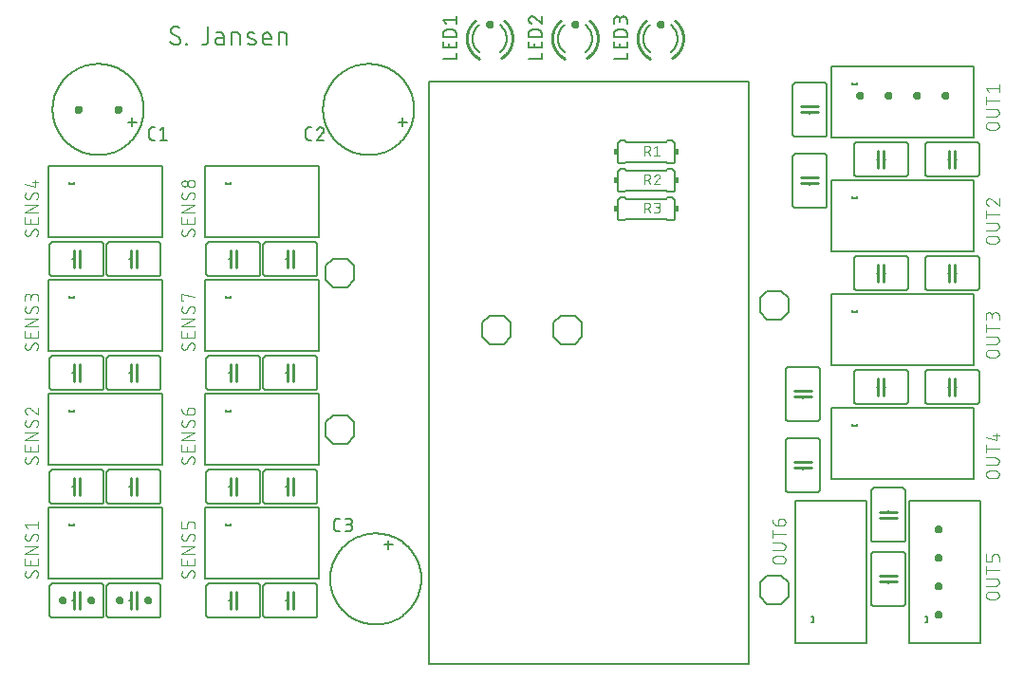
<source format=gbr>
G04 EAGLE Gerber RS-274X export*
G75*
%MOMM*%
%FSLAX34Y34*%
%LPD*%
%INSilkscreen Top*%
%IPPOS*%
%AMOC8*
5,1,8,0,0,1.08239X$1,22.5*%
G01*
%ADD10C,0.406400*%
%ADD11C,0.152400*%
%ADD12C,0.127000*%
%ADD13C,0.254000*%
%ADD14C,0.203200*%
%ADD15C,0.101600*%
%ADD16R,0.381000X0.508000*%


D10*
X49530Y57150D02*
X49532Y57221D01*
X49538Y57292D01*
X49548Y57363D01*
X49562Y57433D01*
X49580Y57502D01*
X49601Y57569D01*
X49627Y57636D01*
X49656Y57701D01*
X49688Y57764D01*
X49725Y57826D01*
X49764Y57885D01*
X49807Y57942D01*
X49853Y57996D01*
X49902Y58048D01*
X49954Y58097D01*
X50008Y58143D01*
X50065Y58186D01*
X50124Y58225D01*
X50186Y58262D01*
X50249Y58294D01*
X50314Y58323D01*
X50381Y58349D01*
X50448Y58370D01*
X50517Y58388D01*
X50587Y58402D01*
X50658Y58412D01*
X50729Y58418D01*
X50800Y58420D01*
X50871Y58418D01*
X50942Y58412D01*
X51013Y58402D01*
X51083Y58388D01*
X51152Y58370D01*
X51219Y58349D01*
X51286Y58323D01*
X51351Y58294D01*
X51414Y58262D01*
X51476Y58225D01*
X51535Y58186D01*
X51592Y58143D01*
X51646Y58097D01*
X51698Y58048D01*
X51747Y57996D01*
X51793Y57942D01*
X51836Y57885D01*
X51875Y57826D01*
X51912Y57764D01*
X51944Y57701D01*
X51973Y57636D01*
X51999Y57569D01*
X52020Y57502D01*
X52038Y57433D01*
X52052Y57363D01*
X52062Y57292D01*
X52068Y57221D01*
X52070Y57150D01*
X52068Y57079D01*
X52062Y57008D01*
X52052Y56937D01*
X52038Y56867D01*
X52020Y56798D01*
X51999Y56731D01*
X51973Y56664D01*
X51944Y56599D01*
X51912Y56536D01*
X51875Y56474D01*
X51836Y56415D01*
X51793Y56358D01*
X51747Y56304D01*
X51698Y56252D01*
X51646Y56203D01*
X51592Y56157D01*
X51535Y56114D01*
X51476Y56075D01*
X51414Y56038D01*
X51351Y56006D01*
X51286Y55977D01*
X51219Y55951D01*
X51152Y55930D01*
X51083Y55912D01*
X51013Y55898D01*
X50942Y55888D01*
X50871Y55882D01*
X50800Y55880D01*
X50729Y55882D01*
X50658Y55888D01*
X50587Y55898D01*
X50517Y55912D01*
X50448Y55930D01*
X50381Y55951D01*
X50314Y55977D01*
X50249Y56006D01*
X50186Y56038D01*
X50124Y56075D01*
X50065Y56114D01*
X50008Y56157D01*
X49954Y56203D01*
X49902Y56252D01*
X49853Y56304D01*
X49807Y56358D01*
X49764Y56415D01*
X49725Y56474D01*
X49688Y56536D01*
X49656Y56599D01*
X49627Y56664D01*
X49601Y56731D01*
X49580Y56798D01*
X49562Y56867D01*
X49548Y56937D01*
X49538Y57008D01*
X49532Y57079D01*
X49530Y57150D01*
X74930Y57150D02*
X74932Y57221D01*
X74938Y57292D01*
X74948Y57363D01*
X74962Y57433D01*
X74980Y57502D01*
X75001Y57569D01*
X75027Y57636D01*
X75056Y57701D01*
X75088Y57764D01*
X75125Y57826D01*
X75164Y57885D01*
X75207Y57942D01*
X75253Y57996D01*
X75302Y58048D01*
X75354Y58097D01*
X75408Y58143D01*
X75465Y58186D01*
X75524Y58225D01*
X75586Y58262D01*
X75649Y58294D01*
X75714Y58323D01*
X75781Y58349D01*
X75848Y58370D01*
X75917Y58388D01*
X75987Y58402D01*
X76058Y58412D01*
X76129Y58418D01*
X76200Y58420D01*
X76271Y58418D01*
X76342Y58412D01*
X76413Y58402D01*
X76483Y58388D01*
X76552Y58370D01*
X76619Y58349D01*
X76686Y58323D01*
X76751Y58294D01*
X76814Y58262D01*
X76876Y58225D01*
X76935Y58186D01*
X76992Y58143D01*
X77046Y58097D01*
X77098Y58048D01*
X77147Y57996D01*
X77193Y57942D01*
X77236Y57885D01*
X77275Y57826D01*
X77312Y57764D01*
X77344Y57701D01*
X77373Y57636D01*
X77399Y57569D01*
X77420Y57502D01*
X77438Y57433D01*
X77452Y57363D01*
X77462Y57292D01*
X77468Y57221D01*
X77470Y57150D01*
X77468Y57079D01*
X77462Y57008D01*
X77452Y56937D01*
X77438Y56867D01*
X77420Y56798D01*
X77399Y56731D01*
X77373Y56664D01*
X77344Y56599D01*
X77312Y56536D01*
X77275Y56474D01*
X77236Y56415D01*
X77193Y56358D01*
X77147Y56304D01*
X77098Y56252D01*
X77046Y56203D01*
X76992Y56157D01*
X76935Y56114D01*
X76876Y56075D01*
X76814Y56038D01*
X76751Y56006D01*
X76686Y55977D01*
X76619Y55951D01*
X76552Y55930D01*
X76483Y55912D01*
X76413Y55898D01*
X76342Y55888D01*
X76271Y55882D01*
X76200Y55880D01*
X76129Y55882D01*
X76058Y55888D01*
X75987Y55898D01*
X75917Y55912D01*
X75848Y55930D01*
X75781Y55951D01*
X75714Y55977D01*
X75649Y56006D01*
X75586Y56038D01*
X75524Y56075D01*
X75465Y56114D01*
X75408Y56157D01*
X75354Y56203D01*
X75302Y56252D01*
X75253Y56304D01*
X75207Y56358D01*
X75164Y56415D01*
X75125Y56474D01*
X75088Y56536D01*
X75056Y56599D01*
X75027Y56664D01*
X75001Y56731D01*
X74980Y56798D01*
X74962Y56867D01*
X74948Y56937D01*
X74938Y57008D01*
X74932Y57079D01*
X74930Y57150D01*
X100330Y57150D02*
X100332Y57221D01*
X100338Y57292D01*
X100348Y57363D01*
X100362Y57433D01*
X100380Y57502D01*
X100401Y57569D01*
X100427Y57636D01*
X100456Y57701D01*
X100488Y57764D01*
X100525Y57826D01*
X100564Y57885D01*
X100607Y57942D01*
X100653Y57996D01*
X100702Y58048D01*
X100754Y58097D01*
X100808Y58143D01*
X100865Y58186D01*
X100924Y58225D01*
X100986Y58262D01*
X101049Y58294D01*
X101114Y58323D01*
X101181Y58349D01*
X101248Y58370D01*
X101317Y58388D01*
X101387Y58402D01*
X101458Y58412D01*
X101529Y58418D01*
X101600Y58420D01*
X101671Y58418D01*
X101742Y58412D01*
X101813Y58402D01*
X101883Y58388D01*
X101952Y58370D01*
X102019Y58349D01*
X102086Y58323D01*
X102151Y58294D01*
X102214Y58262D01*
X102276Y58225D01*
X102335Y58186D01*
X102392Y58143D01*
X102446Y58097D01*
X102498Y58048D01*
X102547Y57996D01*
X102593Y57942D01*
X102636Y57885D01*
X102675Y57826D01*
X102712Y57764D01*
X102744Y57701D01*
X102773Y57636D01*
X102799Y57569D01*
X102820Y57502D01*
X102838Y57433D01*
X102852Y57363D01*
X102862Y57292D01*
X102868Y57221D01*
X102870Y57150D01*
X102868Y57079D01*
X102862Y57008D01*
X102852Y56937D01*
X102838Y56867D01*
X102820Y56798D01*
X102799Y56731D01*
X102773Y56664D01*
X102744Y56599D01*
X102712Y56536D01*
X102675Y56474D01*
X102636Y56415D01*
X102593Y56358D01*
X102547Y56304D01*
X102498Y56252D01*
X102446Y56203D01*
X102392Y56157D01*
X102335Y56114D01*
X102276Y56075D01*
X102214Y56038D01*
X102151Y56006D01*
X102086Y55977D01*
X102019Y55951D01*
X101952Y55930D01*
X101883Y55912D01*
X101813Y55898D01*
X101742Y55888D01*
X101671Y55882D01*
X101600Y55880D01*
X101529Y55882D01*
X101458Y55888D01*
X101387Y55898D01*
X101317Y55912D01*
X101248Y55930D01*
X101181Y55951D01*
X101114Y55977D01*
X101049Y56006D01*
X100986Y56038D01*
X100924Y56075D01*
X100865Y56114D01*
X100808Y56157D01*
X100754Y56203D01*
X100702Y56252D01*
X100653Y56304D01*
X100607Y56358D01*
X100564Y56415D01*
X100525Y56474D01*
X100488Y56536D01*
X100456Y56599D01*
X100427Y56664D01*
X100401Y56731D01*
X100380Y56798D01*
X100362Y56867D01*
X100348Y56937D01*
X100338Y57008D01*
X100332Y57079D01*
X100330Y57150D01*
X125730Y57150D02*
X125732Y57221D01*
X125738Y57292D01*
X125748Y57363D01*
X125762Y57433D01*
X125780Y57502D01*
X125801Y57569D01*
X125827Y57636D01*
X125856Y57701D01*
X125888Y57764D01*
X125925Y57826D01*
X125964Y57885D01*
X126007Y57942D01*
X126053Y57996D01*
X126102Y58048D01*
X126154Y58097D01*
X126208Y58143D01*
X126265Y58186D01*
X126324Y58225D01*
X126386Y58262D01*
X126449Y58294D01*
X126514Y58323D01*
X126581Y58349D01*
X126648Y58370D01*
X126717Y58388D01*
X126787Y58402D01*
X126858Y58412D01*
X126929Y58418D01*
X127000Y58420D01*
X127071Y58418D01*
X127142Y58412D01*
X127213Y58402D01*
X127283Y58388D01*
X127352Y58370D01*
X127419Y58349D01*
X127486Y58323D01*
X127551Y58294D01*
X127614Y58262D01*
X127676Y58225D01*
X127735Y58186D01*
X127792Y58143D01*
X127846Y58097D01*
X127898Y58048D01*
X127947Y57996D01*
X127993Y57942D01*
X128036Y57885D01*
X128075Y57826D01*
X128112Y57764D01*
X128144Y57701D01*
X128173Y57636D01*
X128199Y57569D01*
X128220Y57502D01*
X128238Y57433D01*
X128252Y57363D01*
X128262Y57292D01*
X128268Y57221D01*
X128270Y57150D01*
X128268Y57079D01*
X128262Y57008D01*
X128252Y56937D01*
X128238Y56867D01*
X128220Y56798D01*
X128199Y56731D01*
X128173Y56664D01*
X128144Y56599D01*
X128112Y56536D01*
X128075Y56474D01*
X128036Y56415D01*
X127993Y56358D01*
X127947Y56304D01*
X127898Y56252D01*
X127846Y56203D01*
X127792Y56157D01*
X127735Y56114D01*
X127676Y56075D01*
X127614Y56038D01*
X127551Y56006D01*
X127486Y55977D01*
X127419Y55951D01*
X127352Y55930D01*
X127283Y55912D01*
X127213Y55898D01*
X127142Y55888D01*
X127071Y55882D01*
X127000Y55880D01*
X126929Y55882D01*
X126858Y55888D01*
X126787Y55898D01*
X126717Y55912D01*
X126648Y55930D01*
X126581Y55951D01*
X126514Y55977D01*
X126449Y56006D01*
X126386Y56038D01*
X126324Y56075D01*
X126265Y56114D01*
X126208Y56157D01*
X126154Y56203D01*
X126102Y56252D01*
X126053Y56304D01*
X126007Y56358D01*
X125964Y56415D01*
X125925Y56474D01*
X125888Y56536D01*
X125856Y56599D01*
X125827Y56664D01*
X125801Y56731D01*
X125780Y56798D01*
X125762Y56867D01*
X125748Y56937D01*
X125738Y57008D01*
X125732Y57079D01*
X125730Y57150D01*
X836930Y508000D02*
X836932Y508071D01*
X836938Y508142D01*
X836948Y508213D01*
X836962Y508283D01*
X836980Y508352D01*
X837001Y508419D01*
X837027Y508486D01*
X837056Y508551D01*
X837088Y508614D01*
X837125Y508676D01*
X837164Y508735D01*
X837207Y508792D01*
X837253Y508846D01*
X837302Y508898D01*
X837354Y508947D01*
X837408Y508993D01*
X837465Y509036D01*
X837524Y509075D01*
X837586Y509112D01*
X837649Y509144D01*
X837714Y509173D01*
X837781Y509199D01*
X837848Y509220D01*
X837917Y509238D01*
X837987Y509252D01*
X838058Y509262D01*
X838129Y509268D01*
X838200Y509270D01*
X838271Y509268D01*
X838342Y509262D01*
X838413Y509252D01*
X838483Y509238D01*
X838552Y509220D01*
X838619Y509199D01*
X838686Y509173D01*
X838751Y509144D01*
X838814Y509112D01*
X838876Y509075D01*
X838935Y509036D01*
X838992Y508993D01*
X839046Y508947D01*
X839098Y508898D01*
X839147Y508846D01*
X839193Y508792D01*
X839236Y508735D01*
X839275Y508676D01*
X839312Y508614D01*
X839344Y508551D01*
X839373Y508486D01*
X839399Y508419D01*
X839420Y508352D01*
X839438Y508283D01*
X839452Y508213D01*
X839462Y508142D01*
X839468Y508071D01*
X839470Y508000D01*
X839468Y507929D01*
X839462Y507858D01*
X839452Y507787D01*
X839438Y507717D01*
X839420Y507648D01*
X839399Y507581D01*
X839373Y507514D01*
X839344Y507449D01*
X839312Y507386D01*
X839275Y507324D01*
X839236Y507265D01*
X839193Y507208D01*
X839147Y507154D01*
X839098Y507102D01*
X839046Y507053D01*
X838992Y507007D01*
X838935Y506964D01*
X838876Y506925D01*
X838814Y506888D01*
X838751Y506856D01*
X838686Y506827D01*
X838619Y506801D01*
X838552Y506780D01*
X838483Y506762D01*
X838413Y506748D01*
X838342Y506738D01*
X838271Y506732D01*
X838200Y506730D01*
X838129Y506732D01*
X838058Y506738D01*
X837987Y506748D01*
X837917Y506762D01*
X837848Y506780D01*
X837781Y506801D01*
X837714Y506827D01*
X837649Y506856D01*
X837586Y506888D01*
X837524Y506925D01*
X837465Y506964D01*
X837408Y507007D01*
X837354Y507053D01*
X837302Y507102D01*
X837253Y507154D01*
X837207Y507208D01*
X837164Y507265D01*
X837125Y507324D01*
X837088Y507386D01*
X837056Y507449D01*
X837027Y507514D01*
X837001Y507581D01*
X836980Y507648D01*
X836962Y507717D01*
X836948Y507787D01*
X836938Y507858D01*
X836932Y507929D01*
X836930Y508000D01*
X811530Y508000D02*
X811532Y508071D01*
X811538Y508142D01*
X811548Y508213D01*
X811562Y508283D01*
X811580Y508352D01*
X811601Y508419D01*
X811627Y508486D01*
X811656Y508551D01*
X811688Y508614D01*
X811725Y508676D01*
X811764Y508735D01*
X811807Y508792D01*
X811853Y508846D01*
X811902Y508898D01*
X811954Y508947D01*
X812008Y508993D01*
X812065Y509036D01*
X812124Y509075D01*
X812186Y509112D01*
X812249Y509144D01*
X812314Y509173D01*
X812381Y509199D01*
X812448Y509220D01*
X812517Y509238D01*
X812587Y509252D01*
X812658Y509262D01*
X812729Y509268D01*
X812800Y509270D01*
X812871Y509268D01*
X812942Y509262D01*
X813013Y509252D01*
X813083Y509238D01*
X813152Y509220D01*
X813219Y509199D01*
X813286Y509173D01*
X813351Y509144D01*
X813414Y509112D01*
X813476Y509075D01*
X813535Y509036D01*
X813592Y508993D01*
X813646Y508947D01*
X813698Y508898D01*
X813747Y508846D01*
X813793Y508792D01*
X813836Y508735D01*
X813875Y508676D01*
X813912Y508614D01*
X813944Y508551D01*
X813973Y508486D01*
X813999Y508419D01*
X814020Y508352D01*
X814038Y508283D01*
X814052Y508213D01*
X814062Y508142D01*
X814068Y508071D01*
X814070Y508000D01*
X814068Y507929D01*
X814062Y507858D01*
X814052Y507787D01*
X814038Y507717D01*
X814020Y507648D01*
X813999Y507581D01*
X813973Y507514D01*
X813944Y507449D01*
X813912Y507386D01*
X813875Y507324D01*
X813836Y507265D01*
X813793Y507208D01*
X813747Y507154D01*
X813698Y507102D01*
X813646Y507053D01*
X813592Y507007D01*
X813535Y506964D01*
X813476Y506925D01*
X813414Y506888D01*
X813351Y506856D01*
X813286Y506827D01*
X813219Y506801D01*
X813152Y506780D01*
X813083Y506762D01*
X813013Y506748D01*
X812942Y506738D01*
X812871Y506732D01*
X812800Y506730D01*
X812729Y506732D01*
X812658Y506738D01*
X812587Y506748D01*
X812517Y506762D01*
X812448Y506780D01*
X812381Y506801D01*
X812314Y506827D01*
X812249Y506856D01*
X812186Y506888D01*
X812124Y506925D01*
X812065Y506964D01*
X812008Y507007D01*
X811954Y507053D01*
X811902Y507102D01*
X811853Y507154D01*
X811807Y507208D01*
X811764Y507265D01*
X811725Y507324D01*
X811688Y507386D01*
X811656Y507449D01*
X811627Y507514D01*
X811601Y507581D01*
X811580Y507648D01*
X811562Y507717D01*
X811548Y507787D01*
X811538Y507858D01*
X811532Y507929D01*
X811530Y508000D01*
X786130Y508000D02*
X786132Y508071D01*
X786138Y508142D01*
X786148Y508213D01*
X786162Y508283D01*
X786180Y508352D01*
X786201Y508419D01*
X786227Y508486D01*
X786256Y508551D01*
X786288Y508614D01*
X786325Y508676D01*
X786364Y508735D01*
X786407Y508792D01*
X786453Y508846D01*
X786502Y508898D01*
X786554Y508947D01*
X786608Y508993D01*
X786665Y509036D01*
X786724Y509075D01*
X786786Y509112D01*
X786849Y509144D01*
X786914Y509173D01*
X786981Y509199D01*
X787048Y509220D01*
X787117Y509238D01*
X787187Y509252D01*
X787258Y509262D01*
X787329Y509268D01*
X787400Y509270D01*
X787471Y509268D01*
X787542Y509262D01*
X787613Y509252D01*
X787683Y509238D01*
X787752Y509220D01*
X787819Y509199D01*
X787886Y509173D01*
X787951Y509144D01*
X788014Y509112D01*
X788076Y509075D01*
X788135Y509036D01*
X788192Y508993D01*
X788246Y508947D01*
X788298Y508898D01*
X788347Y508846D01*
X788393Y508792D01*
X788436Y508735D01*
X788475Y508676D01*
X788512Y508614D01*
X788544Y508551D01*
X788573Y508486D01*
X788599Y508419D01*
X788620Y508352D01*
X788638Y508283D01*
X788652Y508213D01*
X788662Y508142D01*
X788668Y508071D01*
X788670Y508000D01*
X788668Y507929D01*
X788662Y507858D01*
X788652Y507787D01*
X788638Y507717D01*
X788620Y507648D01*
X788599Y507581D01*
X788573Y507514D01*
X788544Y507449D01*
X788512Y507386D01*
X788475Y507324D01*
X788436Y507265D01*
X788393Y507208D01*
X788347Y507154D01*
X788298Y507102D01*
X788246Y507053D01*
X788192Y507007D01*
X788135Y506964D01*
X788076Y506925D01*
X788014Y506888D01*
X787951Y506856D01*
X787886Y506827D01*
X787819Y506801D01*
X787752Y506780D01*
X787683Y506762D01*
X787613Y506748D01*
X787542Y506738D01*
X787471Y506732D01*
X787400Y506730D01*
X787329Y506732D01*
X787258Y506738D01*
X787187Y506748D01*
X787117Y506762D01*
X787048Y506780D01*
X786981Y506801D01*
X786914Y506827D01*
X786849Y506856D01*
X786786Y506888D01*
X786724Y506925D01*
X786665Y506964D01*
X786608Y507007D01*
X786554Y507053D01*
X786502Y507102D01*
X786453Y507154D01*
X786407Y507208D01*
X786364Y507265D01*
X786325Y507324D01*
X786288Y507386D01*
X786256Y507449D01*
X786227Y507514D01*
X786201Y507581D01*
X786180Y507648D01*
X786162Y507717D01*
X786148Y507787D01*
X786138Y507858D01*
X786132Y507929D01*
X786130Y508000D01*
X760730Y508000D02*
X760732Y508071D01*
X760738Y508142D01*
X760748Y508213D01*
X760762Y508283D01*
X760780Y508352D01*
X760801Y508419D01*
X760827Y508486D01*
X760856Y508551D01*
X760888Y508614D01*
X760925Y508676D01*
X760964Y508735D01*
X761007Y508792D01*
X761053Y508846D01*
X761102Y508898D01*
X761154Y508947D01*
X761208Y508993D01*
X761265Y509036D01*
X761324Y509075D01*
X761386Y509112D01*
X761449Y509144D01*
X761514Y509173D01*
X761581Y509199D01*
X761648Y509220D01*
X761717Y509238D01*
X761787Y509252D01*
X761858Y509262D01*
X761929Y509268D01*
X762000Y509270D01*
X762071Y509268D01*
X762142Y509262D01*
X762213Y509252D01*
X762283Y509238D01*
X762352Y509220D01*
X762419Y509199D01*
X762486Y509173D01*
X762551Y509144D01*
X762614Y509112D01*
X762676Y509075D01*
X762735Y509036D01*
X762792Y508993D01*
X762846Y508947D01*
X762898Y508898D01*
X762947Y508846D01*
X762993Y508792D01*
X763036Y508735D01*
X763075Y508676D01*
X763112Y508614D01*
X763144Y508551D01*
X763173Y508486D01*
X763199Y508419D01*
X763220Y508352D01*
X763238Y508283D01*
X763252Y508213D01*
X763262Y508142D01*
X763268Y508071D01*
X763270Y508000D01*
X763268Y507929D01*
X763262Y507858D01*
X763252Y507787D01*
X763238Y507717D01*
X763220Y507648D01*
X763199Y507581D01*
X763173Y507514D01*
X763144Y507449D01*
X763112Y507386D01*
X763075Y507324D01*
X763036Y507265D01*
X762993Y507208D01*
X762947Y507154D01*
X762898Y507102D01*
X762846Y507053D01*
X762792Y507007D01*
X762735Y506964D01*
X762676Y506925D01*
X762614Y506888D01*
X762551Y506856D01*
X762486Y506827D01*
X762419Y506801D01*
X762352Y506780D01*
X762283Y506762D01*
X762213Y506748D01*
X762142Y506738D01*
X762071Y506732D01*
X762000Y506730D01*
X761929Y506732D01*
X761858Y506738D01*
X761787Y506748D01*
X761717Y506762D01*
X761648Y506780D01*
X761581Y506801D01*
X761514Y506827D01*
X761449Y506856D01*
X761386Y506888D01*
X761324Y506925D01*
X761265Y506964D01*
X761208Y507007D01*
X761154Y507053D01*
X761102Y507102D01*
X761053Y507154D01*
X761007Y507208D01*
X760964Y507265D01*
X760925Y507324D01*
X760888Y507386D01*
X760856Y507449D01*
X760827Y507514D01*
X760801Y507581D01*
X760780Y507648D01*
X760762Y507717D01*
X760748Y507787D01*
X760738Y507858D01*
X760732Y507929D01*
X760730Y508000D01*
X63500Y495300D02*
X63502Y495371D01*
X63508Y495442D01*
X63518Y495513D01*
X63532Y495583D01*
X63550Y495652D01*
X63571Y495719D01*
X63597Y495786D01*
X63626Y495851D01*
X63658Y495914D01*
X63695Y495976D01*
X63734Y496035D01*
X63777Y496092D01*
X63823Y496146D01*
X63872Y496198D01*
X63924Y496247D01*
X63978Y496293D01*
X64035Y496336D01*
X64094Y496375D01*
X64156Y496412D01*
X64219Y496444D01*
X64284Y496473D01*
X64351Y496499D01*
X64418Y496520D01*
X64487Y496538D01*
X64557Y496552D01*
X64628Y496562D01*
X64699Y496568D01*
X64770Y496570D01*
X64841Y496568D01*
X64912Y496562D01*
X64983Y496552D01*
X65053Y496538D01*
X65122Y496520D01*
X65189Y496499D01*
X65256Y496473D01*
X65321Y496444D01*
X65384Y496412D01*
X65446Y496375D01*
X65505Y496336D01*
X65562Y496293D01*
X65616Y496247D01*
X65668Y496198D01*
X65717Y496146D01*
X65763Y496092D01*
X65806Y496035D01*
X65845Y495976D01*
X65882Y495914D01*
X65914Y495851D01*
X65943Y495786D01*
X65969Y495719D01*
X65990Y495652D01*
X66008Y495583D01*
X66022Y495513D01*
X66032Y495442D01*
X66038Y495371D01*
X66040Y495300D01*
X66038Y495229D01*
X66032Y495158D01*
X66022Y495087D01*
X66008Y495017D01*
X65990Y494948D01*
X65969Y494881D01*
X65943Y494814D01*
X65914Y494749D01*
X65882Y494686D01*
X65845Y494624D01*
X65806Y494565D01*
X65763Y494508D01*
X65717Y494454D01*
X65668Y494402D01*
X65616Y494353D01*
X65562Y494307D01*
X65505Y494264D01*
X65446Y494225D01*
X65384Y494188D01*
X65321Y494156D01*
X65256Y494127D01*
X65189Y494101D01*
X65122Y494080D01*
X65053Y494062D01*
X64983Y494048D01*
X64912Y494038D01*
X64841Y494032D01*
X64770Y494030D01*
X64699Y494032D01*
X64628Y494038D01*
X64557Y494048D01*
X64487Y494062D01*
X64418Y494080D01*
X64351Y494101D01*
X64284Y494127D01*
X64219Y494156D01*
X64156Y494188D01*
X64094Y494225D01*
X64035Y494264D01*
X63978Y494307D01*
X63924Y494353D01*
X63872Y494402D01*
X63823Y494454D01*
X63777Y494508D01*
X63734Y494565D01*
X63695Y494624D01*
X63658Y494686D01*
X63626Y494749D01*
X63597Y494814D01*
X63571Y494881D01*
X63550Y494948D01*
X63532Y495017D01*
X63518Y495087D01*
X63508Y495158D01*
X63502Y495229D01*
X63500Y495300D01*
X99060Y495300D02*
X99062Y495371D01*
X99068Y495442D01*
X99078Y495513D01*
X99092Y495583D01*
X99110Y495652D01*
X99131Y495719D01*
X99157Y495786D01*
X99186Y495851D01*
X99218Y495914D01*
X99255Y495976D01*
X99294Y496035D01*
X99337Y496092D01*
X99383Y496146D01*
X99432Y496198D01*
X99484Y496247D01*
X99538Y496293D01*
X99595Y496336D01*
X99654Y496375D01*
X99716Y496412D01*
X99779Y496444D01*
X99844Y496473D01*
X99911Y496499D01*
X99978Y496520D01*
X100047Y496538D01*
X100117Y496552D01*
X100188Y496562D01*
X100259Y496568D01*
X100330Y496570D01*
X100401Y496568D01*
X100472Y496562D01*
X100543Y496552D01*
X100613Y496538D01*
X100682Y496520D01*
X100749Y496499D01*
X100816Y496473D01*
X100881Y496444D01*
X100944Y496412D01*
X101006Y496375D01*
X101065Y496336D01*
X101122Y496293D01*
X101176Y496247D01*
X101228Y496198D01*
X101277Y496146D01*
X101323Y496092D01*
X101366Y496035D01*
X101405Y495976D01*
X101442Y495914D01*
X101474Y495851D01*
X101503Y495786D01*
X101529Y495719D01*
X101550Y495652D01*
X101568Y495583D01*
X101582Y495513D01*
X101592Y495442D01*
X101598Y495371D01*
X101600Y495300D01*
X101598Y495229D01*
X101592Y495158D01*
X101582Y495087D01*
X101568Y495017D01*
X101550Y494948D01*
X101529Y494881D01*
X101503Y494814D01*
X101474Y494749D01*
X101442Y494686D01*
X101405Y494624D01*
X101366Y494565D01*
X101323Y494508D01*
X101277Y494454D01*
X101228Y494402D01*
X101176Y494353D01*
X101122Y494307D01*
X101065Y494264D01*
X101006Y494225D01*
X100944Y494188D01*
X100881Y494156D01*
X100816Y494127D01*
X100749Y494101D01*
X100682Y494080D01*
X100613Y494062D01*
X100543Y494048D01*
X100472Y494038D01*
X100401Y494032D01*
X100330Y494030D01*
X100259Y494032D01*
X100188Y494038D01*
X100117Y494048D01*
X100047Y494062D01*
X99978Y494080D01*
X99911Y494101D01*
X99844Y494127D01*
X99779Y494156D01*
X99716Y494188D01*
X99654Y494225D01*
X99595Y494264D01*
X99538Y494307D01*
X99484Y494353D01*
X99432Y494402D01*
X99383Y494454D01*
X99337Y494508D01*
X99294Y494565D01*
X99255Y494624D01*
X99218Y494686D01*
X99186Y494749D01*
X99157Y494814D01*
X99131Y494881D01*
X99110Y494948D01*
X99092Y495017D01*
X99078Y495087D01*
X99068Y495158D01*
X99062Y495229D01*
X99060Y495300D01*
X830580Y44450D02*
X830582Y44521D01*
X830588Y44592D01*
X830598Y44663D01*
X830612Y44733D01*
X830630Y44802D01*
X830651Y44869D01*
X830677Y44936D01*
X830706Y45001D01*
X830738Y45064D01*
X830775Y45126D01*
X830814Y45185D01*
X830857Y45242D01*
X830903Y45296D01*
X830952Y45348D01*
X831004Y45397D01*
X831058Y45443D01*
X831115Y45486D01*
X831174Y45525D01*
X831236Y45562D01*
X831299Y45594D01*
X831364Y45623D01*
X831431Y45649D01*
X831498Y45670D01*
X831567Y45688D01*
X831637Y45702D01*
X831708Y45712D01*
X831779Y45718D01*
X831850Y45720D01*
X831921Y45718D01*
X831992Y45712D01*
X832063Y45702D01*
X832133Y45688D01*
X832202Y45670D01*
X832269Y45649D01*
X832336Y45623D01*
X832401Y45594D01*
X832464Y45562D01*
X832526Y45525D01*
X832585Y45486D01*
X832642Y45443D01*
X832696Y45397D01*
X832748Y45348D01*
X832797Y45296D01*
X832843Y45242D01*
X832886Y45185D01*
X832925Y45126D01*
X832962Y45064D01*
X832994Y45001D01*
X833023Y44936D01*
X833049Y44869D01*
X833070Y44802D01*
X833088Y44733D01*
X833102Y44663D01*
X833112Y44592D01*
X833118Y44521D01*
X833120Y44450D01*
X833118Y44379D01*
X833112Y44308D01*
X833102Y44237D01*
X833088Y44167D01*
X833070Y44098D01*
X833049Y44031D01*
X833023Y43964D01*
X832994Y43899D01*
X832962Y43836D01*
X832925Y43774D01*
X832886Y43715D01*
X832843Y43658D01*
X832797Y43604D01*
X832748Y43552D01*
X832696Y43503D01*
X832642Y43457D01*
X832585Y43414D01*
X832526Y43375D01*
X832464Y43338D01*
X832401Y43306D01*
X832336Y43277D01*
X832269Y43251D01*
X832202Y43230D01*
X832133Y43212D01*
X832063Y43198D01*
X831992Y43188D01*
X831921Y43182D01*
X831850Y43180D01*
X831779Y43182D01*
X831708Y43188D01*
X831637Y43198D01*
X831567Y43212D01*
X831498Y43230D01*
X831431Y43251D01*
X831364Y43277D01*
X831299Y43306D01*
X831236Y43338D01*
X831174Y43375D01*
X831115Y43414D01*
X831058Y43457D01*
X831004Y43503D01*
X830952Y43552D01*
X830903Y43604D01*
X830857Y43658D01*
X830814Y43715D01*
X830775Y43774D01*
X830738Y43836D01*
X830706Y43899D01*
X830677Y43964D01*
X830651Y44031D01*
X830630Y44098D01*
X830612Y44167D01*
X830598Y44237D01*
X830588Y44308D01*
X830582Y44379D01*
X830580Y44450D01*
X830580Y69850D02*
X830582Y69921D01*
X830588Y69992D01*
X830598Y70063D01*
X830612Y70133D01*
X830630Y70202D01*
X830651Y70269D01*
X830677Y70336D01*
X830706Y70401D01*
X830738Y70464D01*
X830775Y70526D01*
X830814Y70585D01*
X830857Y70642D01*
X830903Y70696D01*
X830952Y70748D01*
X831004Y70797D01*
X831058Y70843D01*
X831115Y70886D01*
X831174Y70925D01*
X831236Y70962D01*
X831299Y70994D01*
X831364Y71023D01*
X831431Y71049D01*
X831498Y71070D01*
X831567Y71088D01*
X831637Y71102D01*
X831708Y71112D01*
X831779Y71118D01*
X831850Y71120D01*
X831921Y71118D01*
X831992Y71112D01*
X832063Y71102D01*
X832133Y71088D01*
X832202Y71070D01*
X832269Y71049D01*
X832336Y71023D01*
X832401Y70994D01*
X832464Y70962D01*
X832526Y70925D01*
X832585Y70886D01*
X832642Y70843D01*
X832696Y70797D01*
X832748Y70748D01*
X832797Y70696D01*
X832843Y70642D01*
X832886Y70585D01*
X832925Y70526D01*
X832962Y70464D01*
X832994Y70401D01*
X833023Y70336D01*
X833049Y70269D01*
X833070Y70202D01*
X833088Y70133D01*
X833102Y70063D01*
X833112Y69992D01*
X833118Y69921D01*
X833120Y69850D01*
X833118Y69779D01*
X833112Y69708D01*
X833102Y69637D01*
X833088Y69567D01*
X833070Y69498D01*
X833049Y69431D01*
X833023Y69364D01*
X832994Y69299D01*
X832962Y69236D01*
X832925Y69174D01*
X832886Y69115D01*
X832843Y69058D01*
X832797Y69004D01*
X832748Y68952D01*
X832696Y68903D01*
X832642Y68857D01*
X832585Y68814D01*
X832526Y68775D01*
X832464Y68738D01*
X832401Y68706D01*
X832336Y68677D01*
X832269Y68651D01*
X832202Y68630D01*
X832133Y68612D01*
X832063Y68598D01*
X831992Y68588D01*
X831921Y68582D01*
X831850Y68580D01*
X831779Y68582D01*
X831708Y68588D01*
X831637Y68598D01*
X831567Y68612D01*
X831498Y68630D01*
X831431Y68651D01*
X831364Y68677D01*
X831299Y68706D01*
X831236Y68738D01*
X831174Y68775D01*
X831115Y68814D01*
X831058Y68857D01*
X831004Y68903D01*
X830952Y68952D01*
X830903Y69004D01*
X830857Y69058D01*
X830814Y69115D01*
X830775Y69174D01*
X830738Y69236D01*
X830706Y69299D01*
X830677Y69364D01*
X830651Y69431D01*
X830630Y69498D01*
X830612Y69567D01*
X830598Y69637D01*
X830588Y69708D01*
X830582Y69779D01*
X830580Y69850D01*
X830580Y95250D02*
X830582Y95321D01*
X830588Y95392D01*
X830598Y95463D01*
X830612Y95533D01*
X830630Y95602D01*
X830651Y95669D01*
X830677Y95736D01*
X830706Y95801D01*
X830738Y95864D01*
X830775Y95926D01*
X830814Y95985D01*
X830857Y96042D01*
X830903Y96096D01*
X830952Y96148D01*
X831004Y96197D01*
X831058Y96243D01*
X831115Y96286D01*
X831174Y96325D01*
X831236Y96362D01*
X831299Y96394D01*
X831364Y96423D01*
X831431Y96449D01*
X831498Y96470D01*
X831567Y96488D01*
X831637Y96502D01*
X831708Y96512D01*
X831779Y96518D01*
X831850Y96520D01*
X831921Y96518D01*
X831992Y96512D01*
X832063Y96502D01*
X832133Y96488D01*
X832202Y96470D01*
X832269Y96449D01*
X832336Y96423D01*
X832401Y96394D01*
X832464Y96362D01*
X832526Y96325D01*
X832585Y96286D01*
X832642Y96243D01*
X832696Y96197D01*
X832748Y96148D01*
X832797Y96096D01*
X832843Y96042D01*
X832886Y95985D01*
X832925Y95926D01*
X832962Y95864D01*
X832994Y95801D01*
X833023Y95736D01*
X833049Y95669D01*
X833070Y95602D01*
X833088Y95533D01*
X833102Y95463D01*
X833112Y95392D01*
X833118Y95321D01*
X833120Y95250D01*
X833118Y95179D01*
X833112Y95108D01*
X833102Y95037D01*
X833088Y94967D01*
X833070Y94898D01*
X833049Y94831D01*
X833023Y94764D01*
X832994Y94699D01*
X832962Y94636D01*
X832925Y94574D01*
X832886Y94515D01*
X832843Y94458D01*
X832797Y94404D01*
X832748Y94352D01*
X832696Y94303D01*
X832642Y94257D01*
X832585Y94214D01*
X832526Y94175D01*
X832464Y94138D01*
X832401Y94106D01*
X832336Y94077D01*
X832269Y94051D01*
X832202Y94030D01*
X832133Y94012D01*
X832063Y93998D01*
X831992Y93988D01*
X831921Y93982D01*
X831850Y93980D01*
X831779Y93982D01*
X831708Y93988D01*
X831637Y93998D01*
X831567Y94012D01*
X831498Y94030D01*
X831431Y94051D01*
X831364Y94077D01*
X831299Y94106D01*
X831236Y94138D01*
X831174Y94175D01*
X831115Y94214D01*
X831058Y94257D01*
X831004Y94303D01*
X830952Y94352D01*
X830903Y94404D01*
X830857Y94458D01*
X830814Y94515D01*
X830775Y94574D01*
X830738Y94636D01*
X830706Y94699D01*
X830677Y94764D01*
X830651Y94831D01*
X830630Y94898D01*
X830612Y94967D01*
X830598Y95037D01*
X830588Y95108D01*
X830582Y95179D01*
X830580Y95250D01*
X830580Y120650D02*
X830582Y120721D01*
X830588Y120792D01*
X830598Y120863D01*
X830612Y120933D01*
X830630Y121002D01*
X830651Y121069D01*
X830677Y121136D01*
X830706Y121201D01*
X830738Y121264D01*
X830775Y121326D01*
X830814Y121385D01*
X830857Y121442D01*
X830903Y121496D01*
X830952Y121548D01*
X831004Y121597D01*
X831058Y121643D01*
X831115Y121686D01*
X831174Y121725D01*
X831236Y121762D01*
X831299Y121794D01*
X831364Y121823D01*
X831431Y121849D01*
X831498Y121870D01*
X831567Y121888D01*
X831637Y121902D01*
X831708Y121912D01*
X831779Y121918D01*
X831850Y121920D01*
X831921Y121918D01*
X831992Y121912D01*
X832063Y121902D01*
X832133Y121888D01*
X832202Y121870D01*
X832269Y121849D01*
X832336Y121823D01*
X832401Y121794D01*
X832464Y121762D01*
X832526Y121725D01*
X832585Y121686D01*
X832642Y121643D01*
X832696Y121597D01*
X832748Y121548D01*
X832797Y121496D01*
X832843Y121442D01*
X832886Y121385D01*
X832925Y121326D01*
X832962Y121264D01*
X832994Y121201D01*
X833023Y121136D01*
X833049Y121069D01*
X833070Y121002D01*
X833088Y120933D01*
X833102Y120863D01*
X833112Y120792D01*
X833118Y120721D01*
X833120Y120650D01*
X833118Y120579D01*
X833112Y120508D01*
X833102Y120437D01*
X833088Y120367D01*
X833070Y120298D01*
X833049Y120231D01*
X833023Y120164D01*
X832994Y120099D01*
X832962Y120036D01*
X832925Y119974D01*
X832886Y119915D01*
X832843Y119858D01*
X832797Y119804D01*
X832748Y119752D01*
X832696Y119703D01*
X832642Y119657D01*
X832585Y119614D01*
X832526Y119575D01*
X832464Y119538D01*
X832401Y119506D01*
X832336Y119477D01*
X832269Y119451D01*
X832202Y119430D01*
X832133Y119412D01*
X832063Y119398D01*
X831992Y119388D01*
X831921Y119382D01*
X831850Y119380D01*
X831779Y119382D01*
X831708Y119388D01*
X831637Y119398D01*
X831567Y119412D01*
X831498Y119430D01*
X831431Y119451D01*
X831364Y119477D01*
X831299Y119506D01*
X831236Y119538D01*
X831174Y119575D01*
X831115Y119614D01*
X831058Y119657D01*
X831004Y119703D01*
X830952Y119752D01*
X830903Y119804D01*
X830857Y119858D01*
X830814Y119915D01*
X830775Y119974D01*
X830738Y120036D01*
X830706Y120099D01*
X830677Y120164D01*
X830651Y120231D01*
X830630Y120298D01*
X830612Y120367D01*
X830598Y120437D01*
X830588Y120508D01*
X830582Y120579D01*
X830580Y120650D01*
X582930Y571500D02*
X582932Y571571D01*
X582938Y571642D01*
X582948Y571713D01*
X582962Y571783D01*
X582980Y571852D01*
X583001Y571919D01*
X583027Y571986D01*
X583056Y572051D01*
X583088Y572114D01*
X583125Y572176D01*
X583164Y572235D01*
X583207Y572292D01*
X583253Y572346D01*
X583302Y572398D01*
X583354Y572447D01*
X583408Y572493D01*
X583465Y572536D01*
X583524Y572575D01*
X583586Y572612D01*
X583649Y572644D01*
X583714Y572673D01*
X583781Y572699D01*
X583848Y572720D01*
X583917Y572738D01*
X583987Y572752D01*
X584058Y572762D01*
X584129Y572768D01*
X584200Y572770D01*
X584271Y572768D01*
X584342Y572762D01*
X584413Y572752D01*
X584483Y572738D01*
X584552Y572720D01*
X584619Y572699D01*
X584686Y572673D01*
X584751Y572644D01*
X584814Y572612D01*
X584876Y572575D01*
X584935Y572536D01*
X584992Y572493D01*
X585046Y572447D01*
X585098Y572398D01*
X585147Y572346D01*
X585193Y572292D01*
X585236Y572235D01*
X585275Y572176D01*
X585312Y572114D01*
X585344Y572051D01*
X585373Y571986D01*
X585399Y571919D01*
X585420Y571852D01*
X585438Y571783D01*
X585452Y571713D01*
X585462Y571642D01*
X585468Y571571D01*
X585470Y571500D01*
X585468Y571429D01*
X585462Y571358D01*
X585452Y571287D01*
X585438Y571217D01*
X585420Y571148D01*
X585399Y571081D01*
X585373Y571014D01*
X585344Y570949D01*
X585312Y570886D01*
X585275Y570824D01*
X585236Y570765D01*
X585193Y570708D01*
X585147Y570654D01*
X585098Y570602D01*
X585046Y570553D01*
X584992Y570507D01*
X584935Y570464D01*
X584876Y570425D01*
X584814Y570388D01*
X584751Y570356D01*
X584686Y570327D01*
X584619Y570301D01*
X584552Y570280D01*
X584483Y570262D01*
X584413Y570248D01*
X584342Y570238D01*
X584271Y570232D01*
X584200Y570230D01*
X584129Y570232D01*
X584058Y570238D01*
X583987Y570248D01*
X583917Y570262D01*
X583848Y570280D01*
X583781Y570301D01*
X583714Y570327D01*
X583649Y570356D01*
X583586Y570388D01*
X583524Y570425D01*
X583465Y570464D01*
X583408Y570507D01*
X583354Y570553D01*
X583302Y570602D01*
X583253Y570654D01*
X583207Y570708D01*
X583164Y570765D01*
X583125Y570824D01*
X583088Y570886D01*
X583056Y570949D01*
X583027Y571014D01*
X583001Y571081D01*
X582980Y571148D01*
X582962Y571217D01*
X582948Y571287D01*
X582938Y571358D01*
X582932Y571429D01*
X582930Y571500D01*
X506730Y571500D02*
X506732Y571571D01*
X506738Y571642D01*
X506748Y571713D01*
X506762Y571783D01*
X506780Y571852D01*
X506801Y571919D01*
X506827Y571986D01*
X506856Y572051D01*
X506888Y572114D01*
X506925Y572176D01*
X506964Y572235D01*
X507007Y572292D01*
X507053Y572346D01*
X507102Y572398D01*
X507154Y572447D01*
X507208Y572493D01*
X507265Y572536D01*
X507324Y572575D01*
X507386Y572612D01*
X507449Y572644D01*
X507514Y572673D01*
X507581Y572699D01*
X507648Y572720D01*
X507717Y572738D01*
X507787Y572752D01*
X507858Y572762D01*
X507929Y572768D01*
X508000Y572770D01*
X508071Y572768D01*
X508142Y572762D01*
X508213Y572752D01*
X508283Y572738D01*
X508352Y572720D01*
X508419Y572699D01*
X508486Y572673D01*
X508551Y572644D01*
X508614Y572612D01*
X508676Y572575D01*
X508735Y572536D01*
X508792Y572493D01*
X508846Y572447D01*
X508898Y572398D01*
X508947Y572346D01*
X508993Y572292D01*
X509036Y572235D01*
X509075Y572176D01*
X509112Y572114D01*
X509144Y572051D01*
X509173Y571986D01*
X509199Y571919D01*
X509220Y571852D01*
X509238Y571783D01*
X509252Y571713D01*
X509262Y571642D01*
X509268Y571571D01*
X509270Y571500D01*
X509268Y571429D01*
X509262Y571358D01*
X509252Y571287D01*
X509238Y571217D01*
X509220Y571148D01*
X509199Y571081D01*
X509173Y571014D01*
X509144Y570949D01*
X509112Y570886D01*
X509075Y570824D01*
X509036Y570765D01*
X508993Y570708D01*
X508947Y570654D01*
X508898Y570602D01*
X508846Y570553D01*
X508792Y570507D01*
X508735Y570464D01*
X508676Y570425D01*
X508614Y570388D01*
X508551Y570356D01*
X508486Y570327D01*
X508419Y570301D01*
X508352Y570280D01*
X508283Y570262D01*
X508213Y570248D01*
X508142Y570238D01*
X508071Y570232D01*
X508000Y570230D01*
X507929Y570232D01*
X507858Y570238D01*
X507787Y570248D01*
X507717Y570262D01*
X507648Y570280D01*
X507581Y570301D01*
X507514Y570327D01*
X507449Y570356D01*
X507386Y570388D01*
X507324Y570425D01*
X507265Y570464D01*
X507208Y570507D01*
X507154Y570553D01*
X507102Y570602D01*
X507053Y570654D01*
X507007Y570708D01*
X506964Y570765D01*
X506925Y570824D01*
X506888Y570886D01*
X506856Y570949D01*
X506827Y571014D01*
X506801Y571081D01*
X506780Y571148D01*
X506762Y571217D01*
X506748Y571287D01*
X506738Y571358D01*
X506732Y571429D01*
X506730Y571500D01*
X430530Y571500D02*
X430532Y571571D01*
X430538Y571642D01*
X430548Y571713D01*
X430562Y571783D01*
X430580Y571852D01*
X430601Y571919D01*
X430627Y571986D01*
X430656Y572051D01*
X430688Y572114D01*
X430725Y572176D01*
X430764Y572235D01*
X430807Y572292D01*
X430853Y572346D01*
X430902Y572398D01*
X430954Y572447D01*
X431008Y572493D01*
X431065Y572536D01*
X431124Y572575D01*
X431186Y572612D01*
X431249Y572644D01*
X431314Y572673D01*
X431381Y572699D01*
X431448Y572720D01*
X431517Y572738D01*
X431587Y572752D01*
X431658Y572762D01*
X431729Y572768D01*
X431800Y572770D01*
X431871Y572768D01*
X431942Y572762D01*
X432013Y572752D01*
X432083Y572738D01*
X432152Y572720D01*
X432219Y572699D01*
X432286Y572673D01*
X432351Y572644D01*
X432414Y572612D01*
X432476Y572575D01*
X432535Y572536D01*
X432592Y572493D01*
X432646Y572447D01*
X432698Y572398D01*
X432747Y572346D01*
X432793Y572292D01*
X432836Y572235D01*
X432875Y572176D01*
X432912Y572114D01*
X432944Y572051D01*
X432973Y571986D01*
X432999Y571919D01*
X433020Y571852D01*
X433038Y571783D01*
X433052Y571713D01*
X433062Y571642D01*
X433068Y571571D01*
X433070Y571500D01*
X433068Y571429D01*
X433062Y571358D01*
X433052Y571287D01*
X433038Y571217D01*
X433020Y571148D01*
X432999Y571081D01*
X432973Y571014D01*
X432944Y570949D01*
X432912Y570886D01*
X432875Y570824D01*
X432836Y570765D01*
X432793Y570708D01*
X432747Y570654D01*
X432698Y570602D01*
X432646Y570553D01*
X432592Y570507D01*
X432535Y570464D01*
X432476Y570425D01*
X432414Y570388D01*
X432351Y570356D01*
X432286Y570327D01*
X432219Y570301D01*
X432152Y570280D01*
X432083Y570262D01*
X432013Y570248D01*
X431942Y570238D01*
X431871Y570232D01*
X431800Y570230D01*
X431729Y570232D01*
X431658Y570238D01*
X431587Y570248D01*
X431517Y570262D01*
X431448Y570280D01*
X431381Y570301D01*
X431314Y570327D01*
X431249Y570356D01*
X431186Y570388D01*
X431124Y570425D01*
X431065Y570464D01*
X431008Y570507D01*
X430954Y570553D01*
X430902Y570602D01*
X430853Y570654D01*
X430807Y570708D01*
X430764Y570765D01*
X430725Y570824D01*
X430688Y570886D01*
X430656Y570949D01*
X430627Y571014D01*
X430601Y571081D01*
X430580Y571148D01*
X430562Y571217D01*
X430548Y571287D01*
X430538Y571358D01*
X430532Y571429D01*
X430530Y571500D01*
D11*
X155843Y556824D02*
X155841Y556706D01*
X155835Y556588D01*
X155826Y556470D01*
X155812Y556353D01*
X155795Y556236D01*
X155774Y556119D01*
X155749Y556004D01*
X155720Y555889D01*
X155687Y555775D01*
X155651Y555663D01*
X155611Y555552D01*
X155568Y555442D01*
X155521Y555333D01*
X155471Y555226D01*
X155416Y555121D01*
X155359Y555018D01*
X155298Y554917D01*
X155234Y554817D01*
X155167Y554720D01*
X155097Y554625D01*
X155023Y554533D01*
X154947Y554442D01*
X154867Y554355D01*
X154785Y554270D01*
X154700Y554188D01*
X154613Y554108D01*
X154522Y554032D01*
X154430Y553958D01*
X154335Y553888D01*
X154238Y553821D01*
X154138Y553757D01*
X154037Y553696D01*
X153934Y553639D01*
X153829Y553584D01*
X153722Y553534D01*
X153613Y553487D01*
X153503Y553444D01*
X153392Y553404D01*
X153280Y553368D01*
X153166Y553335D01*
X153051Y553306D01*
X152936Y553281D01*
X152819Y553260D01*
X152702Y553243D01*
X152585Y553229D01*
X152467Y553220D01*
X152349Y553214D01*
X152231Y553212D01*
X152048Y553214D01*
X151866Y553221D01*
X151684Y553232D01*
X151502Y553247D01*
X151320Y553267D01*
X151139Y553290D01*
X150959Y553319D01*
X150779Y553351D01*
X150600Y553388D01*
X150423Y553429D01*
X150246Y553475D01*
X150070Y553524D01*
X149896Y553578D01*
X149722Y553636D01*
X149551Y553698D01*
X149381Y553764D01*
X149212Y553835D01*
X149045Y553909D01*
X148880Y553987D01*
X148717Y554069D01*
X148556Y554155D01*
X148397Y554245D01*
X148240Y554339D01*
X148086Y554436D01*
X147934Y554537D01*
X147784Y554642D01*
X147637Y554750D01*
X147493Y554861D01*
X147351Y554976D01*
X147212Y555095D01*
X147076Y555217D01*
X146943Y555342D01*
X146813Y555470D01*
X147264Y565856D02*
X147266Y565974D01*
X147272Y566092D01*
X147281Y566210D01*
X147295Y566327D01*
X147312Y566444D01*
X147333Y566561D01*
X147358Y566676D01*
X147387Y566791D01*
X147420Y566905D01*
X147456Y567017D01*
X147496Y567128D01*
X147539Y567238D01*
X147586Y567347D01*
X147636Y567454D01*
X147691Y567559D01*
X147748Y567662D01*
X147809Y567763D01*
X147873Y567863D01*
X147940Y567960D01*
X148010Y568055D01*
X148084Y568147D01*
X148160Y568238D01*
X148240Y568325D01*
X148322Y568410D01*
X148407Y568492D01*
X148494Y568572D01*
X148585Y568648D01*
X148677Y568722D01*
X148772Y568792D01*
X148869Y568859D01*
X148969Y568923D01*
X149070Y568984D01*
X149173Y569042D01*
X149278Y569096D01*
X149385Y569146D01*
X149494Y569193D01*
X149604Y569237D01*
X149715Y569276D01*
X149828Y569312D01*
X149941Y569345D01*
X150056Y569374D01*
X150171Y569399D01*
X150288Y569420D01*
X150405Y569437D01*
X150522Y569451D01*
X150640Y569460D01*
X150758Y569466D01*
X150876Y569468D01*
X151037Y569466D01*
X151199Y569460D01*
X151360Y569451D01*
X151521Y569437D01*
X151681Y569420D01*
X151841Y569399D01*
X152001Y569374D01*
X152160Y569345D01*
X152318Y569313D01*
X152475Y569277D01*
X152631Y569237D01*
X152787Y569193D01*
X152941Y569145D01*
X153094Y569094D01*
X153246Y569040D01*
X153397Y568981D01*
X153546Y568920D01*
X153693Y568854D01*
X153839Y568785D01*
X153984Y568713D01*
X154126Y568637D01*
X154267Y568558D01*
X154406Y568476D01*
X154542Y568390D01*
X154677Y568301D01*
X154810Y568209D01*
X154940Y568113D01*
X149069Y562695D02*
X148968Y562757D01*
X148868Y562822D01*
X148771Y562891D01*
X148676Y562963D01*
X148583Y563037D01*
X148493Y563115D01*
X148405Y563196D01*
X148320Y563279D01*
X148238Y563365D01*
X148159Y563454D01*
X148082Y563545D01*
X148009Y563639D01*
X147938Y563735D01*
X147871Y563833D01*
X147807Y563933D01*
X147746Y564036D01*
X147689Y564140D01*
X147635Y564246D01*
X147585Y564354D01*
X147538Y564463D01*
X147494Y564574D01*
X147454Y564686D01*
X147418Y564800D01*
X147386Y564914D01*
X147357Y565030D01*
X147332Y565146D01*
X147311Y565263D01*
X147294Y565381D01*
X147280Y565499D01*
X147271Y565618D01*
X147265Y565737D01*
X147263Y565856D01*
X154037Y559985D02*
X154138Y559923D01*
X154238Y559858D01*
X154335Y559789D01*
X154430Y559717D01*
X154523Y559643D01*
X154613Y559565D01*
X154701Y559484D01*
X154786Y559401D01*
X154868Y559315D01*
X154947Y559226D01*
X155024Y559135D01*
X155097Y559041D01*
X155168Y558945D01*
X155235Y558847D01*
X155299Y558747D01*
X155360Y558644D01*
X155417Y558540D01*
X155471Y558434D01*
X155521Y558326D01*
X155568Y558217D01*
X155612Y558106D01*
X155652Y557994D01*
X155688Y557880D01*
X155720Y557766D01*
X155749Y557650D01*
X155774Y557534D01*
X155795Y557417D01*
X155812Y557299D01*
X155826Y557181D01*
X155835Y557062D01*
X155841Y556943D01*
X155843Y556824D01*
X154037Y559985D02*
X149070Y562695D01*
X161297Y554115D02*
X161297Y553212D01*
X161297Y554115D02*
X162200Y554115D01*
X162200Y553212D01*
X161297Y553212D01*
X180386Y556824D02*
X180386Y569468D01*
X180386Y556824D02*
X180384Y556706D01*
X180378Y556588D01*
X180369Y556470D01*
X180355Y556353D01*
X180338Y556236D01*
X180317Y556119D01*
X180292Y556004D01*
X180263Y555889D01*
X180230Y555775D01*
X180194Y555663D01*
X180154Y555552D01*
X180111Y555442D01*
X180064Y555333D01*
X180014Y555226D01*
X179959Y555121D01*
X179902Y555018D01*
X179841Y554917D01*
X179777Y554817D01*
X179710Y554720D01*
X179640Y554625D01*
X179566Y554533D01*
X179490Y554442D01*
X179410Y554355D01*
X179328Y554270D01*
X179243Y554188D01*
X179156Y554108D01*
X179065Y554032D01*
X178973Y553958D01*
X178878Y553888D01*
X178781Y553821D01*
X178681Y553757D01*
X178580Y553696D01*
X178477Y553639D01*
X178372Y553584D01*
X178265Y553534D01*
X178156Y553487D01*
X178046Y553444D01*
X177935Y553404D01*
X177823Y553368D01*
X177709Y553335D01*
X177594Y553306D01*
X177479Y553281D01*
X177362Y553260D01*
X177245Y553243D01*
X177128Y553229D01*
X177010Y553220D01*
X176892Y553214D01*
X176774Y553212D01*
X174967Y553212D01*
X190402Y559534D02*
X194466Y559534D01*
X190402Y559534D02*
X190290Y559532D01*
X190179Y559526D01*
X190068Y559516D01*
X189957Y559503D01*
X189847Y559485D01*
X189738Y559463D01*
X189629Y559438D01*
X189521Y559409D01*
X189415Y559376D01*
X189309Y559339D01*
X189205Y559299D01*
X189103Y559255D01*
X189002Y559207D01*
X188903Y559156D01*
X188805Y559101D01*
X188710Y559043D01*
X188617Y558982D01*
X188526Y558917D01*
X188437Y558849D01*
X188351Y558778D01*
X188268Y558705D01*
X188187Y558628D01*
X188108Y558548D01*
X188033Y558466D01*
X187961Y558381D01*
X187891Y558294D01*
X187825Y558204D01*
X187762Y558112D01*
X187702Y558017D01*
X187646Y557921D01*
X187593Y557823D01*
X187544Y557723D01*
X187498Y557621D01*
X187456Y557518D01*
X187417Y557413D01*
X187382Y557307D01*
X187351Y557200D01*
X187324Y557092D01*
X187300Y556983D01*
X187281Y556873D01*
X187265Y556763D01*
X187253Y556652D01*
X187245Y556540D01*
X187241Y556429D01*
X187241Y556317D01*
X187245Y556206D01*
X187253Y556094D01*
X187265Y555983D01*
X187281Y555873D01*
X187300Y555763D01*
X187324Y555654D01*
X187351Y555546D01*
X187382Y555439D01*
X187417Y555333D01*
X187456Y555228D01*
X187498Y555125D01*
X187544Y555023D01*
X187593Y554923D01*
X187646Y554825D01*
X187702Y554729D01*
X187762Y554634D01*
X187825Y554542D01*
X187891Y554452D01*
X187961Y554365D01*
X188033Y554280D01*
X188108Y554198D01*
X188187Y554118D01*
X188268Y554041D01*
X188351Y553968D01*
X188437Y553897D01*
X188526Y553829D01*
X188617Y553764D01*
X188710Y553703D01*
X188805Y553645D01*
X188903Y553590D01*
X189002Y553539D01*
X189103Y553491D01*
X189205Y553447D01*
X189309Y553407D01*
X189415Y553370D01*
X189521Y553337D01*
X189629Y553308D01*
X189738Y553283D01*
X189847Y553261D01*
X189957Y553243D01*
X190068Y553230D01*
X190179Y553220D01*
X190290Y553214D01*
X190402Y553212D01*
X194466Y553212D01*
X194466Y561340D01*
X194465Y561340D02*
X194463Y561441D01*
X194457Y561542D01*
X194448Y561643D01*
X194435Y561744D01*
X194418Y561844D01*
X194397Y561943D01*
X194373Y562041D01*
X194345Y562138D01*
X194313Y562235D01*
X194278Y562330D01*
X194239Y562423D01*
X194197Y562515D01*
X194151Y562606D01*
X194102Y562695D01*
X194050Y562781D01*
X193994Y562866D01*
X193936Y562949D01*
X193874Y563029D01*
X193809Y563107D01*
X193742Y563183D01*
X193672Y563256D01*
X193599Y563326D01*
X193523Y563393D01*
X193445Y563458D01*
X193365Y563520D01*
X193282Y563578D01*
X193197Y563634D01*
X193111Y563686D01*
X193022Y563735D01*
X192931Y563781D01*
X192839Y563823D01*
X192746Y563862D01*
X192651Y563897D01*
X192554Y563929D01*
X192457Y563957D01*
X192359Y563981D01*
X192260Y564002D01*
X192160Y564019D01*
X192059Y564032D01*
X191958Y564041D01*
X191857Y564047D01*
X191756Y564049D01*
X188144Y564049D01*
X201903Y564049D02*
X201903Y553212D01*
X201903Y564049D02*
X206419Y564049D01*
X206523Y564047D01*
X206626Y564041D01*
X206730Y564031D01*
X206833Y564017D01*
X206935Y563999D01*
X207036Y563978D01*
X207137Y563952D01*
X207236Y563923D01*
X207335Y563890D01*
X207432Y563853D01*
X207527Y563812D01*
X207621Y563768D01*
X207713Y563720D01*
X207803Y563669D01*
X207892Y563614D01*
X207978Y563556D01*
X208061Y563494D01*
X208143Y563430D01*
X208221Y563362D01*
X208297Y563292D01*
X208371Y563219D01*
X208441Y563142D01*
X208509Y563064D01*
X208573Y562982D01*
X208635Y562899D01*
X208693Y562813D01*
X208748Y562724D01*
X208799Y562634D01*
X208847Y562542D01*
X208891Y562448D01*
X208932Y562353D01*
X208969Y562256D01*
X209002Y562157D01*
X209031Y562058D01*
X209057Y561957D01*
X209078Y561856D01*
X209096Y561754D01*
X209110Y561651D01*
X209120Y561547D01*
X209126Y561444D01*
X209128Y561340D01*
X209128Y553212D01*
X217326Y559534D02*
X221842Y557728D01*
X217326Y559534D02*
X217238Y559571D01*
X217152Y559612D01*
X217067Y559656D01*
X216984Y559704D01*
X216904Y559755D01*
X216825Y559809D01*
X216749Y559867D01*
X216675Y559927D01*
X216603Y559991D01*
X216535Y560057D01*
X216469Y560127D01*
X216406Y560198D01*
X216345Y560273D01*
X216288Y560349D01*
X216235Y560428D01*
X216184Y560509D01*
X216137Y560592D01*
X216093Y560677D01*
X216053Y560764D01*
X216016Y560852D01*
X215983Y560942D01*
X215953Y561033D01*
X215928Y561125D01*
X215906Y561218D01*
X215888Y561312D01*
X215873Y561406D01*
X215863Y561501D01*
X215857Y561597D01*
X215854Y561692D01*
X215855Y561788D01*
X215861Y561883D01*
X215870Y561979D01*
X215883Y562073D01*
X215899Y562167D01*
X215920Y562261D01*
X215945Y562353D01*
X215973Y562444D01*
X216005Y562534D01*
X216040Y562623D01*
X216079Y562710D01*
X216122Y562796D01*
X216168Y562880D01*
X216218Y562961D01*
X216270Y563041D01*
X216326Y563119D01*
X216386Y563194D01*
X216448Y563266D01*
X216513Y563336D01*
X216581Y563404D01*
X216651Y563468D01*
X216724Y563530D01*
X216800Y563588D01*
X216878Y563644D01*
X216958Y563696D01*
X217040Y563745D01*
X217124Y563790D01*
X217210Y563832D01*
X217297Y563871D01*
X217386Y563906D01*
X217477Y563937D01*
X217568Y563964D01*
X217661Y563988D01*
X217754Y564008D01*
X217848Y564024D01*
X217943Y564036D01*
X218038Y564045D01*
X218134Y564049D01*
X218229Y564050D01*
X218476Y564043D01*
X218722Y564031D01*
X218968Y564013D01*
X219214Y563988D01*
X219458Y563958D01*
X219702Y563922D01*
X219945Y563881D01*
X220187Y563833D01*
X220428Y563779D01*
X220667Y563720D01*
X220905Y563655D01*
X221141Y563584D01*
X221376Y563508D01*
X221609Y563426D01*
X221839Y563338D01*
X222067Y563245D01*
X222294Y563147D01*
X221842Y557727D02*
X221930Y557690D01*
X222016Y557649D01*
X222101Y557605D01*
X222184Y557557D01*
X222264Y557506D01*
X222343Y557452D01*
X222419Y557394D01*
X222493Y557334D01*
X222565Y557270D01*
X222633Y557204D01*
X222699Y557134D01*
X222762Y557063D01*
X222823Y556988D01*
X222880Y556912D01*
X222933Y556833D01*
X222984Y556752D01*
X223031Y556669D01*
X223075Y556584D01*
X223115Y556497D01*
X223152Y556409D01*
X223185Y556319D01*
X223215Y556228D01*
X223240Y556136D01*
X223262Y556043D01*
X223280Y555949D01*
X223295Y555855D01*
X223305Y555760D01*
X223311Y555664D01*
X223314Y555569D01*
X223313Y555473D01*
X223307Y555378D01*
X223298Y555282D01*
X223285Y555188D01*
X223269Y555094D01*
X223248Y555000D01*
X223223Y554908D01*
X223195Y554817D01*
X223163Y554727D01*
X223128Y554638D01*
X223089Y554551D01*
X223046Y554465D01*
X223000Y554381D01*
X222950Y554300D01*
X222898Y554220D01*
X222842Y554142D01*
X222782Y554067D01*
X222720Y553995D01*
X222655Y553925D01*
X222587Y553857D01*
X222517Y553793D01*
X222444Y553731D01*
X222368Y553673D01*
X222290Y553617D01*
X222210Y553565D01*
X222128Y553516D01*
X222044Y553471D01*
X221958Y553429D01*
X221871Y553390D01*
X221782Y553355D01*
X221691Y553324D01*
X221600Y553297D01*
X221507Y553273D01*
X221414Y553253D01*
X221320Y553237D01*
X221225Y553225D01*
X221130Y553216D01*
X221034Y553212D01*
X220939Y553211D01*
X220938Y553212D02*
X220576Y553221D01*
X220214Y553239D01*
X219853Y553266D01*
X219493Y553301D01*
X219133Y553344D01*
X218774Y553396D01*
X218417Y553457D01*
X218062Y553526D01*
X217708Y553603D01*
X217356Y553689D01*
X217006Y553783D01*
X216658Y553886D01*
X216313Y553996D01*
X215971Y554115D01*
X232228Y553212D02*
X236743Y553212D01*
X232228Y553212D02*
X232127Y553214D01*
X232026Y553220D01*
X231925Y553229D01*
X231824Y553242D01*
X231724Y553259D01*
X231625Y553280D01*
X231527Y553304D01*
X231430Y553332D01*
X231333Y553364D01*
X231238Y553399D01*
X231145Y553438D01*
X231053Y553480D01*
X230962Y553526D01*
X230874Y553575D01*
X230787Y553627D01*
X230702Y553683D01*
X230619Y553741D01*
X230539Y553803D01*
X230461Y553868D01*
X230385Y553935D01*
X230312Y554005D01*
X230242Y554078D01*
X230175Y554154D01*
X230110Y554232D01*
X230048Y554312D01*
X229990Y554395D01*
X229934Y554480D01*
X229882Y554567D01*
X229833Y554655D01*
X229787Y554746D01*
X229745Y554838D01*
X229706Y554931D01*
X229671Y555026D01*
X229639Y555123D01*
X229611Y555220D01*
X229587Y555318D01*
X229566Y555417D01*
X229549Y555517D01*
X229536Y555618D01*
X229527Y555719D01*
X229521Y555820D01*
X229519Y555921D01*
X229518Y555921D02*
X229518Y560437D01*
X229519Y560437D02*
X229521Y560556D01*
X229527Y560676D01*
X229537Y560795D01*
X229551Y560913D01*
X229568Y561032D01*
X229590Y561149D01*
X229615Y561266D01*
X229645Y561381D01*
X229678Y561496D01*
X229715Y561610D01*
X229755Y561722D01*
X229800Y561833D01*
X229848Y561942D01*
X229899Y562050D01*
X229954Y562156D01*
X230013Y562260D01*
X230075Y562362D01*
X230140Y562462D01*
X230209Y562560D01*
X230281Y562656D01*
X230356Y562749D01*
X230433Y562839D01*
X230514Y562927D01*
X230598Y563012D01*
X230685Y563094D01*
X230774Y563174D01*
X230866Y563250D01*
X230960Y563324D01*
X231057Y563394D01*
X231155Y563461D01*
X231256Y563525D01*
X231360Y563585D01*
X231465Y563642D01*
X231572Y563695D01*
X231680Y563745D01*
X231790Y563791D01*
X231902Y563833D01*
X232015Y563872D01*
X232129Y563907D01*
X232244Y563938D01*
X232361Y563966D01*
X232478Y563989D01*
X232595Y564009D01*
X232714Y564025D01*
X232833Y564037D01*
X232952Y564045D01*
X233071Y564049D01*
X233191Y564049D01*
X233310Y564045D01*
X233429Y564037D01*
X233548Y564025D01*
X233667Y564009D01*
X233784Y563989D01*
X233901Y563966D01*
X234018Y563938D01*
X234133Y563907D01*
X234247Y563872D01*
X234360Y563833D01*
X234472Y563791D01*
X234582Y563745D01*
X234690Y563695D01*
X234797Y563642D01*
X234902Y563585D01*
X235006Y563525D01*
X235107Y563461D01*
X235205Y563394D01*
X235302Y563324D01*
X235396Y563250D01*
X235488Y563174D01*
X235577Y563094D01*
X235664Y563012D01*
X235748Y562927D01*
X235829Y562839D01*
X235906Y562749D01*
X235981Y562656D01*
X236053Y562560D01*
X236122Y562462D01*
X236187Y562362D01*
X236249Y562260D01*
X236308Y562156D01*
X236363Y562050D01*
X236414Y561942D01*
X236462Y561833D01*
X236507Y561722D01*
X236547Y561610D01*
X236584Y561496D01*
X236617Y561381D01*
X236647Y561266D01*
X236672Y561149D01*
X236694Y561032D01*
X236711Y560913D01*
X236725Y560795D01*
X236735Y560676D01*
X236741Y560556D01*
X236743Y560437D01*
X236743Y558631D01*
X229518Y558631D01*
X243587Y553212D02*
X243587Y564049D01*
X248102Y564049D01*
X248206Y564047D01*
X248309Y564041D01*
X248413Y564031D01*
X248516Y564017D01*
X248618Y563999D01*
X248719Y563978D01*
X248820Y563952D01*
X248919Y563923D01*
X249018Y563890D01*
X249115Y563853D01*
X249210Y563812D01*
X249304Y563768D01*
X249396Y563720D01*
X249486Y563669D01*
X249575Y563614D01*
X249661Y563556D01*
X249744Y563494D01*
X249826Y563430D01*
X249904Y563362D01*
X249980Y563292D01*
X250054Y563219D01*
X250124Y563142D01*
X250192Y563064D01*
X250256Y562982D01*
X250318Y562899D01*
X250376Y562813D01*
X250431Y562724D01*
X250482Y562634D01*
X250530Y562542D01*
X250574Y562448D01*
X250615Y562353D01*
X250652Y562256D01*
X250685Y562157D01*
X250714Y562058D01*
X250740Y561957D01*
X250761Y561856D01*
X250779Y561754D01*
X250793Y561651D01*
X250803Y561547D01*
X250809Y561444D01*
X250811Y561340D01*
X250811Y553212D01*
X116840Y483870D02*
X109220Y483870D01*
X113030Y487680D02*
X113030Y480060D01*
X41910Y495300D02*
X41922Y496297D01*
X41959Y497294D01*
X42020Y498290D01*
X42106Y499283D01*
X42216Y500275D01*
X42350Y501263D01*
X42508Y502248D01*
X42691Y503228D01*
X42897Y504204D01*
X43128Y505175D01*
X43382Y506139D01*
X43660Y507097D01*
X43961Y508048D01*
X44286Y508991D01*
X44633Y509926D01*
X45004Y510852D01*
X45397Y511769D01*
X45812Y512676D01*
X46249Y513572D01*
X46709Y514458D01*
X47190Y515331D01*
X47692Y516193D01*
X48215Y517042D01*
X48759Y517878D01*
X49323Y518701D01*
X49908Y519509D01*
X50512Y520303D01*
X51135Y521082D01*
X51777Y521845D01*
X52438Y522592D01*
X53117Y523323D01*
X53813Y524037D01*
X54527Y524733D01*
X55258Y525412D01*
X56005Y526073D01*
X56768Y526715D01*
X57547Y527338D01*
X58341Y527942D01*
X59149Y528527D01*
X59972Y529091D01*
X60808Y529635D01*
X61657Y530158D01*
X62519Y530660D01*
X63392Y531141D01*
X64278Y531601D01*
X65174Y532038D01*
X66081Y532453D01*
X66998Y532846D01*
X67924Y533217D01*
X68859Y533564D01*
X69802Y533889D01*
X70753Y534190D01*
X71711Y534468D01*
X72675Y534722D01*
X73646Y534953D01*
X74622Y535159D01*
X75602Y535342D01*
X76587Y535500D01*
X77575Y535634D01*
X78567Y535744D01*
X79560Y535830D01*
X80556Y535891D01*
X81553Y535928D01*
X82550Y535940D01*
X83547Y535928D01*
X84544Y535891D01*
X85540Y535830D01*
X86533Y535744D01*
X87525Y535634D01*
X88513Y535500D01*
X89498Y535342D01*
X90478Y535159D01*
X91454Y534953D01*
X92425Y534722D01*
X93389Y534468D01*
X94347Y534190D01*
X95298Y533889D01*
X96241Y533564D01*
X97176Y533217D01*
X98102Y532846D01*
X99019Y532453D01*
X99926Y532038D01*
X100822Y531601D01*
X101708Y531141D01*
X102581Y530660D01*
X103443Y530158D01*
X104292Y529635D01*
X105128Y529091D01*
X105951Y528527D01*
X106759Y527942D01*
X107553Y527338D01*
X108332Y526715D01*
X109095Y526073D01*
X109842Y525412D01*
X110573Y524733D01*
X111287Y524037D01*
X111983Y523323D01*
X112662Y522592D01*
X113323Y521845D01*
X113965Y521082D01*
X114588Y520303D01*
X115192Y519509D01*
X115777Y518701D01*
X116341Y517878D01*
X116885Y517042D01*
X117408Y516193D01*
X117910Y515331D01*
X118391Y514458D01*
X118851Y513572D01*
X119288Y512676D01*
X119703Y511769D01*
X120096Y510852D01*
X120467Y509926D01*
X120814Y508991D01*
X121139Y508048D01*
X121440Y507097D01*
X121718Y506139D01*
X121972Y505175D01*
X122203Y504204D01*
X122409Y503228D01*
X122592Y502248D01*
X122750Y501263D01*
X122884Y500275D01*
X122994Y499283D01*
X123080Y498290D01*
X123141Y497294D01*
X123178Y496297D01*
X123190Y495300D01*
X123178Y494303D01*
X123141Y493306D01*
X123080Y492310D01*
X122994Y491317D01*
X122884Y490325D01*
X122750Y489337D01*
X122592Y488352D01*
X122409Y487372D01*
X122203Y486396D01*
X121972Y485425D01*
X121718Y484461D01*
X121440Y483503D01*
X121139Y482552D01*
X120814Y481609D01*
X120467Y480674D01*
X120096Y479748D01*
X119703Y478831D01*
X119288Y477924D01*
X118851Y477028D01*
X118391Y476142D01*
X117910Y475269D01*
X117408Y474407D01*
X116885Y473558D01*
X116341Y472722D01*
X115777Y471899D01*
X115192Y471091D01*
X114588Y470297D01*
X113965Y469518D01*
X113323Y468755D01*
X112662Y468008D01*
X111983Y467277D01*
X111287Y466563D01*
X110573Y465867D01*
X109842Y465188D01*
X109095Y464527D01*
X108332Y463885D01*
X107553Y463262D01*
X106759Y462658D01*
X105951Y462073D01*
X105128Y461509D01*
X104292Y460965D01*
X103443Y460442D01*
X102581Y459940D01*
X101708Y459459D01*
X100822Y458999D01*
X99926Y458562D01*
X99019Y458147D01*
X98102Y457754D01*
X97176Y457383D01*
X96241Y457036D01*
X95298Y456711D01*
X94347Y456410D01*
X93389Y456132D01*
X92425Y455878D01*
X91454Y455647D01*
X90478Y455441D01*
X89498Y455258D01*
X88513Y455100D01*
X87525Y454966D01*
X86533Y454856D01*
X85540Y454770D01*
X84544Y454709D01*
X83547Y454672D01*
X82550Y454660D01*
X81553Y454672D01*
X80556Y454709D01*
X79560Y454770D01*
X78567Y454856D01*
X77575Y454966D01*
X76587Y455100D01*
X75602Y455258D01*
X74622Y455441D01*
X73646Y455647D01*
X72675Y455878D01*
X71711Y456132D01*
X70753Y456410D01*
X69802Y456711D01*
X68859Y457036D01*
X67924Y457383D01*
X66998Y457754D01*
X66081Y458147D01*
X65174Y458562D01*
X64278Y458999D01*
X63392Y459459D01*
X62519Y459940D01*
X61657Y460442D01*
X60808Y460965D01*
X59972Y461509D01*
X59149Y462073D01*
X58341Y462658D01*
X57547Y463262D01*
X56768Y463885D01*
X56005Y464527D01*
X55258Y465188D01*
X54527Y465867D01*
X53813Y466563D01*
X53117Y467277D01*
X52438Y468008D01*
X51777Y468755D01*
X51135Y469518D01*
X50512Y470297D01*
X49908Y471091D01*
X49323Y471899D01*
X48759Y472722D01*
X48215Y473558D01*
X47692Y474407D01*
X47190Y475269D01*
X46709Y476142D01*
X46249Y477028D01*
X45812Y477924D01*
X45397Y478831D01*
X45004Y479748D01*
X44633Y480674D01*
X44286Y481609D01*
X43961Y482552D01*
X43660Y483503D01*
X43382Y484461D01*
X43128Y485425D01*
X42897Y486396D01*
X42691Y487372D01*
X42508Y488352D01*
X42350Y489337D01*
X42216Y490325D01*
X42106Y491317D01*
X42020Y492310D01*
X41959Y493306D01*
X41922Y494303D01*
X41910Y495300D01*
D12*
X130773Y467995D02*
X133313Y467995D01*
X130773Y467995D02*
X130673Y467997D01*
X130574Y468003D01*
X130474Y468013D01*
X130376Y468026D01*
X130277Y468044D01*
X130180Y468065D01*
X130084Y468090D01*
X129988Y468119D01*
X129894Y468152D01*
X129801Y468188D01*
X129710Y468228D01*
X129620Y468272D01*
X129532Y468319D01*
X129446Y468369D01*
X129362Y468423D01*
X129280Y468480D01*
X129201Y468540D01*
X129123Y468604D01*
X129049Y468670D01*
X128977Y468739D01*
X128908Y468811D01*
X128842Y468885D01*
X128778Y468963D01*
X128718Y469042D01*
X128661Y469124D01*
X128607Y469208D01*
X128557Y469294D01*
X128510Y469382D01*
X128466Y469472D01*
X128426Y469563D01*
X128390Y469656D01*
X128357Y469750D01*
X128328Y469846D01*
X128303Y469942D01*
X128282Y470039D01*
X128264Y470138D01*
X128251Y470236D01*
X128241Y470336D01*
X128235Y470435D01*
X128233Y470535D01*
X128233Y476885D01*
X128235Y476985D01*
X128241Y477084D01*
X128251Y477184D01*
X128264Y477282D01*
X128282Y477381D01*
X128303Y477478D01*
X128328Y477574D01*
X128357Y477670D01*
X128390Y477764D01*
X128426Y477857D01*
X128466Y477948D01*
X128510Y478038D01*
X128557Y478126D01*
X128607Y478212D01*
X128661Y478296D01*
X128718Y478378D01*
X128778Y478457D01*
X128842Y478535D01*
X128908Y478609D01*
X128977Y478681D01*
X129049Y478750D01*
X129123Y478816D01*
X129201Y478880D01*
X129280Y478940D01*
X129362Y478997D01*
X129446Y479051D01*
X129532Y479101D01*
X129620Y479148D01*
X129710Y479192D01*
X129801Y479232D01*
X129894Y479268D01*
X129988Y479301D01*
X130084Y479330D01*
X130180Y479355D01*
X130277Y479376D01*
X130376Y479394D01*
X130474Y479407D01*
X130574Y479417D01*
X130673Y479423D01*
X130773Y479425D01*
X133313Y479425D01*
X137795Y476885D02*
X140970Y479425D01*
X140970Y467995D01*
X137795Y467995D02*
X144145Y467995D01*
D11*
X135890Y72390D02*
X92710Y72390D01*
X92710Y41910D02*
X135890Y41910D01*
X138430Y44450D02*
X138430Y69850D01*
X90170Y69850D02*
X90170Y44450D01*
X135890Y72390D02*
X135990Y72388D01*
X136089Y72382D01*
X136189Y72372D01*
X136287Y72359D01*
X136386Y72341D01*
X136483Y72320D01*
X136579Y72295D01*
X136675Y72266D01*
X136769Y72233D01*
X136862Y72197D01*
X136953Y72157D01*
X137043Y72113D01*
X137131Y72066D01*
X137217Y72016D01*
X137301Y71962D01*
X137383Y71905D01*
X137462Y71845D01*
X137540Y71781D01*
X137614Y71715D01*
X137686Y71646D01*
X137755Y71574D01*
X137821Y71500D01*
X137885Y71422D01*
X137945Y71343D01*
X138002Y71261D01*
X138056Y71177D01*
X138106Y71091D01*
X138153Y71003D01*
X138197Y70913D01*
X138237Y70822D01*
X138273Y70729D01*
X138306Y70635D01*
X138335Y70539D01*
X138360Y70443D01*
X138381Y70346D01*
X138399Y70247D01*
X138412Y70149D01*
X138422Y70049D01*
X138428Y69950D01*
X138430Y69850D01*
X92710Y72390D02*
X92610Y72388D01*
X92511Y72382D01*
X92411Y72372D01*
X92313Y72359D01*
X92214Y72341D01*
X92117Y72320D01*
X92021Y72295D01*
X91925Y72266D01*
X91831Y72233D01*
X91738Y72197D01*
X91647Y72157D01*
X91557Y72113D01*
X91469Y72066D01*
X91383Y72016D01*
X91299Y71962D01*
X91217Y71905D01*
X91138Y71845D01*
X91060Y71781D01*
X90986Y71715D01*
X90914Y71646D01*
X90845Y71574D01*
X90779Y71500D01*
X90715Y71422D01*
X90655Y71343D01*
X90598Y71261D01*
X90544Y71177D01*
X90494Y71091D01*
X90447Y71003D01*
X90403Y70913D01*
X90363Y70822D01*
X90327Y70729D01*
X90294Y70635D01*
X90265Y70539D01*
X90240Y70443D01*
X90219Y70346D01*
X90201Y70247D01*
X90188Y70149D01*
X90178Y70049D01*
X90172Y69950D01*
X90170Y69850D01*
X135890Y41910D02*
X135990Y41912D01*
X136089Y41918D01*
X136189Y41928D01*
X136287Y41941D01*
X136386Y41959D01*
X136483Y41980D01*
X136579Y42005D01*
X136675Y42034D01*
X136769Y42067D01*
X136862Y42103D01*
X136953Y42143D01*
X137043Y42187D01*
X137131Y42234D01*
X137217Y42284D01*
X137301Y42338D01*
X137383Y42395D01*
X137462Y42455D01*
X137540Y42519D01*
X137614Y42585D01*
X137686Y42654D01*
X137755Y42726D01*
X137821Y42800D01*
X137885Y42878D01*
X137945Y42957D01*
X138002Y43039D01*
X138056Y43123D01*
X138106Y43209D01*
X138153Y43297D01*
X138197Y43387D01*
X138237Y43478D01*
X138273Y43571D01*
X138306Y43665D01*
X138335Y43761D01*
X138360Y43857D01*
X138381Y43954D01*
X138399Y44053D01*
X138412Y44151D01*
X138422Y44251D01*
X138428Y44350D01*
X138430Y44450D01*
X92710Y41910D02*
X92610Y41912D01*
X92511Y41918D01*
X92411Y41928D01*
X92313Y41941D01*
X92214Y41959D01*
X92117Y41980D01*
X92021Y42005D01*
X91925Y42034D01*
X91831Y42067D01*
X91738Y42103D01*
X91647Y42143D01*
X91557Y42187D01*
X91469Y42234D01*
X91383Y42284D01*
X91299Y42338D01*
X91217Y42395D01*
X91138Y42455D01*
X91060Y42519D01*
X90986Y42585D01*
X90914Y42654D01*
X90845Y42726D01*
X90779Y42800D01*
X90715Y42878D01*
X90655Y42957D01*
X90598Y43039D01*
X90544Y43123D01*
X90494Y43209D01*
X90447Y43297D01*
X90403Y43387D01*
X90363Y43478D01*
X90327Y43571D01*
X90294Y43665D01*
X90265Y43761D01*
X90240Y43857D01*
X90219Y43954D01*
X90201Y44053D01*
X90188Y44151D01*
X90178Y44251D01*
X90172Y44350D01*
X90170Y44450D01*
X116840Y57150D02*
X118110Y57150D01*
D13*
X116840Y57150D02*
X116840Y64770D01*
X116840Y57150D02*
X116840Y49530D01*
X111760Y57150D02*
X111760Y64770D01*
X111760Y57150D02*
X111760Y49530D01*
D11*
X111760Y57150D02*
X110490Y57150D01*
X85090Y41910D02*
X41910Y41910D01*
X41910Y72390D02*
X85090Y72390D01*
X39370Y69850D02*
X39370Y44450D01*
X87630Y44450D02*
X87630Y69850D01*
X41910Y41910D02*
X41810Y41912D01*
X41711Y41918D01*
X41611Y41928D01*
X41513Y41941D01*
X41414Y41959D01*
X41317Y41980D01*
X41221Y42005D01*
X41125Y42034D01*
X41031Y42067D01*
X40938Y42103D01*
X40847Y42143D01*
X40757Y42187D01*
X40669Y42234D01*
X40583Y42284D01*
X40499Y42338D01*
X40417Y42395D01*
X40338Y42455D01*
X40260Y42519D01*
X40186Y42585D01*
X40114Y42654D01*
X40045Y42726D01*
X39979Y42800D01*
X39915Y42878D01*
X39855Y42957D01*
X39798Y43039D01*
X39744Y43123D01*
X39694Y43209D01*
X39647Y43297D01*
X39603Y43387D01*
X39563Y43478D01*
X39527Y43571D01*
X39494Y43665D01*
X39465Y43761D01*
X39440Y43857D01*
X39419Y43954D01*
X39401Y44053D01*
X39388Y44151D01*
X39378Y44251D01*
X39372Y44350D01*
X39370Y44450D01*
X85090Y41910D02*
X85190Y41912D01*
X85289Y41918D01*
X85389Y41928D01*
X85487Y41941D01*
X85586Y41959D01*
X85683Y41980D01*
X85779Y42005D01*
X85875Y42034D01*
X85969Y42067D01*
X86062Y42103D01*
X86153Y42143D01*
X86243Y42187D01*
X86331Y42234D01*
X86417Y42284D01*
X86501Y42338D01*
X86583Y42395D01*
X86662Y42455D01*
X86740Y42519D01*
X86814Y42585D01*
X86886Y42654D01*
X86955Y42726D01*
X87021Y42800D01*
X87085Y42878D01*
X87145Y42957D01*
X87202Y43039D01*
X87256Y43123D01*
X87306Y43209D01*
X87353Y43297D01*
X87397Y43387D01*
X87437Y43478D01*
X87473Y43571D01*
X87506Y43665D01*
X87535Y43761D01*
X87560Y43857D01*
X87581Y43954D01*
X87599Y44053D01*
X87612Y44151D01*
X87622Y44251D01*
X87628Y44350D01*
X87630Y44450D01*
X41910Y72390D02*
X41810Y72388D01*
X41711Y72382D01*
X41611Y72372D01*
X41513Y72359D01*
X41414Y72341D01*
X41317Y72320D01*
X41221Y72295D01*
X41125Y72266D01*
X41031Y72233D01*
X40938Y72197D01*
X40847Y72157D01*
X40757Y72113D01*
X40669Y72066D01*
X40583Y72016D01*
X40499Y71962D01*
X40417Y71905D01*
X40338Y71845D01*
X40260Y71781D01*
X40186Y71715D01*
X40114Y71646D01*
X40045Y71574D01*
X39979Y71500D01*
X39915Y71422D01*
X39855Y71343D01*
X39798Y71261D01*
X39744Y71177D01*
X39694Y71091D01*
X39647Y71003D01*
X39603Y70913D01*
X39563Y70822D01*
X39527Y70729D01*
X39494Y70635D01*
X39465Y70539D01*
X39440Y70443D01*
X39419Y70346D01*
X39401Y70247D01*
X39388Y70149D01*
X39378Y70049D01*
X39372Y69950D01*
X39370Y69850D01*
X85090Y72390D02*
X85190Y72388D01*
X85289Y72382D01*
X85389Y72372D01*
X85487Y72359D01*
X85586Y72341D01*
X85683Y72320D01*
X85779Y72295D01*
X85875Y72266D01*
X85969Y72233D01*
X86062Y72197D01*
X86153Y72157D01*
X86243Y72113D01*
X86331Y72066D01*
X86417Y72016D01*
X86501Y71962D01*
X86583Y71905D01*
X86662Y71845D01*
X86740Y71781D01*
X86814Y71715D01*
X86886Y71646D01*
X86955Y71574D01*
X87021Y71500D01*
X87085Y71422D01*
X87145Y71343D01*
X87202Y71261D01*
X87256Y71177D01*
X87306Y71091D01*
X87353Y71003D01*
X87397Y70913D01*
X87437Y70822D01*
X87473Y70729D01*
X87506Y70635D01*
X87535Y70539D01*
X87560Y70443D01*
X87581Y70346D01*
X87599Y70247D01*
X87612Y70149D01*
X87622Y70049D01*
X87628Y69950D01*
X87630Y69850D01*
X60960Y57150D02*
X59690Y57150D01*
D13*
X60960Y57150D02*
X60960Y49530D01*
X60960Y57150D02*
X60960Y64770D01*
X66040Y57150D02*
X66040Y49530D01*
X66040Y57150D02*
X66040Y64770D01*
D11*
X66040Y57150D02*
X67310Y57150D01*
X232410Y377190D02*
X275590Y377190D01*
X275590Y346710D02*
X232410Y346710D01*
X278130Y349250D02*
X278130Y374650D01*
X229870Y374650D02*
X229870Y349250D01*
X275590Y377190D02*
X275690Y377188D01*
X275789Y377182D01*
X275889Y377172D01*
X275987Y377159D01*
X276086Y377141D01*
X276183Y377120D01*
X276279Y377095D01*
X276375Y377066D01*
X276469Y377033D01*
X276562Y376997D01*
X276653Y376957D01*
X276743Y376913D01*
X276831Y376866D01*
X276917Y376816D01*
X277001Y376762D01*
X277083Y376705D01*
X277162Y376645D01*
X277240Y376581D01*
X277314Y376515D01*
X277386Y376446D01*
X277455Y376374D01*
X277521Y376300D01*
X277585Y376222D01*
X277645Y376143D01*
X277702Y376061D01*
X277756Y375977D01*
X277806Y375891D01*
X277853Y375803D01*
X277897Y375713D01*
X277937Y375622D01*
X277973Y375529D01*
X278006Y375435D01*
X278035Y375339D01*
X278060Y375243D01*
X278081Y375146D01*
X278099Y375047D01*
X278112Y374949D01*
X278122Y374849D01*
X278128Y374750D01*
X278130Y374650D01*
X232410Y377190D02*
X232310Y377188D01*
X232211Y377182D01*
X232111Y377172D01*
X232013Y377159D01*
X231914Y377141D01*
X231817Y377120D01*
X231721Y377095D01*
X231625Y377066D01*
X231531Y377033D01*
X231438Y376997D01*
X231347Y376957D01*
X231257Y376913D01*
X231169Y376866D01*
X231083Y376816D01*
X230999Y376762D01*
X230917Y376705D01*
X230838Y376645D01*
X230760Y376581D01*
X230686Y376515D01*
X230614Y376446D01*
X230545Y376374D01*
X230479Y376300D01*
X230415Y376222D01*
X230355Y376143D01*
X230298Y376061D01*
X230244Y375977D01*
X230194Y375891D01*
X230147Y375803D01*
X230103Y375713D01*
X230063Y375622D01*
X230027Y375529D01*
X229994Y375435D01*
X229965Y375339D01*
X229940Y375243D01*
X229919Y375146D01*
X229901Y375047D01*
X229888Y374949D01*
X229878Y374849D01*
X229872Y374750D01*
X229870Y374650D01*
X275590Y346710D02*
X275690Y346712D01*
X275789Y346718D01*
X275889Y346728D01*
X275987Y346741D01*
X276086Y346759D01*
X276183Y346780D01*
X276279Y346805D01*
X276375Y346834D01*
X276469Y346867D01*
X276562Y346903D01*
X276653Y346943D01*
X276743Y346987D01*
X276831Y347034D01*
X276917Y347084D01*
X277001Y347138D01*
X277083Y347195D01*
X277162Y347255D01*
X277240Y347319D01*
X277314Y347385D01*
X277386Y347454D01*
X277455Y347526D01*
X277521Y347600D01*
X277585Y347678D01*
X277645Y347757D01*
X277702Y347839D01*
X277756Y347923D01*
X277806Y348009D01*
X277853Y348097D01*
X277897Y348187D01*
X277937Y348278D01*
X277973Y348371D01*
X278006Y348465D01*
X278035Y348561D01*
X278060Y348657D01*
X278081Y348754D01*
X278099Y348853D01*
X278112Y348951D01*
X278122Y349051D01*
X278128Y349150D01*
X278130Y349250D01*
X232410Y346710D02*
X232310Y346712D01*
X232211Y346718D01*
X232111Y346728D01*
X232013Y346741D01*
X231914Y346759D01*
X231817Y346780D01*
X231721Y346805D01*
X231625Y346834D01*
X231531Y346867D01*
X231438Y346903D01*
X231347Y346943D01*
X231257Y346987D01*
X231169Y347034D01*
X231083Y347084D01*
X230999Y347138D01*
X230917Y347195D01*
X230838Y347255D01*
X230760Y347319D01*
X230686Y347385D01*
X230614Y347454D01*
X230545Y347526D01*
X230479Y347600D01*
X230415Y347678D01*
X230355Y347757D01*
X230298Y347839D01*
X230244Y347923D01*
X230194Y348009D01*
X230147Y348097D01*
X230103Y348187D01*
X230063Y348278D01*
X230027Y348371D01*
X229994Y348465D01*
X229965Y348561D01*
X229940Y348657D01*
X229919Y348754D01*
X229901Y348853D01*
X229888Y348951D01*
X229878Y349051D01*
X229872Y349150D01*
X229870Y349250D01*
X256540Y361950D02*
X257810Y361950D01*
D13*
X256540Y361950D02*
X256540Y369570D01*
X256540Y361950D02*
X256540Y354330D01*
X251460Y361950D02*
X251460Y369570D01*
X251460Y361950D02*
X251460Y354330D01*
D11*
X251460Y361950D02*
X250190Y361950D01*
X224790Y346710D02*
X181610Y346710D01*
X181610Y377190D02*
X224790Y377190D01*
X179070Y374650D02*
X179070Y349250D01*
X227330Y349250D02*
X227330Y374650D01*
X181610Y346710D02*
X181510Y346712D01*
X181411Y346718D01*
X181311Y346728D01*
X181213Y346741D01*
X181114Y346759D01*
X181017Y346780D01*
X180921Y346805D01*
X180825Y346834D01*
X180731Y346867D01*
X180638Y346903D01*
X180547Y346943D01*
X180457Y346987D01*
X180369Y347034D01*
X180283Y347084D01*
X180199Y347138D01*
X180117Y347195D01*
X180038Y347255D01*
X179960Y347319D01*
X179886Y347385D01*
X179814Y347454D01*
X179745Y347526D01*
X179679Y347600D01*
X179615Y347678D01*
X179555Y347757D01*
X179498Y347839D01*
X179444Y347923D01*
X179394Y348009D01*
X179347Y348097D01*
X179303Y348187D01*
X179263Y348278D01*
X179227Y348371D01*
X179194Y348465D01*
X179165Y348561D01*
X179140Y348657D01*
X179119Y348754D01*
X179101Y348853D01*
X179088Y348951D01*
X179078Y349051D01*
X179072Y349150D01*
X179070Y349250D01*
X224790Y346710D02*
X224890Y346712D01*
X224989Y346718D01*
X225089Y346728D01*
X225187Y346741D01*
X225286Y346759D01*
X225383Y346780D01*
X225479Y346805D01*
X225575Y346834D01*
X225669Y346867D01*
X225762Y346903D01*
X225853Y346943D01*
X225943Y346987D01*
X226031Y347034D01*
X226117Y347084D01*
X226201Y347138D01*
X226283Y347195D01*
X226362Y347255D01*
X226440Y347319D01*
X226514Y347385D01*
X226586Y347454D01*
X226655Y347526D01*
X226721Y347600D01*
X226785Y347678D01*
X226845Y347757D01*
X226902Y347839D01*
X226956Y347923D01*
X227006Y348009D01*
X227053Y348097D01*
X227097Y348187D01*
X227137Y348278D01*
X227173Y348371D01*
X227206Y348465D01*
X227235Y348561D01*
X227260Y348657D01*
X227281Y348754D01*
X227299Y348853D01*
X227312Y348951D01*
X227322Y349051D01*
X227328Y349150D01*
X227330Y349250D01*
X181610Y377190D02*
X181510Y377188D01*
X181411Y377182D01*
X181311Y377172D01*
X181213Y377159D01*
X181114Y377141D01*
X181017Y377120D01*
X180921Y377095D01*
X180825Y377066D01*
X180731Y377033D01*
X180638Y376997D01*
X180547Y376957D01*
X180457Y376913D01*
X180369Y376866D01*
X180283Y376816D01*
X180199Y376762D01*
X180117Y376705D01*
X180038Y376645D01*
X179960Y376581D01*
X179886Y376515D01*
X179814Y376446D01*
X179745Y376374D01*
X179679Y376300D01*
X179615Y376222D01*
X179555Y376143D01*
X179498Y376061D01*
X179444Y375977D01*
X179394Y375891D01*
X179347Y375803D01*
X179303Y375713D01*
X179263Y375622D01*
X179227Y375529D01*
X179194Y375435D01*
X179165Y375339D01*
X179140Y375243D01*
X179119Y375146D01*
X179101Y375047D01*
X179088Y374949D01*
X179078Y374849D01*
X179072Y374750D01*
X179070Y374650D01*
X224790Y377190D02*
X224890Y377188D01*
X224989Y377182D01*
X225089Y377172D01*
X225187Y377159D01*
X225286Y377141D01*
X225383Y377120D01*
X225479Y377095D01*
X225575Y377066D01*
X225669Y377033D01*
X225762Y376997D01*
X225853Y376957D01*
X225943Y376913D01*
X226031Y376866D01*
X226117Y376816D01*
X226201Y376762D01*
X226283Y376705D01*
X226362Y376645D01*
X226440Y376581D01*
X226514Y376515D01*
X226586Y376446D01*
X226655Y376374D01*
X226721Y376300D01*
X226785Y376222D01*
X226845Y376143D01*
X226902Y376061D01*
X226956Y375977D01*
X227006Y375891D01*
X227053Y375803D01*
X227097Y375713D01*
X227137Y375622D01*
X227173Y375529D01*
X227206Y375435D01*
X227235Y375339D01*
X227260Y375243D01*
X227281Y375146D01*
X227299Y375047D01*
X227312Y374949D01*
X227322Y374849D01*
X227328Y374750D01*
X227330Y374650D01*
X200660Y361950D02*
X199390Y361950D01*
D13*
X200660Y361950D02*
X200660Y354330D01*
X200660Y361950D02*
X200660Y369570D01*
X205740Y361950D02*
X205740Y354330D01*
X205740Y361950D02*
X205740Y369570D01*
D11*
X205740Y361950D02*
X207010Y361950D01*
X232410Y275590D02*
X275590Y275590D01*
X275590Y245110D02*
X232410Y245110D01*
X278130Y247650D02*
X278130Y273050D01*
X229870Y273050D02*
X229870Y247650D01*
X275590Y275590D02*
X275690Y275588D01*
X275789Y275582D01*
X275889Y275572D01*
X275987Y275559D01*
X276086Y275541D01*
X276183Y275520D01*
X276279Y275495D01*
X276375Y275466D01*
X276469Y275433D01*
X276562Y275397D01*
X276653Y275357D01*
X276743Y275313D01*
X276831Y275266D01*
X276917Y275216D01*
X277001Y275162D01*
X277083Y275105D01*
X277162Y275045D01*
X277240Y274981D01*
X277314Y274915D01*
X277386Y274846D01*
X277455Y274774D01*
X277521Y274700D01*
X277585Y274622D01*
X277645Y274543D01*
X277702Y274461D01*
X277756Y274377D01*
X277806Y274291D01*
X277853Y274203D01*
X277897Y274113D01*
X277937Y274022D01*
X277973Y273929D01*
X278006Y273835D01*
X278035Y273739D01*
X278060Y273643D01*
X278081Y273546D01*
X278099Y273447D01*
X278112Y273349D01*
X278122Y273249D01*
X278128Y273150D01*
X278130Y273050D01*
X232410Y275590D02*
X232310Y275588D01*
X232211Y275582D01*
X232111Y275572D01*
X232013Y275559D01*
X231914Y275541D01*
X231817Y275520D01*
X231721Y275495D01*
X231625Y275466D01*
X231531Y275433D01*
X231438Y275397D01*
X231347Y275357D01*
X231257Y275313D01*
X231169Y275266D01*
X231083Y275216D01*
X230999Y275162D01*
X230917Y275105D01*
X230838Y275045D01*
X230760Y274981D01*
X230686Y274915D01*
X230614Y274846D01*
X230545Y274774D01*
X230479Y274700D01*
X230415Y274622D01*
X230355Y274543D01*
X230298Y274461D01*
X230244Y274377D01*
X230194Y274291D01*
X230147Y274203D01*
X230103Y274113D01*
X230063Y274022D01*
X230027Y273929D01*
X229994Y273835D01*
X229965Y273739D01*
X229940Y273643D01*
X229919Y273546D01*
X229901Y273447D01*
X229888Y273349D01*
X229878Y273249D01*
X229872Y273150D01*
X229870Y273050D01*
X275590Y245110D02*
X275690Y245112D01*
X275789Y245118D01*
X275889Y245128D01*
X275987Y245141D01*
X276086Y245159D01*
X276183Y245180D01*
X276279Y245205D01*
X276375Y245234D01*
X276469Y245267D01*
X276562Y245303D01*
X276653Y245343D01*
X276743Y245387D01*
X276831Y245434D01*
X276917Y245484D01*
X277001Y245538D01*
X277083Y245595D01*
X277162Y245655D01*
X277240Y245719D01*
X277314Y245785D01*
X277386Y245854D01*
X277455Y245926D01*
X277521Y246000D01*
X277585Y246078D01*
X277645Y246157D01*
X277702Y246239D01*
X277756Y246323D01*
X277806Y246409D01*
X277853Y246497D01*
X277897Y246587D01*
X277937Y246678D01*
X277973Y246771D01*
X278006Y246865D01*
X278035Y246961D01*
X278060Y247057D01*
X278081Y247154D01*
X278099Y247253D01*
X278112Y247351D01*
X278122Y247451D01*
X278128Y247550D01*
X278130Y247650D01*
X232410Y245110D02*
X232310Y245112D01*
X232211Y245118D01*
X232111Y245128D01*
X232013Y245141D01*
X231914Y245159D01*
X231817Y245180D01*
X231721Y245205D01*
X231625Y245234D01*
X231531Y245267D01*
X231438Y245303D01*
X231347Y245343D01*
X231257Y245387D01*
X231169Y245434D01*
X231083Y245484D01*
X230999Y245538D01*
X230917Y245595D01*
X230838Y245655D01*
X230760Y245719D01*
X230686Y245785D01*
X230614Y245854D01*
X230545Y245926D01*
X230479Y246000D01*
X230415Y246078D01*
X230355Y246157D01*
X230298Y246239D01*
X230244Y246323D01*
X230194Y246409D01*
X230147Y246497D01*
X230103Y246587D01*
X230063Y246678D01*
X230027Y246771D01*
X229994Y246865D01*
X229965Y246961D01*
X229940Y247057D01*
X229919Y247154D01*
X229901Y247253D01*
X229888Y247351D01*
X229878Y247451D01*
X229872Y247550D01*
X229870Y247650D01*
X256540Y260350D02*
X257810Y260350D01*
D13*
X256540Y260350D02*
X256540Y267970D01*
X256540Y260350D02*
X256540Y252730D01*
X251460Y260350D02*
X251460Y267970D01*
X251460Y260350D02*
X251460Y252730D01*
D11*
X251460Y260350D02*
X250190Y260350D01*
X224790Y245110D02*
X181610Y245110D01*
X181610Y275590D02*
X224790Y275590D01*
X179070Y273050D02*
X179070Y247650D01*
X227330Y247650D02*
X227330Y273050D01*
X181610Y245110D02*
X181510Y245112D01*
X181411Y245118D01*
X181311Y245128D01*
X181213Y245141D01*
X181114Y245159D01*
X181017Y245180D01*
X180921Y245205D01*
X180825Y245234D01*
X180731Y245267D01*
X180638Y245303D01*
X180547Y245343D01*
X180457Y245387D01*
X180369Y245434D01*
X180283Y245484D01*
X180199Y245538D01*
X180117Y245595D01*
X180038Y245655D01*
X179960Y245719D01*
X179886Y245785D01*
X179814Y245854D01*
X179745Y245926D01*
X179679Y246000D01*
X179615Y246078D01*
X179555Y246157D01*
X179498Y246239D01*
X179444Y246323D01*
X179394Y246409D01*
X179347Y246497D01*
X179303Y246587D01*
X179263Y246678D01*
X179227Y246771D01*
X179194Y246865D01*
X179165Y246961D01*
X179140Y247057D01*
X179119Y247154D01*
X179101Y247253D01*
X179088Y247351D01*
X179078Y247451D01*
X179072Y247550D01*
X179070Y247650D01*
X224790Y245110D02*
X224890Y245112D01*
X224989Y245118D01*
X225089Y245128D01*
X225187Y245141D01*
X225286Y245159D01*
X225383Y245180D01*
X225479Y245205D01*
X225575Y245234D01*
X225669Y245267D01*
X225762Y245303D01*
X225853Y245343D01*
X225943Y245387D01*
X226031Y245434D01*
X226117Y245484D01*
X226201Y245538D01*
X226283Y245595D01*
X226362Y245655D01*
X226440Y245719D01*
X226514Y245785D01*
X226586Y245854D01*
X226655Y245926D01*
X226721Y246000D01*
X226785Y246078D01*
X226845Y246157D01*
X226902Y246239D01*
X226956Y246323D01*
X227006Y246409D01*
X227053Y246497D01*
X227097Y246587D01*
X227137Y246678D01*
X227173Y246771D01*
X227206Y246865D01*
X227235Y246961D01*
X227260Y247057D01*
X227281Y247154D01*
X227299Y247253D01*
X227312Y247351D01*
X227322Y247451D01*
X227328Y247550D01*
X227330Y247650D01*
X181610Y275590D02*
X181510Y275588D01*
X181411Y275582D01*
X181311Y275572D01*
X181213Y275559D01*
X181114Y275541D01*
X181017Y275520D01*
X180921Y275495D01*
X180825Y275466D01*
X180731Y275433D01*
X180638Y275397D01*
X180547Y275357D01*
X180457Y275313D01*
X180369Y275266D01*
X180283Y275216D01*
X180199Y275162D01*
X180117Y275105D01*
X180038Y275045D01*
X179960Y274981D01*
X179886Y274915D01*
X179814Y274846D01*
X179745Y274774D01*
X179679Y274700D01*
X179615Y274622D01*
X179555Y274543D01*
X179498Y274461D01*
X179444Y274377D01*
X179394Y274291D01*
X179347Y274203D01*
X179303Y274113D01*
X179263Y274022D01*
X179227Y273929D01*
X179194Y273835D01*
X179165Y273739D01*
X179140Y273643D01*
X179119Y273546D01*
X179101Y273447D01*
X179088Y273349D01*
X179078Y273249D01*
X179072Y273150D01*
X179070Y273050D01*
X224790Y275590D02*
X224890Y275588D01*
X224989Y275582D01*
X225089Y275572D01*
X225187Y275559D01*
X225286Y275541D01*
X225383Y275520D01*
X225479Y275495D01*
X225575Y275466D01*
X225669Y275433D01*
X225762Y275397D01*
X225853Y275357D01*
X225943Y275313D01*
X226031Y275266D01*
X226117Y275216D01*
X226201Y275162D01*
X226283Y275105D01*
X226362Y275045D01*
X226440Y274981D01*
X226514Y274915D01*
X226586Y274846D01*
X226655Y274774D01*
X226721Y274700D01*
X226785Y274622D01*
X226845Y274543D01*
X226902Y274461D01*
X226956Y274377D01*
X227006Y274291D01*
X227053Y274203D01*
X227097Y274113D01*
X227137Y274022D01*
X227173Y273929D01*
X227206Y273835D01*
X227235Y273739D01*
X227260Y273643D01*
X227281Y273546D01*
X227299Y273447D01*
X227312Y273349D01*
X227322Y273249D01*
X227328Y273150D01*
X227330Y273050D01*
X200660Y260350D02*
X199390Y260350D01*
D13*
X200660Y260350D02*
X200660Y252730D01*
X200660Y260350D02*
X200660Y267970D01*
X205740Y260350D02*
X205740Y252730D01*
X205740Y260350D02*
X205740Y267970D01*
D11*
X205740Y260350D02*
X207010Y260350D01*
X232410Y173990D02*
X275590Y173990D01*
X275590Y143510D02*
X232410Y143510D01*
X278130Y146050D02*
X278130Y171450D01*
X229870Y171450D02*
X229870Y146050D01*
X275590Y173990D02*
X275690Y173988D01*
X275789Y173982D01*
X275889Y173972D01*
X275987Y173959D01*
X276086Y173941D01*
X276183Y173920D01*
X276279Y173895D01*
X276375Y173866D01*
X276469Y173833D01*
X276562Y173797D01*
X276653Y173757D01*
X276743Y173713D01*
X276831Y173666D01*
X276917Y173616D01*
X277001Y173562D01*
X277083Y173505D01*
X277162Y173445D01*
X277240Y173381D01*
X277314Y173315D01*
X277386Y173246D01*
X277455Y173174D01*
X277521Y173100D01*
X277585Y173022D01*
X277645Y172943D01*
X277702Y172861D01*
X277756Y172777D01*
X277806Y172691D01*
X277853Y172603D01*
X277897Y172513D01*
X277937Y172422D01*
X277973Y172329D01*
X278006Y172235D01*
X278035Y172139D01*
X278060Y172043D01*
X278081Y171946D01*
X278099Y171847D01*
X278112Y171749D01*
X278122Y171649D01*
X278128Y171550D01*
X278130Y171450D01*
X232410Y173990D02*
X232310Y173988D01*
X232211Y173982D01*
X232111Y173972D01*
X232013Y173959D01*
X231914Y173941D01*
X231817Y173920D01*
X231721Y173895D01*
X231625Y173866D01*
X231531Y173833D01*
X231438Y173797D01*
X231347Y173757D01*
X231257Y173713D01*
X231169Y173666D01*
X231083Y173616D01*
X230999Y173562D01*
X230917Y173505D01*
X230838Y173445D01*
X230760Y173381D01*
X230686Y173315D01*
X230614Y173246D01*
X230545Y173174D01*
X230479Y173100D01*
X230415Y173022D01*
X230355Y172943D01*
X230298Y172861D01*
X230244Y172777D01*
X230194Y172691D01*
X230147Y172603D01*
X230103Y172513D01*
X230063Y172422D01*
X230027Y172329D01*
X229994Y172235D01*
X229965Y172139D01*
X229940Y172043D01*
X229919Y171946D01*
X229901Y171847D01*
X229888Y171749D01*
X229878Y171649D01*
X229872Y171550D01*
X229870Y171450D01*
X275590Y143510D02*
X275690Y143512D01*
X275789Y143518D01*
X275889Y143528D01*
X275987Y143541D01*
X276086Y143559D01*
X276183Y143580D01*
X276279Y143605D01*
X276375Y143634D01*
X276469Y143667D01*
X276562Y143703D01*
X276653Y143743D01*
X276743Y143787D01*
X276831Y143834D01*
X276917Y143884D01*
X277001Y143938D01*
X277083Y143995D01*
X277162Y144055D01*
X277240Y144119D01*
X277314Y144185D01*
X277386Y144254D01*
X277455Y144326D01*
X277521Y144400D01*
X277585Y144478D01*
X277645Y144557D01*
X277702Y144639D01*
X277756Y144723D01*
X277806Y144809D01*
X277853Y144897D01*
X277897Y144987D01*
X277937Y145078D01*
X277973Y145171D01*
X278006Y145265D01*
X278035Y145361D01*
X278060Y145457D01*
X278081Y145554D01*
X278099Y145653D01*
X278112Y145751D01*
X278122Y145851D01*
X278128Y145950D01*
X278130Y146050D01*
X232410Y143510D02*
X232310Y143512D01*
X232211Y143518D01*
X232111Y143528D01*
X232013Y143541D01*
X231914Y143559D01*
X231817Y143580D01*
X231721Y143605D01*
X231625Y143634D01*
X231531Y143667D01*
X231438Y143703D01*
X231347Y143743D01*
X231257Y143787D01*
X231169Y143834D01*
X231083Y143884D01*
X230999Y143938D01*
X230917Y143995D01*
X230838Y144055D01*
X230760Y144119D01*
X230686Y144185D01*
X230614Y144254D01*
X230545Y144326D01*
X230479Y144400D01*
X230415Y144478D01*
X230355Y144557D01*
X230298Y144639D01*
X230244Y144723D01*
X230194Y144809D01*
X230147Y144897D01*
X230103Y144987D01*
X230063Y145078D01*
X230027Y145171D01*
X229994Y145265D01*
X229965Y145361D01*
X229940Y145457D01*
X229919Y145554D01*
X229901Y145653D01*
X229888Y145751D01*
X229878Y145851D01*
X229872Y145950D01*
X229870Y146050D01*
X256540Y158750D02*
X257810Y158750D01*
D13*
X256540Y158750D02*
X256540Y166370D01*
X256540Y158750D02*
X256540Y151130D01*
X251460Y158750D02*
X251460Y166370D01*
X251460Y158750D02*
X251460Y151130D01*
D11*
X251460Y158750D02*
X250190Y158750D01*
X224790Y143510D02*
X181610Y143510D01*
X181610Y173990D02*
X224790Y173990D01*
X179070Y171450D02*
X179070Y146050D01*
X227330Y146050D02*
X227330Y171450D01*
X181610Y143510D02*
X181510Y143512D01*
X181411Y143518D01*
X181311Y143528D01*
X181213Y143541D01*
X181114Y143559D01*
X181017Y143580D01*
X180921Y143605D01*
X180825Y143634D01*
X180731Y143667D01*
X180638Y143703D01*
X180547Y143743D01*
X180457Y143787D01*
X180369Y143834D01*
X180283Y143884D01*
X180199Y143938D01*
X180117Y143995D01*
X180038Y144055D01*
X179960Y144119D01*
X179886Y144185D01*
X179814Y144254D01*
X179745Y144326D01*
X179679Y144400D01*
X179615Y144478D01*
X179555Y144557D01*
X179498Y144639D01*
X179444Y144723D01*
X179394Y144809D01*
X179347Y144897D01*
X179303Y144987D01*
X179263Y145078D01*
X179227Y145171D01*
X179194Y145265D01*
X179165Y145361D01*
X179140Y145457D01*
X179119Y145554D01*
X179101Y145653D01*
X179088Y145751D01*
X179078Y145851D01*
X179072Y145950D01*
X179070Y146050D01*
X224790Y143510D02*
X224890Y143512D01*
X224989Y143518D01*
X225089Y143528D01*
X225187Y143541D01*
X225286Y143559D01*
X225383Y143580D01*
X225479Y143605D01*
X225575Y143634D01*
X225669Y143667D01*
X225762Y143703D01*
X225853Y143743D01*
X225943Y143787D01*
X226031Y143834D01*
X226117Y143884D01*
X226201Y143938D01*
X226283Y143995D01*
X226362Y144055D01*
X226440Y144119D01*
X226514Y144185D01*
X226586Y144254D01*
X226655Y144326D01*
X226721Y144400D01*
X226785Y144478D01*
X226845Y144557D01*
X226902Y144639D01*
X226956Y144723D01*
X227006Y144809D01*
X227053Y144897D01*
X227097Y144987D01*
X227137Y145078D01*
X227173Y145171D01*
X227206Y145265D01*
X227235Y145361D01*
X227260Y145457D01*
X227281Y145554D01*
X227299Y145653D01*
X227312Y145751D01*
X227322Y145851D01*
X227328Y145950D01*
X227330Y146050D01*
X181610Y173990D02*
X181510Y173988D01*
X181411Y173982D01*
X181311Y173972D01*
X181213Y173959D01*
X181114Y173941D01*
X181017Y173920D01*
X180921Y173895D01*
X180825Y173866D01*
X180731Y173833D01*
X180638Y173797D01*
X180547Y173757D01*
X180457Y173713D01*
X180369Y173666D01*
X180283Y173616D01*
X180199Y173562D01*
X180117Y173505D01*
X180038Y173445D01*
X179960Y173381D01*
X179886Y173315D01*
X179814Y173246D01*
X179745Y173174D01*
X179679Y173100D01*
X179615Y173022D01*
X179555Y172943D01*
X179498Y172861D01*
X179444Y172777D01*
X179394Y172691D01*
X179347Y172603D01*
X179303Y172513D01*
X179263Y172422D01*
X179227Y172329D01*
X179194Y172235D01*
X179165Y172139D01*
X179140Y172043D01*
X179119Y171946D01*
X179101Y171847D01*
X179088Y171749D01*
X179078Y171649D01*
X179072Y171550D01*
X179070Y171450D01*
X224790Y173990D02*
X224890Y173988D01*
X224989Y173982D01*
X225089Y173972D01*
X225187Y173959D01*
X225286Y173941D01*
X225383Y173920D01*
X225479Y173895D01*
X225575Y173866D01*
X225669Y173833D01*
X225762Y173797D01*
X225853Y173757D01*
X225943Y173713D01*
X226031Y173666D01*
X226117Y173616D01*
X226201Y173562D01*
X226283Y173505D01*
X226362Y173445D01*
X226440Y173381D01*
X226514Y173315D01*
X226586Y173246D01*
X226655Y173174D01*
X226721Y173100D01*
X226785Y173022D01*
X226845Y172943D01*
X226902Y172861D01*
X226956Y172777D01*
X227006Y172691D01*
X227053Y172603D01*
X227097Y172513D01*
X227137Y172422D01*
X227173Y172329D01*
X227206Y172235D01*
X227235Y172139D01*
X227260Y172043D01*
X227281Y171946D01*
X227299Y171847D01*
X227312Y171749D01*
X227322Y171649D01*
X227328Y171550D01*
X227330Y171450D01*
X200660Y158750D02*
X199390Y158750D01*
D13*
X200660Y158750D02*
X200660Y151130D01*
X200660Y158750D02*
X200660Y166370D01*
X205740Y158750D02*
X205740Y151130D01*
X205740Y158750D02*
X205740Y166370D01*
D11*
X205740Y158750D02*
X207010Y158750D01*
X232410Y72390D02*
X275590Y72390D01*
X275590Y41910D02*
X232410Y41910D01*
X278130Y44450D02*
X278130Y69850D01*
X229870Y69850D02*
X229870Y44450D01*
X275590Y72390D02*
X275690Y72388D01*
X275789Y72382D01*
X275889Y72372D01*
X275987Y72359D01*
X276086Y72341D01*
X276183Y72320D01*
X276279Y72295D01*
X276375Y72266D01*
X276469Y72233D01*
X276562Y72197D01*
X276653Y72157D01*
X276743Y72113D01*
X276831Y72066D01*
X276917Y72016D01*
X277001Y71962D01*
X277083Y71905D01*
X277162Y71845D01*
X277240Y71781D01*
X277314Y71715D01*
X277386Y71646D01*
X277455Y71574D01*
X277521Y71500D01*
X277585Y71422D01*
X277645Y71343D01*
X277702Y71261D01*
X277756Y71177D01*
X277806Y71091D01*
X277853Y71003D01*
X277897Y70913D01*
X277937Y70822D01*
X277973Y70729D01*
X278006Y70635D01*
X278035Y70539D01*
X278060Y70443D01*
X278081Y70346D01*
X278099Y70247D01*
X278112Y70149D01*
X278122Y70049D01*
X278128Y69950D01*
X278130Y69850D01*
X232410Y72390D02*
X232310Y72388D01*
X232211Y72382D01*
X232111Y72372D01*
X232013Y72359D01*
X231914Y72341D01*
X231817Y72320D01*
X231721Y72295D01*
X231625Y72266D01*
X231531Y72233D01*
X231438Y72197D01*
X231347Y72157D01*
X231257Y72113D01*
X231169Y72066D01*
X231083Y72016D01*
X230999Y71962D01*
X230917Y71905D01*
X230838Y71845D01*
X230760Y71781D01*
X230686Y71715D01*
X230614Y71646D01*
X230545Y71574D01*
X230479Y71500D01*
X230415Y71422D01*
X230355Y71343D01*
X230298Y71261D01*
X230244Y71177D01*
X230194Y71091D01*
X230147Y71003D01*
X230103Y70913D01*
X230063Y70822D01*
X230027Y70729D01*
X229994Y70635D01*
X229965Y70539D01*
X229940Y70443D01*
X229919Y70346D01*
X229901Y70247D01*
X229888Y70149D01*
X229878Y70049D01*
X229872Y69950D01*
X229870Y69850D01*
X275590Y41910D02*
X275690Y41912D01*
X275789Y41918D01*
X275889Y41928D01*
X275987Y41941D01*
X276086Y41959D01*
X276183Y41980D01*
X276279Y42005D01*
X276375Y42034D01*
X276469Y42067D01*
X276562Y42103D01*
X276653Y42143D01*
X276743Y42187D01*
X276831Y42234D01*
X276917Y42284D01*
X277001Y42338D01*
X277083Y42395D01*
X277162Y42455D01*
X277240Y42519D01*
X277314Y42585D01*
X277386Y42654D01*
X277455Y42726D01*
X277521Y42800D01*
X277585Y42878D01*
X277645Y42957D01*
X277702Y43039D01*
X277756Y43123D01*
X277806Y43209D01*
X277853Y43297D01*
X277897Y43387D01*
X277937Y43478D01*
X277973Y43571D01*
X278006Y43665D01*
X278035Y43761D01*
X278060Y43857D01*
X278081Y43954D01*
X278099Y44053D01*
X278112Y44151D01*
X278122Y44251D01*
X278128Y44350D01*
X278130Y44450D01*
X232410Y41910D02*
X232310Y41912D01*
X232211Y41918D01*
X232111Y41928D01*
X232013Y41941D01*
X231914Y41959D01*
X231817Y41980D01*
X231721Y42005D01*
X231625Y42034D01*
X231531Y42067D01*
X231438Y42103D01*
X231347Y42143D01*
X231257Y42187D01*
X231169Y42234D01*
X231083Y42284D01*
X230999Y42338D01*
X230917Y42395D01*
X230838Y42455D01*
X230760Y42519D01*
X230686Y42585D01*
X230614Y42654D01*
X230545Y42726D01*
X230479Y42800D01*
X230415Y42878D01*
X230355Y42957D01*
X230298Y43039D01*
X230244Y43123D01*
X230194Y43209D01*
X230147Y43297D01*
X230103Y43387D01*
X230063Y43478D01*
X230027Y43571D01*
X229994Y43665D01*
X229965Y43761D01*
X229940Y43857D01*
X229919Y43954D01*
X229901Y44053D01*
X229888Y44151D01*
X229878Y44251D01*
X229872Y44350D01*
X229870Y44450D01*
X256540Y57150D02*
X257810Y57150D01*
D13*
X256540Y57150D02*
X256540Y64770D01*
X256540Y57150D02*
X256540Y49530D01*
X251460Y57150D02*
X251460Y64770D01*
X251460Y57150D02*
X251460Y49530D01*
D11*
X251460Y57150D02*
X250190Y57150D01*
X224790Y41910D02*
X181610Y41910D01*
X181610Y72390D02*
X224790Y72390D01*
X179070Y69850D02*
X179070Y44450D01*
X227330Y44450D02*
X227330Y69850D01*
X181610Y41910D02*
X181510Y41912D01*
X181411Y41918D01*
X181311Y41928D01*
X181213Y41941D01*
X181114Y41959D01*
X181017Y41980D01*
X180921Y42005D01*
X180825Y42034D01*
X180731Y42067D01*
X180638Y42103D01*
X180547Y42143D01*
X180457Y42187D01*
X180369Y42234D01*
X180283Y42284D01*
X180199Y42338D01*
X180117Y42395D01*
X180038Y42455D01*
X179960Y42519D01*
X179886Y42585D01*
X179814Y42654D01*
X179745Y42726D01*
X179679Y42800D01*
X179615Y42878D01*
X179555Y42957D01*
X179498Y43039D01*
X179444Y43123D01*
X179394Y43209D01*
X179347Y43297D01*
X179303Y43387D01*
X179263Y43478D01*
X179227Y43571D01*
X179194Y43665D01*
X179165Y43761D01*
X179140Y43857D01*
X179119Y43954D01*
X179101Y44053D01*
X179088Y44151D01*
X179078Y44251D01*
X179072Y44350D01*
X179070Y44450D01*
X224790Y41910D02*
X224890Y41912D01*
X224989Y41918D01*
X225089Y41928D01*
X225187Y41941D01*
X225286Y41959D01*
X225383Y41980D01*
X225479Y42005D01*
X225575Y42034D01*
X225669Y42067D01*
X225762Y42103D01*
X225853Y42143D01*
X225943Y42187D01*
X226031Y42234D01*
X226117Y42284D01*
X226201Y42338D01*
X226283Y42395D01*
X226362Y42455D01*
X226440Y42519D01*
X226514Y42585D01*
X226586Y42654D01*
X226655Y42726D01*
X226721Y42800D01*
X226785Y42878D01*
X226845Y42957D01*
X226902Y43039D01*
X226956Y43123D01*
X227006Y43209D01*
X227053Y43297D01*
X227097Y43387D01*
X227137Y43478D01*
X227173Y43571D01*
X227206Y43665D01*
X227235Y43761D01*
X227260Y43857D01*
X227281Y43954D01*
X227299Y44053D01*
X227312Y44151D01*
X227322Y44251D01*
X227328Y44350D01*
X227330Y44450D01*
X181610Y72390D02*
X181510Y72388D01*
X181411Y72382D01*
X181311Y72372D01*
X181213Y72359D01*
X181114Y72341D01*
X181017Y72320D01*
X180921Y72295D01*
X180825Y72266D01*
X180731Y72233D01*
X180638Y72197D01*
X180547Y72157D01*
X180457Y72113D01*
X180369Y72066D01*
X180283Y72016D01*
X180199Y71962D01*
X180117Y71905D01*
X180038Y71845D01*
X179960Y71781D01*
X179886Y71715D01*
X179814Y71646D01*
X179745Y71574D01*
X179679Y71500D01*
X179615Y71422D01*
X179555Y71343D01*
X179498Y71261D01*
X179444Y71177D01*
X179394Y71091D01*
X179347Y71003D01*
X179303Y70913D01*
X179263Y70822D01*
X179227Y70729D01*
X179194Y70635D01*
X179165Y70539D01*
X179140Y70443D01*
X179119Y70346D01*
X179101Y70247D01*
X179088Y70149D01*
X179078Y70049D01*
X179072Y69950D01*
X179070Y69850D01*
X224790Y72390D02*
X224890Y72388D01*
X224989Y72382D01*
X225089Y72372D01*
X225187Y72359D01*
X225286Y72341D01*
X225383Y72320D01*
X225479Y72295D01*
X225575Y72266D01*
X225669Y72233D01*
X225762Y72197D01*
X225853Y72157D01*
X225943Y72113D01*
X226031Y72066D01*
X226117Y72016D01*
X226201Y71962D01*
X226283Y71905D01*
X226362Y71845D01*
X226440Y71781D01*
X226514Y71715D01*
X226586Y71646D01*
X226655Y71574D01*
X226721Y71500D01*
X226785Y71422D01*
X226845Y71343D01*
X226902Y71261D01*
X226956Y71177D01*
X227006Y71091D01*
X227053Y71003D01*
X227097Y70913D01*
X227137Y70822D01*
X227173Y70729D01*
X227206Y70635D01*
X227235Y70539D01*
X227260Y70443D01*
X227281Y70346D01*
X227299Y70247D01*
X227312Y70149D01*
X227322Y70049D01*
X227328Y69950D01*
X227330Y69850D01*
X200660Y57150D02*
X199390Y57150D01*
D13*
X200660Y57150D02*
X200660Y49530D01*
X200660Y57150D02*
X200660Y64770D01*
X205740Y57150D02*
X205740Y49530D01*
X205740Y57150D02*
X205740Y64770D01*
D11*
X205740Y57150D02*
X207010Y57150D01*
X350520Y483870D02*
X358140Y483870D01*
X354330Y487680D02*
X354330Y480060D01*
X283210Y495300D02*
X283222Y496297D01*
X283259Y497294D01*
X283320Y498290D01*
X283406Y499283D01*
X283516Y500275D01*
X283650Y501263D01*
X283808Y502248D01*
X283991Y503228D01*
X284197Y504204D01*
X284428Y505175D01*
X284682Y506139D01*
X284960Y507097D01*
X285261Y508048D01*
X285586Y508991D01*
X285933Y509926D01*
X286304Y510852D01*
X286697Y511769D01*
X287112Y512676D01*
X287549Y513572D01*
X288009Y514458D01*
X288490Y515331D01*
X288992Y516193D01*
X289515Y517042D01*
X290059Y517878D01*
X290623Y518701D01*
X291208Y519509D01*
X291812Y520303D01*
X292435Y521082D01*
X293077Y521845D01*
X293738Y522592D01*
X294417Y523323D01*
X295113Y524037D01*
X295827Y524733D01*
X296558Y525412D01*
X297305Y526073D01*
X298068Y526715D01*
X298847Y527338D01*
X299641Y527942D01*
X300449Y528527D01*
X301272Y529091D01*
X302108Y529635D01*
X302957Y530158D01*
X303819Y530660D01*
X304692Y531141D01*
X305578Y531601D01*
X306474Y532038D01*
X307381Y532453D01*
X308298Y532846D01*
X309224Y533217D01*
X310159Y533564D01*
X311102Y533889D01*
X312053Y534190D01*
X313011Y534468D01*
X313975Y534722D01*
X314946Y534953D01*
X315922Y535159D01*
X316902Y535342D01*
X317887Y535500D01*
X318875Y535634D01*
X319867Y535744D01*
X320860Y535830D01*
X321856Y535891D01*
X322853Y535928D01*
X323850Y535940D01*
X324847Y535928D01*
X325844Y535891D01*
X326840Y535830D01*
X327833Y535744D01*
X328825Y535634D01*
X329813Y535500D01*
X330798Y535342D01*
X331778Y535159D01*
X332754Y534953D01*
X333725Y534722D01*
X334689Y534468D01*
X335647Y534190D01*
X336598Y533889D01*
X337541Y533564D01*
X338476Y533217D01*
X339402Y532846D01*
X340319Y532453D01*
X341226Y532038D01*
X342122Y531601D01*
X343008Y531141D01*
X343881Y530660D01*
X344743Y530158D01*
X345592Y529635D01*
X346428Y529091D01*
X347251Y528527D01*
X348059Y527942D01*
X348853Y527338D01*
X349632Y526715D01*
X350395Y526073D01*
X351142Y525412D01*
X351873Y524733D01*
X352587Y524037D01*
X353283Y523323D01*
X353962Y522592D01*
X354623Y521845D01*
X355265Y521082D01*
X355888Y520303D01*
X356492Y519509D01*
X357077Y518701D01*
X357641Y517878D01*
X358185Y517042D01*
X358708Y516193D01*
X359210Y515331D01*
X359691Y514458D01*
X360151Y513572D01*
X360588Y512676D01*
X361003Y511769D01*
X361396Y510852D01*
X361767Y509926D01*
X362114Y508991D01*
X362439Y508048D01*
X362740Y507097D01*
X363018Y506139D01*
X363272Y505175D01*
X363503Y504204D01*
X363709Y503228D01*
X363892Y502248D01*
X364050Y501263D01*
X364184Y500275D01*
X364294Y499283D01*
X364380Y498290D01*
X364441Y497294D01*
X364478Y496297D01*
X364490Y495300D01*
X364478Y494303D01*
X364441Y493306D01*
X364380Y492310D01*
X364294Y491317D01*
X364184Y490325D01*
X364050Y489337D01*
X363892Y488352D01*
X363709Y487372D01*
X363503Y486396D01*
X363272Y485425D01*
X363018Y484461D01*
X362740Y483503D01*
X362439Y482552D01*
X362114Y481609D01*
X361767Y480674D01*
X361396Y479748D01*
X361003Y478831D01*
X360588Y477924D01*
X360151Y477028D01*
X359691Y476142D01*
X359210Y475269D01*
X358708Y474407D01*
X358185Y473558D01*
X357641Y472722D01*
X357077Y471899D01*
X356492Y471091D01*
X355888Y470297D01*
X355265Y469518D01*
X354623Y468755D01*
X353962Y468008D01*
X353283Y467277D01*
X352587Y466563D01*
X351873Y465867D01*
X351142Y465188D01*
X350395Y464527D01*
X349632Y463885D01*
X348853Y463262D01*
X348059Y462658D01*
X347251Y462073D01*
X346428Y461509D01*
X345592Y460965D01*
X344743Y460442D01*
X343881Y459940D01*
X343008Y459459D01*
X342122Y458999D01*
X341226Y458562D01*
X340319Y458147D01*
X339402Y457754D01*
X338476Y457383D01*
X337541Y457036D01*
X336598Y456711D01*
X335647Y456410D01*
X334689Y456132D01*
X333725Y455878D01*
X332754Y455647D01*
X331778Y455441D01*
X330798Y455258D01*
X329813Y455100D01*
X328825Y454966D01*
X327833Y454856D01*
X326840Y454770D01*
X325844Y454709D01*
X324847Y454672D01*
X323850Y454660D01*
X322853Y454672D01*
X321856Y454709D01*
X320860Y454770D01*
X319867Y454856D01*
X318875Y454966D01*
X317887Y455100D01*
X316902Y455258D01*
X315922Y455441D01*
X314946Y455647D01*
X313975Y455878D01*
X313011Y456132D01*
X312053Y456410D01*
X311102Y456711D01*
X310159Y457036D01*
X309224Y457383D01*
X308298Y457754D01*
X307381Y458147D01*
X306474Y458562D01*
X305578Y458999D01*
X304692Y459459D01*
X303819Y459940D01*
X302957Y460442D01*
X302108Y460965D01*
X301272Y461509D01*
X300449Y462073D01*
X299641Y462658D01*
X298847Y463262D01*
X298068Y463885D01*
X297305Y464527D01*
X296558Y465188D01*
X295827Y465867D01*
X295113Y466563D01*
X294417Y467277D01*
X293738Y468008D01*
X293077Y468755D01*
X292435Y469518D01*
X291812Y470297D01*
X291208Y471091D01*
X290623Y471899D01*
X290059Y472722D01*
X289515Y473558D01*
X288992Y474407D01*
X288490Y475269D01*
X288009Y476142D01*
X287549Y477028D01*
X287112Y477924D01*
X286697Y478831D01*
X286304Y479748D01*
X285933Y480674D01*
X285586Y481609D01*
X285261Y482552D01*
X284960Y483503D01*
X284682Y484461D01*
X284428Y485425D01*
X284197Y486396D01*
X283991Y487372D01*
X283808Y488352D01*
X283650Y489337D01*
X283516Y490325D01*
X283406Y491317D01*
X283320Y492310D01*
X283259Y493306D01*
X283222Y494303D01*
X283210Y495300D01*
D12*
X273013Y467995D02*
X270473Y467995D01*
X270373Y467997D01*
X270274Y468003D01*
X270174Y468013D01*
X270076Y468026D01*
X269977Y468044D01*
X269880Y468065D01*
X269784Y468090D01*
X269688Y468119D01*
X269594Y468152D01*
X269501Y468188D01*
X269410Y468228D01*
X269320Y468272D01*
X269232Y468319D01*
X269146Y468369D01*
X269062Y468423D01*
X268980Y468480D01*
X268901Y468540D01*
X268823Y468604D01*
X268749Y468670D01*
X268677Y468739D01*
X268608Y468811D01*
X268542Y468885D01*
X268478Y468963D01*
X268418Y469042D01*
X268361Y469124D01*
X268307Y469208D01*
X268257Y469294D01*
X268210Y469382D01*
X268166Y469472D01*
X268126Y469563D01*
X268090Y469656D01*
X268057Y469750D01*
X268028Y469846D01*
X268003Y469942D01*
X267982Y470039D01*
X267964Y470138D01*
X267951Y470236D01*
X267941Y470336D01*
X267935Y470435D01*
X267933Y470535D01*
X267933Y476885D01*
X267935Y476985D01*
X267941Y477084D01*
X267951Y477184D01*
X267964Y477282D01*
X267982Y477381D01*
X268003Y477478D01*
X268028Y477574D01*
X268057Y477670D01*
X268090Y477764D01*
X268126Y477857D01*
X268166Y477948D01*
X268210Y478038D01*
X268257Y478126D01*
X268307Y478212D01*
X268361Y478296D01*
X268418Y478378D01*
X268478Y478457D01*
X268542Y478535D01*
X268608Y478609D01*
X268677Y478681D01*
X268749Y478750D01*
X268823Y478816D01*
X268901Y478880D01*
X268980Y478940D01*
X269062Y478997D01*
X269146Y479051D01*
X269232Y479101D01*
X269320Y479148D01*
X269410Y479192D01*
X269501Y479232D01*
X269594Y479268D01*
X269688Y479301D01*
X269784Y479330D01*
X269880Y479355D01*
X269977Y479376D01*
X270076Y479394D01*
X270174Y479407D01*
X270274Y479417D01*
X270373Y479423D01*
X270473Y479425D01*
X273013Y479425D01*
X280988Y479426D02*
X281092Y479424D01*
X281197Y479418D01*
X281301Y479409D01*
X281404Y479396D01*
X281507Y479378D01*
X281609Y479358D01*
X281711Y479333D01*
X281811Y479305D01*
X281911Y479273D01*
X282009Y479237D01*
X282106Y479198D01*
X282201Y479156D01*
X282295Y479110D01*
X282387Y479060D01*
X282477Y479008D01*
X282565Y478952D01*
X282651Y478892D01*
X282735Y478830D01*
X282816Y478765D01*
X282895Y478697D01*
X282972Y478625D01*
X283045Y478552D01*
X283117Y478475D01*
X283185Y478396D01*
X283250Y478315D01*
X283312Y478231D01*
X283372Y478145D01*
X283428Y478057D01*
X283480Y477967D01*
X283530Y477875D01*
X283576Y477781D01*
X283618Y477686D01*
X283657Y477589D01*
X283693Y477491D01*
X283725Y477391D01*
X283753Y477291D01*
X283778Y477189D01*
X283798Y477087D01*
X283816Y476984D01*
X283829Y476881D01*
X283838Y476777D01*
X283844Y476672D01*
X283846Y476568D01*
X280988Y479425D02*
X280870Y479423D01*
X280751Y479417D01*
X280633Y479408D01*
X280516Y479395D01*
X280399Y479377D01*
X280282Y479357D01*
X280166Y479332D01*
X280051Y479304D01*
X279938Y479271D01*
X279825Y479236D01*
X279713Y479196D01*
X279603Y479154D01*
X279494Y479107D01*
X279386Y479057D01*
X279281Y479004D01*
X279177Y478947D01*
X279075Y478887D01*
X278975Y478824D01*
X278877Y478757D01*
X278781Y478688D01*
X278688Y478615D01*
X278597Y478539D01*
X278508Y478461D01*
X278422Y478379D01*
X278339Y478295D01*
X278258Y478209D01*
X278181Y478119D01*
X278106Y478028D01*
X278034Y477934D01*
X277965Y477837D01*
X277900Y477739D01*
X277837Y477638D01*
X277778Y477535D01*
X277722Y477431D01*
X277670Y477325D01*
X277621Y477217D01*
X277576Y477108D01*
X277534Y476997D01*
X277496Y476885D01*
X282893Y474346D02*
X282969Y474421D01*
X283044Y474500D01*
X283115Y474581D01*
X283184Y474665D01*
X283249Y474751D01*
X283311Y474839D01*
X283371Y474929D01*
X283427Y475021D01*
X283480Y475116D01*
X283529Y475212D01*
X283575Y475310D01*
X283618Y475409D01*
X283657Y475510D01*
X283692Y475612D01*
X283724Y475715D01*
X283752Y475819D01*
X283777Y475924D01*
X283798Y476031D01*
X283815Y476137D01*
X283828Y476244D01*
X283837Y476352D01*
X283843Y476460D01*
X283845Y476568D01*
X282893Y474345D02*
X277495Y467995D01*
X283845Y467995D01*
D11*
X702310Y473710D02*
X702310Y516890D01*
X732790Y516890D02*
X732790Y473710D01*
X730250Y519430D02*
X704850Y519430D01*
X704850Y471170D02*
X730250Y471170D01*
X702310Y516890D02*
X702312Y516990D01*
X702318Y517089D01*
X702328Y517189D01*
X702341Y517287D01*
X702359Y517386D01*
X702380Y517483D01*
X702405Y517579D01*
X702434Y517675D01*
X702467Y517769D01*
X702503Y517862D01*
X702543Y517953D01*
X702587Y518043D01*
X702634Y518131D01*
X702684Y518217D01*
X702738Y518301D01*
X702795Y518383D01*
X702855Y518462D01*
X702919Y518540D01*
X702985Y518614D01*
X703054Y518686D01*
X703126Y518755D01*
X703200Y518821D01*
X703278Y518885D01*
X703357Y518945D01*
X703439Y519002D01*
X703523Y519056D01*
X703609Y519106D01*
X703697Y519153D01*
X703787Y519197D01*
X703878Y519237D01*
X703971Y519273D01*
X704065Y519306D01*
X704161Y519335D01*
X704257Y519360D01*
X704354Y519381D01*
X704453Y519399D01*
X704551Y519412D01*
X704651Y519422D01*
X704750Y519428D01*
X704850Y519430D01*
X702310Y473710D02*
X702312Y473610D01*
X702318Y473511D01*
X702328Y473411D01*
X702341Y473313D01*
X702359Y473214D01*
X702380Y473117D01*
X702405Y473021D01*
X702434Y472925D01*
X702467Y472831D01*
X702503Y472738D01*
X702543Y472647D01*
X702587Y472557D01*
X702634Y472469D01*
X702684Y472383D01*
X702738Y472299D01*
X702795Y472217D01*
X702855Y472138D01*
X702919Y472060D01*
X702985Y471986D01*
X703054Y471914D01*
X703126Y471845D01*
X703200Y471779D01*
X703278Y471715D01*
X703357Y471655D01*
X703439Y471598D01*
X703523Y471544D01*
X703609Y471494D01*
X703697Y471447D01*
X703787Y471403D01*
X703878Y471363D01*
X703971Y471327D01*
X704065Y471294D01*
X704161Y471265D01*
X704257Y471240D01*
X704354Y471219D01*
X704453Y471201D01*
X704551Y471188D01*
X704651Y471178D01*
X704750Y471172D01*
X704850Y471170D01*
X732790Y516890D02*
X732788Y516990D01*
X732782Y517089D01*
X732772Y517189D01*
X732759Y517287D01*
X732741Y517386D01*
X732720Y517483D01*
X732695Y517579D01*
X732666Y517675D01*
X732633Y517769D01*
X732597Y517862D01*
X732557Y517953D01*
X732513Y518043D01*
X732466Y518131D01*
X732416Y518217D01*
X732362Y518301D01*
X732305Y518383D01*
X732245Y518462D01*
X732181Y518540D01*
X732115Y518614D01*
X732046Y518686D01*
X731974Y518755D01*
X731900Y518821D01*
X731822Y518885D01*
X731743Y518945D01*
X731661Y519002D01*
X731577Y519056D01*
X731491Y519106D01*
X731403Y519153D01*
X731313Y519197D01*
X731222Y519237D01*
X731129Y519273D01*
X731035Y519306D01*
X730939Y519335D01*
X730843Y519360D01*
X730746Y519381D01*
X730647Y519399D01*
X730549Y519412D01*
X730449Y519422D01*
X730350Y519428D01*
X730250Y519430D01*
X732790Y473710D02*
X732788Y473610D01*
X732782Y473511D01*
X732772Y473411D01*
X732759Y473313D01*
X732741Y473214D01*
X732720Y473117D01*
X732695Y473021D01*
X732666Y472925D01*
X732633Y472831D01*
X732597Y472738D01*
X732557Y472647D01*
X732513Y472557D01*
X732466Y472469D01*
X732416Y472383D01*
X732362Y472299D01*
X732305Y472217D01*
X732245Y472138D01*
X732181Y472060D01*
X732115Y471986D01*
X732046Y471914D01*
X731974Y471845D01*
X731900Y471779D01*
X731822Y471715D01*
X731743Y471655D01*
X731661Y471598D01*
X731577Y471544D01*
X731491Y471494D01*
X731403Y471447D01*
X731313Y471403D01*
X731222Y471363D01*
X731129Y471327D01*
X731035Y471294D01*
X730939Y471265D01*
X730843Y471240D01*
X730746Y471219D01*
X730647Y471201D01*
X730549Y471188D01*
X730449Y471178D01*
X730350Y471172D01*
X730250Y471170D01*
X717550Y497840D02*
X717550Y499110D01*
D13*
X717550Y497840D02*
X709930Y497840D01*
X717550Y497840D02*
X725170Y497840D01*
X717550Y492760D02*
X709930Y492760D01*
X717550Y492760D02*
X725170Y492760D01*
D11*
X717550Y492760D02*
X717550Y491490D01*
X732790Y453390D02*
X732790Y410210D01*
X702310Y410210D02*
X702310Y453390D01*
X704850Y407670D02*
X730250Y407670D01*
X730250Y455930D02*
X704850Y455930D01*
X732790Y410210D02*
X732788Y410110D01*
X732782Y410011D01*
X732772Y409911D01*
X732759Y409813D01*
X732741Y409714D01*
X732720Y409617D01*
X732695Y409521D01*
X732666Y409425D01*
X732633Y409331D01*
X732597Y409238D01*
X732557Y409147D01*
X732513Y409057D01*
X732466Y408969D01*
X732416Y408883D01*
X732362Y408799D01*
X732305Y408717D01*
X732245Y408638D01*
X732181Y408560D01*
X732115Y408486D01*
X732046Y408414D01*
X731974Y408345D01*
X731900Y408279D01*
X731822Y408215D01*
X731743Y408155D01*
X731661Y408098D01*
X731577Y408044D01*
X731491Y407994D01*
X731403Y407947D01*
X731313Y407903D01*
X731222Y407863D01*
X731129Y407827D01*
X731035Y407794D01*
X730939Y407765D01*
X730843Y407740D01*
X730746Y407719D01*
X730647Y407701D01*
X730549Y407688D01*
X730449Y407678D01*
X730350Y407672D01*
X730250Y407670D01*
X732790Y453390D02*
X732788Y453490D01*
X732782Y453589D01*
X732772Y453689D01*
X732759Y453787D01*
X732741Y453886D01*
X732720Y453983D01*
X732695Y454079D01*
X732666Y454175D01*
X732633Y454269D01*
X732597Y454362D01*
X732557Y454453D01*
X732513Y454543D01*
X732466Y454631D01*
X732416Y454717D01*
X732362Y454801D01*
X732305Y454883D01*
X732245Y454962D01*
X732181Y455040D01*
X732115Y455114D01*
X732046Y455186D01*
X731974Y455255D01*
X731900Y455321D01*
X731822Y455385D01*
X731743Y455445D01*
X731661Y455502D01*
X731577Y455556D01*
X731491Y455606D01*
X731403Y455653D01*
X731313Y455697D01*
X731222Y455737D01*
X731129Y455773D01*
X731035Y455806D01*
X730939Y455835D01*
X730843Y455860D01*
X730746Y455881D01*
X730647Y455899D01*
X730549Y455912D01*
X730449Y455922D01*
X730350Y455928D01*
X730250Y455930D01*
X702310Y410210D02*
X702312Y410110D01*
X702318Y410011D01*
X702328Y409911D01*
X702341Y409813D01*
X702359Y409714D01*
X702380Y409617D01*
X702405Y409521D01*
X702434Y409425D01*
X702467Y409331D01*
X702503Y409238D01*
X702543Y409147D01*
X702587Y409057D01*
X702634Y408969D01*
X702684Y408883D01*
X702738Y408799D01*
X702795Y408717D01*
X702855Y408638D01*
X702919Y408560D01*
X702985Y408486D01*
X703054Y408414D01*
X703126Y408345D01*
X703200Y408279D01*
X703278Y408215D01*
X703357Y408155D01*
X703439Y408098D01*
X703523Y408044D01*
X703609Y407994D01*
X703697Y407947D01*
X703787Y407903D01*
X703878Y407863D01*
X703971Y407827D01*
X704065Y407794D01*
X704161Y407765D01*
X704257Y407740D01*
X704354Y407719D01*
X704453Y407701D01*
X704551Y407688D01*
X704651Y407678D01*
X704750Y407672D01*
X704850Y407670D01*
X702310Y453390D02*
X702312Y453490D01*
X702318Y453589D01*
X702328Y453689D01*
X702341Y453787D01*
X702359Y453886D01*
X702380Y453983D01*
X702405Y454079D01*
X702434Y454175D01*
X702467Y454269D01*
X702503Y454362D01*
X702543Y454453D01*
X702587Y454543D01*
X702634Y454631D01*
X702684Y454717D01*
X702738Y454801D01*
X702795Y454883D01*
X702855Y454962D01*
X702919Y455040D01*
X702985Y455114D01*
X703054Y455186D01*
X703126Y455255D01*
X703200Y455321D01*
X703278Y455385D01*
X703357Y455445D01*
X703439Y455502D01*
X703523Y455556D01*
X703609Y455606D01*
X703697Y455653D01*
X703787Y455697D01*
X703878Y455737D01*
X703971Y455773D01*
X704065Y455806D01*
X704161Y455835D01*
X704257Y455860D01*
X704354Y455881D01*
X704453Y455899D01*
X704551Y455912D01*
X704651Y455922D01*
X704750Y455928D01*
X704850Y455930D01*
X717550Y429260D02*
X717550Y427990D01*
D13*
X717550Y429260D02*
X725170Y429260D01*
X717550Y429260D02*
X709930Y429260D01*
X717550Y434340D02*
X725170Y434340D01*
X717550Y434340D02*
X709930Y434340D01*
D11*
X717550Y434340D02*
X717550Y435610D01*
X759460Y435610D02*
X802640Y435610D01*
X802640Y466090D02*
X759460Y466090D01*
X756920Y463550D02*
X756920Y438150D01*
X805180Y438150D02*
X805180Y463550D01*
X759460Y435610D02*
X759360Y435612D01*
X759261Y435618D01*
X759161Y435628D01*
X759063Y435641D01*
X758964Y435659D01*
X758867Y435680D01*
X758771Y435705D01*
X758675Y435734D01*
X758581Y435767D01*
X758488Y435803D01*
X758397Y435843D01*
X758307Y435887D01*
X758219Y435934D01*
X758133Y435984D01*
X758049Y436038D01*
X757967Y436095D01*
X757888Y436155D01*
X757810Y436219D01*
X757736Y436285D01*
X757664Y436354D01*
X757595Y436426D01*
X757529Y436500D01*
X757465Y436578D01*
X757405Y436657D01*
X757348Y436739D01*
X757294Y436823D01*
X757244Y436909D01*
X757197Y436997D01*
X757153Y437087D01*
X757113Y437178D01*
X757077Y437271D01*
X757044Y437365D01*
X757015Y437461D01*
X756990Y437557D01*
X756969Y437654D01*
X756951Y437753D01*
X756938Y437851D01*
X756928Y437951D01*
X756922Y438050D01*
X756920Y438150D01*
X802640Y435610D02*
X802740Y435612D01*
X802839Y435618D01*
X802939Y435628D01*
X803037Y435641D01*
X803136Y435659D01*
X803233Y435680D01*
X803329Y435705D01*
X803425Y435734D01*
X803519Y435767D01*
X803612Y435803D01*
X803703Y435843D01*
X803793Y435887D01*
X803881Y435934D01*
X803967Y435984D01*
X804051Y436038D01*
X804133Y436095D01*
X804212Y436155D01*
X804290Y436219D01*
X804364Y436285D01*
X804436Y436354D01*
X804505Y436426D01*
X804571Y436500D01*
X804635Y436578D01*
X804695Y436657D01*
X804752Y436739D01*
X804806Y436823D01*
X804856Y436909D01*
X804903Y436997D01*
X804947Y437087D01*
X804987Y437178D01*
X805023Y437271D01*
X805056Y437365D01*
X805085Y437461D01*
X805110Y437557D01*
X805131Y437654D01*
X805149Y437753D01*
X805162Y437851D01*
X805172Y437951D01*
X805178Y438050D01*
X805180Y438150D01*
X759460Y466090D02*
X759360Y466088D01*
X759261Y466082D01*
X759161Y466072D01*
X759063Y466059D01*
X758964Y466041D01*
X758867Y466020D01*
X758771Y465995D01*
X758675Y465966D01*
X758581Y465933D01*
X758488Y465897D01*
X758397Y465857D01*
X758307Y465813D01*
X758219Y465766D01*
X758133Y465716D01*
X758049Y465662D01*
X757967Y465605D01*
X757888Y465545D01*
X757810Y465481D01*
X757736Y465415D01*
X757664Y465346D01*
X757595Y465274D01*
X757529Y465200D01*
X757465Y465122D01*
X757405Y465043D01*
X757348Y464961D01*
X757294Y464877D01*
X757244Y464791D01*
X757197Y464703D01*
X757153Y464613D01*
X757113Y464522D01*
X757077Y464429D01*
X757044Y464335D01*
X757015Y464239D01*
X756990Y464143D01*
X756969Y464046D01*
X756951Y463947D01*
X756938Y463849D01*
X756928Y463749D01*
X756922Y463650D01*
X756920Y463550D01*
X802640Y466090D02*
X802740Y466088D01*
X802839Y466082D01*
X802939Y466072D01*
X803037Y466059D01*
X803136Y466041D01*
X803233Y466020D01*
X803329Y465995D01*
X803425Y465966D01*
X803519Y465933D01*
X803612Y465897D01*
X803703Y465857D01*
X803793Y465813D01*
X803881Y465766D01*
X803967Y465716D01*
X804051Y465662D01*
X804133Y465605D01*
X804212Y465545D01*
X804290Y465481D01*
X804364Y465415D01*
X804436Y465346D01*
X804505Y465274D01*
X804571Y465200D01*
X804635Y465122D01*
X804695Y465043D01*
X804752Y464961D01*
X804806Y464877D01*
X804856Y464791D01*
X804903Y464703D01*
X804947Y464613D01*
X804987Y464522D01*
X805023Y464429D01*
X805056Y464335D01*
X805085Y464239D01*
X805110Y464143D01*
X805131Y464046D01*
X805149Y463947D01*
X805162Y463849D01*
X805172Y463749D01*
X805178Y463650D01*
X805180Y463550D01*
X778510Y450850D02*
X777240Y450850D01*
D13*
X778510Y450850D02*
X778510Y443230D01*
X778510Y450850D02*
X778510Y458470D01*
X783590Y450850D02*
X783590Y443230D01*
X783590Y450850D02*
X783590Y458470D01*
D11*
X783590Y450850D02*
X784860Y450850D01*
X822960Y466090D02*
X866140Y466090D01*
X866140Y435610D02*
X822960Y435610D01*
X868680Y438150D02*
X868680Y463550D01*
X820420Y463550D02*
X820420Y438150D01*
X866140Y466090D02*
X866240Y466088D01*
X866339Y466082D01*
X866439Y466072D01*
X866537Y466059D01*
X866636Y466041D01*
X866733Y466020D01*
X866829Y465995D01*
X866925Y465966D01*
X867019Y465933D01*
X867112Y465897D01*
X867203Y465857D01*
X867293Y465813D01*
X867381Y465766D01*
X867467Y465716D01*
X867551Y465662D01*
X867633Y465605D01*
X867712Y465545D01*
X867790Y465481D01*
X867864Y465415D01*
X867936Y465346D01*
X868005Y465274D01*
X868071Y465200D01*
X868135Y465122D01*
X868195Y465043D01*
X868252Y464961D01*
X868306Y464877D01*
X868356Y464791D01*
X868403Y464703D01*
X868447Y464613D01*
X868487Y464522D01*
X868523Y464429D01*
X868556Y464335D01*
X868585Y464239D01*
X868610Y464143D01*
X868631Y464046D01*
X868649Y463947D01*
X868662Y463849D01*
X868672Y463749D01*
X868678Y463650D01*
X868680Y463550D01*
X822960Y466090D02*
X822860Y466088D01*
X822761Y466082D01*
X822661Y466072D01*
X822563Y466059D01*
X822464Y466041D01*
X822367Y466020D01*
X822271Y465995D01*
X822175Y465966D01*
X822081Y465933D01*
X821988Y465897D01*
X821897Y465857D01*
X821807Y465813D01*
X821719Y465766D01*
X821633Y465716D01*
X821549Y465662D01*
X821467Y465605D01*
X821388Y465545D01*
X821310Y465481D01*
X821236Y465415D01*
X821164Y465346D01*
X821095Y465274D01*
X821029Y465200D01*
X820965Y465122D01*
X820905Y465043D01*
X820848Y464961D01*
X820794Y464877D01*
X820744Y464791D01*
X820697Y464703D01*
X820653Y464613D01*
X820613Y464522D01*
X820577Y464429D01*
X820544Y464335D01*
X820515Y464239D01*
X820490Y464143D01*
X820469Y464046D01*
X820451Y463947D01*
X820438Y463849D01*
X820428Y463749D01*
X820422Y463650D01*
X820420Y463550D01*
X866140Y435610D02*
X866240Y435612D01*
X866339Y435618D01*
X866439Y435628D01*
X866537Y435641D01*
X866636Y435659D01*
X866733Y435680D01*
X866829Y435705D01*
X866925Y435734D01*
X867019Y435767D01*
X867112Y435803D01*
X867203Y435843D01*
X867293Y435887D01*
X867381Y435934D01*
X867467Y435984D01*
X867551Y436038D01*
X867633Y436095D01*
X867712Y436155D01*
X867790Y436219D01*
X867864Y436285D01*
X867936Y436354D01*
X868005Y436426D01*
X868071Y436500D01*
X868135Y436578D01*
X868195Y436657D01*
X868252Y436739D01*
X868306Y436823D01*
X868356Y436909D01*
X868403Y436997D01*
X868447Y437087D01*
X868487Y437178D01*
X868523Y437271D01*
X868556Y437365D01*
X868585Y437461D01*
X868610Y437557D01*
X868631Y437654D01*
X868649Y437753D01*
X868662Y437851D01*
X868672Y437951D01*
X868678Y438050D01*
X868680Y438150D01*
X822960Y435610D02*
X822860Y435612D01*
X822761Y435618D01*
X822661Y435628D01*
X822563Y435641D01*
X822464Y435659D01*
X822367Y435680D01*
X822271Y435705D01*
X822175Y435734D01*
X822081Y435767D01*
X821988Y435803D01*
X821897Y435843D01*
X821807Y435887D01*
X821719Y435934D01*
X821633Y435984D01*
X821549Y436038D01*
X821467Y436095D01*
X821388Y436155D01*
X821310Y436219D01*
X821236Y436285D01*
X821164Y436354D01*
X821095Y436426D01*
X821029Y436500D01*
X820965Y436578D01*
X820905Y436657D01*
X820848Y436739D01*
X820794Y436823D01*
X820744Y436909D01*
X820697Y436997D01*
X820653Y437087D01*
X820613Y437178D01*
X820577Y437271D01*
X820544Y437365D01*
X820515Y437461D01*
X820490Y437557D01*
X820469Y437654D01*
X820451Y437753D01*
X820438Y437851D01*
X820428Y437951D01*
X820422Y438050D01*
X820420Y438150D01*
X847090Y450850D02*
X848360Y450850D01*
D13*
X847090Y450850D02*
X847090Y458470D01*
X847090Y450850D02*
X847090Y443230D01*
X842010Y450850D02*
X842010Y458470D01*
X842010Y450850D02*
X842010Y443230D01*
D11*
X842010Y450850D02*
X840740Y450850D01*
X802640Y334010D02*
X759460Y334010D01*
X759460Y364490D02*
X802640Y364490D01*
X756920Y361950D02*
X756920Y336550D01*
X805180Y336550D02*
X805180Y361950D01*
X759460Y334010D02*
X759360Y334012D01*
X759261Y334018D01*
X759161Y334028D01*
X759063Y334041D01*
X758964Y334059D01*
X758867Y334080D01*
X758771Y334105D01*
X758675Y334134D01*
X758581Y334167D01*
X758488Y334203D01*
X758397Y334243D01*
X758307Y334287D01*
X758219Y334334D01*
X758133Y334384D01*
X758049Y334438D01*
X757967Y334495D01*
X757888Y334555D01*
X757810Y334619D01*
X757736Y334685D01*
X757664Y334754D01*
X757595Y334826D01*
X757529Y334900D01*
X757465Y334978D01*
X757405Y335057D01*
X757348Y335139D01*
X757294Y335223D01*
X757244Y335309D01*
X757197Y335397D01*
X757153Y335487D01*
X757113Y335578D01*
X757077Y335671D01*
X757044Y335765D01*
X757015Y335861D01*
X756990Y335957D01*
X756969Y336054D01*
X756951Y336153D01*
X756938Y336251D01*
X756928Y336351D01*
X756922Y336450D01*
X756920Y336550D01*
X802640Y334010D02*
X802740Y334012D01*
X802839Y334018D01*
X802939Y334028D01*
X803037Y334041D01*
X803136Y334059D01*
X803233Y334080D01*
X803329Y334105D01*
X803425Y334134D01*
X803519Y334167D01*
X803612Y334203D01*
X803703Y334243D01*
X803793Y334287D01*
X803881Y334334D01*
X803967Y334384D01*
X804051Y334438D01*
X804133Y334495D01*
X804212Y334555D01*
X804290Y334619D01*
X804364Y334685D01*
X804436Y334754D01*
X804505Y334826D01*
X804571Y334900D01*
X804635Y334978D01*
X804695Y335057D01*
X804752Y335139D01*
X804806Y335223D01*
X804856Y335309D01*
X804903Y335397D01*
X804947Y335487D01*
X804987Y335578D01*
X805023Y335671D01*
X805056Y335765D01*
X805085Y335861D01*
X805110Y335957D01*
X805131Y336054D01*
X805149Y336153D01*
X805162Y336251D01*
X805172Y336351D01*
X805178Y336450D01*
X805180Y336550D01*
X759460Y364490D02*
X759360Y364488D01*
X759261Y364482D01*
X759161Y364472D01*
X759063Y364459D01*
X758964Y364441D01*
X758867Y364420D01*
X758771Y364395D01*
X758675Y364366D01*
X758581Y364333D01*
X758488Y364297D01*
X758397Y364257D01*
X758307Y364213D01*
X758219Y364166D01*
X758133Y364116D01*
X758049Y364062D01*
X757967Y364005D01*
X757888Y363945D01*
X757810Y363881D01*
X757736Y363815D01*
X757664Y363746D01*
X757595Y363674D01*
X757529Y363600D01*
X757465Y363522D01*
X757405Y363443D01*
X757348Y363361D01*
X757294Y363277D01*
X757244Y363191D01*
X757197Y363103D01*
X757153Y363013D01*
X757113Y362922D01*
X757077Y362829D01*
X757044Y362735D01*
X757015Y362639D01*
X756990Y362543D01*
X756969Y362446D01*
X756951Y362347D01*
X756938Y362249D01*
X756928Y362149D01*
X756922Y362050D01*
X756920Y361950D01*
X802640Y364490D02*
X802740Y364488D01*
X802839Y364482D01*
X802939Y364472D01*
X803037Y364459D01*
X803136Y364441D01*
X803233Y364420D01*
X803329Y364395D01*
X803425Y364366D01*
X803519Y364333D01*
X803612Y364297D01*
X803703Y364257D01*
X803793Y364213D01*
X803881Y364166D01*
X803967Y364116D01*
X804051Y364062D01*
X804133Y364005D01*
X804212Y363945D01*
X804290Y363881D01*
X804364Y363815D01*
X804436Y363746D01*
X804505Y363674D01*
X804571Y363600D01*
X804635Y363522D01*
X804695Y363443D01*
X804752Y363361D01*
X804806Y363277D01*
X804856Y363191D01*
X804903Y363103D01*
X804947Y363013D01*
X804987Y362922D01*
X805023Y362829D01*
X805056Y362735D01*
X805085Y362639D01*
X805110Y362543D01*
X805131Y362446D01*
X805149Y362347D01*
X805162Y362249D01*
X805172Y362149D01*
X805178Y362050D01*
X805180Y361950D01*
X778510Y349250D02*
X777240Y349250D01*
D13*
X778510Y349250D02*
X778510Y341630D01*
X778510Y349250D02*
X778510Y356870D01*
X783590Y349250D02*
X783590Y341630D01*
X783590Y349250D02*
X783590Y356870D01*
D11*
X783590Y349250D02*
X784860Y349250D01*
X822960Y364490D02*
X866140Y364490D01*
X866140Y334010D02*
X822960Y334010D01*
X868680Y336550D02*
X868680Y361950D01*
X820420Y361950D02*
X820420Y336550D01*
X866140Y364490D02*
X866240Y364488D01*
X866339Y364482D01*
X866439Y364472D01*
X866537Y364459D01*
X866636Y364441D01*
X866733Y364420D01*
X866829Y364395D01*
X866925Y364366D01*
X867019Y364333D01*
X867112Y364297D01*
X867203Y364257D01*
X867293Y364213D01*
X867381Y364166D01*
X867467Y364116D01*
X867551Y364062D01*
X867633Y364005D01*
X867712Y363945D01*
X867790Y363881D01*
X867864Y363815D01*
X867936Y363746D01*
X868005Y363674D01*
X868071Y363600D01*
X868135Y363522D01*
X868195Y363443D01*
X868252Y363361D01*
X868306Y363277D01*
X868356Y363191D01*
X868403Y363103D01*
X868447Y363013D01*
X868487Y362922D01*
X868523Y362829D01*
X868556Y362735D01*
X868585Y362639D01*
X868610Y362543D01*
X868631Y362446D01*
X868649Y362347D01*
X868662Y362249D01*
X868672Y362149D01*
X868678Y362050D01*
X868680Y361950D01*
X822960Y364490D02*
X822860Y364488D01*
X822761Y364482D01*
X822661Y364472D01*
X822563Y364459D01*
X822464Y364441D01*
X822367Y364420D01*
X822271Y364395D01*
X822175Y364366D01*
X822081Y364333D01*
X821988Y364297D01*
X821897Y364257D01*
X821807Y364213D01*
X821719Y364166D01*
X821633Y364116D01*
X821549Y364062D01*
X821467Y364005D01*
X821388Y363945D01*
X821310Y363881D01*
X821236Y363815D01*
X821164Y363746D01*
X821095Y363674D01*
X821029Y363600D01*
X820965Y363522D01*
X820905Y363443D01*
X820848Y363361D01*
X820794Y363277D01*
X820744Y363191D01*
X820697Y363103D01*
X820653Y363013D01*
X820613Y362922D01*
X820577Y362829D01*
X820544Y362735D01*
X820515Y362639D01*
X820490Y362543D01*
X820469Y362446D01*
X820451Y362347D01*
X820438Y362249D01*
X820428Y362149D01*
X820422Y362050D01*
X820420Y361950D01*
X866140Y334010D02*
X866240Y334012D01*
X866339Y334018D01*
X866439Y334028D01*
X866537Y334041D01*
X866636Y334059D01*
X866733Y334080D01*
X866829Y334105D01*
X866925Y334134D01*
X867019Y334167D01*
X867112Y334203D01*
X867203Y334243D01*
X867293Y334287D01*
X867381Y334334D01*
X867467Y334384D01*
X867551Y334438D01*
X867633Y334495D01*
X867712Y334555D01*
X867790Y334619D01*
X867864Y334685D01*
X867936Y334754D01*
X868005Y334826D01*
X868071Y334900D01*
X868135Y334978D01*
X868195Y335057D01*
X868252Y335139D01*
X868306Y335223D01*
X868356Y335309D01*
X868403Y335397D01*
X868447Y335487D01*
X868487Y335578D01*
X868523Y335671D01*
X868556Y335765D01*
X868585Y335861D01*
X868610Y335957D01*
X868631Y336054D01*
X868649Y336153D01*
X868662Y336251D01*
X868672Y336351D01*
X868678Y336450D01*
X868680Y336550D01*
X822960Y334010D02*
X822860Y334012D01*
X822761Y334018D01*
X822661Y334028D01*
X822563Y334041D01*
X822464Y334059D01*
X822367Y334080D01*
X822271Y334105D01*
X822175Y334134D01*
X822081Y334167D01*
X821988Y334203D01*
X821897Y334243D01*
X821807Y334287D01*
X821719Y334334D01*
X821633Y334384D01*
X821549Y334438D01*
X821467Y334495D01*
X821388Y334555D01*
X821310Y334619D01*
X821236Y334685D01*
X821164Y334754D01*
X821095Y334826D01*
X821029Y334900D01*
X820965Y334978D01*
X820905Y335057D01*
X820848Y335139D01*
X820794Y335223D01*
X820744Y335309D01*
X820697Y335397D01*
X820653Y335487D01*
X820613Y335578D01*
X820577Y335671D01*
X820544Y335765D01*
X820515Y335861D01*
X820490Y335957D01*
X820469Y336054D01*
X820451Y336153D01*
X820438Y336251D01*
X820428Y336351D01*
X820422Y336450D01*
X820420Y336550D01*
X847090Y349250D02*
X848360Y349250D01*
D13*
X847090Y349250D02*
X847090Y356870D01*
X847090Y349250D02*
X847090Y341630D01*
X842010Y349250D02*
X842010Y356870D01*
X842010Y349250D02*
X842010Y341630D01*
D11*
X842010Y349250D02*
X840740Y349250D01*
X802640Y232410D02*
X759460Y232410D01*
X759460Y262890D02*
X802640Y262890D01*
X756920Y260350D02*
X756920Y234950D01*
X805180Y234950D02*
X805180Y260350D01*
X759460Y232410D02*
X759360Y232412D01*
X759261Y232418D01*
X759161Y232428D01*
X759063Y232441D01*
X758964Y232459D01*
X758867Y232480D01*
X758771Y232505D01*
X758675Y232534D01*
X758581Y232567D01*
X758488Y232603D01*
X758397Y232643D01*
X758307Y232687D01*
X758219Y232734D01*
X758133Y232784D01*
X758049Y232838D01*
X757967Y232895D01*
X757888Y232955D01*
X757810Y233019D01*
X757736Y233085D01*
X757664Y233154D01*
X757595Y233226D01*
X757529Y233300D01*
X757465Y233378D01*
X757405Y233457D01*
X757348Y233539D01*
X757294Y233623D01*
X757244Y233709D01*
X757197Y233797D01*
X757153Y233887D01*
X757113Y233978D01*
X757077Y234071D01*
X757044Y234165D01*
X757015Y234261D01*
X756990Y234357D01*
X756969Y234454D01*
X756951Y234553D01*
X756938Y234651D01*
X756928Y234751D01*
X756922Y234850D01*
X756920Y234950D01*
X802640Y232410D02*
X802740Y232412D01*
X802839Y232418D01*
X802939Y232428D01*
X803037Y232441D01*
X803136Y232459D01*
X803233Y232480D01*
X803329Y232505D01*
X803425Y232534D01*
X803519Y232567D01*
X803612Y232603D01*
X803703Y232643D01*
X803793Y232687D01*
X803881Y232734D01*
X803967Y232784D01*
X804051Y232838D01*
X804133Y232895D01*
X804212Y232955D01*
X804290Y233019D01*
X804364Y233085D01*
X804436Y233154D01*
X804505Y233226D01*
X804571Y233300D01*
X804635Y233378D01*
X804695Y233457D01*
X804752Y233539D01*
X804806Y233623D01*
X804856Y233709D01*
X804903Y233797D01*
X804947Y233887D01*
X804987Y233978D01*
X805023Y234071D01*
X805056Y234165D01*
X805085Y234261D01*
X805110Y234357D01*
X805131Y234454D01*
X805149Y234553D01*
X805162Y234651D01*
X805172Y234751D01*
X805178Y234850D01*
X805180Y234950D01*
X759460Y262890D02*
X759360Y262888D01*
X759261Y262882D01*
X759161Y262872D01*
X759063Y262859D01*
X758964Y262841D01*
X758867Y262820D01*
X758771Y262795D01*
X758675Y262766D01*
X758581Y262733D01*
X758488Y262697D01*
X758397Y262657D01*
X758307Y262613D01*
X758219Y262566D01*
X758133Y262516D01*
X758049Y262462D01*
X757967Y262405D01*
X757888Y262345D01*
X757810Y262281D01*
X757736Y262215D01*
X757664Y262146D01*
X757595Y262074D01*
X757529Y262000D01*
X757465Y261922D01*
X757405Y261843D01*
X757348Y261761D01*
X757294Y261677D01*
X757244Y261591D01*
X757197Y261503D01*
X757153Y261413D01*
X757113Y261322D01*
X757077Y261229D01*
X757044Y261135D01*
X757015Y261039D01*
X756990Y260943D01*
X756969Y260846D01*
X756951Y260747D01*
X756938Y260649D01*
X756928Y260549D01*
X756922Y260450D01*
X756920Y260350D01*
X802640Y262890D02*
X802740Y262888D01*
X802839Y262882D01*
X802939Y262872D01*
X803037Y262859D01*
X803136Y262841D01*
X803233Y262820D01*
X803329Y262795D01*
X803425Y262766D01*
X803519Y262733D01*
X803612Y262697D01*
X803703Y262657D01*
X803793Y262613D01*
X803881Y262566D01*
X803967Y262516D01*
X804051Y262462D01*
X804133Y262405D01*
X804212Y262345D01*
X804290Y262281D01*
X804364Y262215D01*
X804436Y262146D01*
X804505Y262074D01*
X804571Y262000D01*
X804635Y261922D01*
X804695Y261843D01*
X804752Y261761D01*
X804806Y261677D01*
X804856Y261591D01*
X804903Y261503D01*
X804947Y261413D01*
X804987Y261322D01*
X805023Y261229D01*
X805056Y261135D01*
X805085Y261039D01*
X805110Y260943D01*
X805131Y260846D01*
X805149Y260747D01*
X805162Y260649D01*
X805172Y260549D01*
X805178Y260450D01*
X805180Y260350D01*
X778510Y247650D02*
X777240Y247650D01*
D13*
X778510Y247650D02*
X778510Y240030D01*
X778510Y247650D02*
X778510Y255270D01*
X783590Y247650D02*
X783590Y240030D01*
X783590Y247650D02*
X783590Y255270D01*
D11*
X783590Y247650D02*
X784860Y247650D01*
X822960Y262890D02*
X866140Y262890D01*
X866140Y232410D02*
X822960Y232410D01*
X868680Y234950D02*
X868680Y260350D01*
X820420Y260350D02*
X820420Y234950D01*
X866140Y262890D02*
X866240Y262888D01*
X866339Y262882D01*
X866439Y262872D01*
X866537Y262859D01*
X866636Y262841D01*
X866733Y262820D01*
X866829Y262795D01*
X866925Y262766D01*
X867019Y262733D01*
X867112Y262697D01*
X867203Y262657D01*
X867293Y262613D01*
X867381Y262566D01*
X867467Y262516D01*
X867551Y262462D01*
X867633Y262405D01*
X867712Y262345D01*
X867790Y262281D01*
X867864Y262215D01*
X867936Y262146D01*
X868005Y262074D01*
X868071Y262000D01*
X868135Y261922D01*
X868195Y261843D01*
X868252Y261761D01*
X868306Y261677D01*
X868356Y261591D01*
X868403Y261503D01*
X868447Y261413D01*
X868487Y261322D01*
X868523Y261229D01*
X868556Y261135D01*
X868585Y261039D01*
X868610Y260943D01*
X868631Y260846D01*
X868649Y260747D01*
X868662Y260649D01*
X868672Y260549D01*
X868678Y260450D01*
X868680Y260350D01*
X822960Y262890D02*
X822860Y262888D01*
X822761Y262882D01*
X822661Y262872D01*
X822563Y262859D01*
X822464Y262841D01*
X822367Y262820D01*
X822271Y262795D01*
X822175Y262766D01*
X822081Y262733D01*
X821988Y262697D01*
X821897Y262657D01*
X821807Y262613D01*
X821719Y262566D01*
X821633Y262516D01*
X821549Y262462D01*
X821467Y262405D01*
X821388Y262345D01*
X821310Y262281D01*
X821236Y262215D01*
X821164Y262146D01*
X821095Y262074D01*
X821029Y262000D01*
X820965Y261922D01*
X820905Y261843D01*
X820848Y261761D01*
X820794Y261677D01*
X820744Y261591D01*
X820697Y261503D01*
X820653Y261413D01*
X820613Y261322D01*
X820577Y261229D01*
X820544Y261135D01*
X820515Y261039D01*
X820490Y260943D01*
X820469Y260846D01*
X820451Y260747D01*
X820438Y260649D01*
X820428Y260549D01*
X820422Y260450D01*
X820420Y260350D01*
X866140Y232410D02*
X866240Y232412D01*
X866339Y232418D01*
X866439Y232428D01*
X866537Y232441D01*
X866636Y232459D01*
X866733Y232480D01*
X866829Y232505D01*
X866925Y232534D01*
X867019Y232567D01*
X867112Y232603D01*
X867203Y232643D01*
X867293Y232687D01*
X867381Y232734D01*
X867467Y232784D01*
X867551Y232838D01*
X867633Y232895D01*
X867712Y232955D01*
X867790Y233019D01*
X867864Y233085D01*
X867936Y233154D01*
X868005Y233226D01*
X868071Y233300D01*
X868135Y233378D01*
X868195Y233457D01*
X868252Y233539D01*
X868306Y233623D01*
X868356Y233709D01*
X868403Y233797D01*
X868447Y233887D01*
X868487Y233978D01*
X868523Y234071D01*
X868556Y234165D01*
X868585Y234261D01*
X868610Y234357D01*
X868631Y234454D01*
X868649Y234553D01*
X868662Y234651D01*
X868672Y234751D01*
X868678Y234850D01*
X868680Y234950D01*
X822960Y232410D02*
X822860Y232412D01*
X822761Y232418D01*
X822661Y232428D01*
X822563Y232441D01*
X822464Y232459D01*
X822367Y232480D01*
X822271Y232505D01*
X822175Y232534D01*
X822081Y232567D01*
X821988Y232603D01*
X821897Y232643D01*
X821807Y232687D01*
X821719Y232734D01*
X821633Y232784D01*
X821549Y232838D01*
X821467Y232895D01*
X821388Y232955D01*
X821310Y233019D01*
X821236Y233085D01*
X821164Y233154D01*
X821095Y233226D01*
X821029Y233300D01*
X820965Y233378D01*
X820905Y233457D01*
X820848Y233539D01*
X820794Y233623D01*
X820744Y233709D01*
X820697Y233797D01*
X820653Y233887D01*
X820613Y233978D01*
X820577Y234071D01*
X820544Y234165D01*
X820515Y234261D01*
X820490Y234357D01*
X820469Y234454D01*
X820451Y234553D01*
X820438Y234651D01*
X820428Y234751D01*
X820422Y234850D01*
X820420Y234950D01*
X847090Y247650D02*
X848360Y247650D01*
D13*
X847090Y247650D02*
X847090Y255270D01*
X847090Y247650D02*
X847090Y240030D01*
X842010Y247650D02*
X842010Y255270D01*
X842010Y247650D02*
X842010Y240030D01*
D11*
X842010Y247650D02*
X840740Y247650D01*
X726440Y199390D02*
X726440Y156210D01*
X695960Y156210D02*
X695960Y199390D01*
X698500Y153670D02*
X723900Y153670D01*
X723900Y201930D02*
X698500Y201930D01*
X726440Y156210D02*
X726438Y156110D01*
X726432Y156011D01*
X726422Y155911D01*
X726409Y155813D01*
X726391Y155714D01*
X726370Y155617D01*
X726345Y155521D01*
X726316Y155425D01*
X726283Y155331D01*
X726247Y155238D01*
X726207Y155147D01*
X726163Y155057D01*
X726116Y154969D01*
X726066Y154883D01*
X726012Y154799D01*
X725955Y154717D01*
X725895Y154638D01*
X725831Y154560D01*
X725765Y154486D01*
X725696Y154414D01*
X725624Y154345D01*
X725550Y154279D01*
X725472Y154215D01*
X725393Y154155D01*
X725311Y154098D01*
X725227Y154044D01*
X725141Y153994D01*
X725053Y153947D01*
X724963Y153903D01*
X724872Y153863D01*
X724779Y153827D01*
X724685Y153794D01*
X724589Y153765D01*
X724493Y153740D01*
X724396Y153719D01*
X724297Y153701D01*
X724199Y153688D01*
X724099Y153678D01*
X724000Y153672D01*
X723900Y153670D01*
X726440Y199390D02*
X726438Y199490D01*
X726432Y199589D01*
X726422Y199689D01*
X726409Y199787D01*
X726391Y199886D01*
X726370Y199983D01*
X726345Y200079D01*
X726316Y200175D01*
X726283Y200269D01*
X726247Y200362D01*
X726207Y200453D01*
X726163Y200543D01*
X726116Y200631D01*
X726066Y200717D01*
X726012Y200801D01*
X725955Y200883D01*
X725895Y200962D01*
X725831Y201040D01*
X725765Y201114D01*
X725696Y201186D01*
X725624Y201255D01*
X725550Y201321D01*
X725472Y201385D01*
X725393Y201445D01*
X725311Y201502D01*
X725227Y201556D01*
X725141Y201606D01*
X725053Y201653D01*
X724963Y201697D01*
X724872Y201737D01*
X724779Y201773D01*
X724685Y201806D01*
X724589Y201835D01*
X724493Y201860D01*
X724396Y201881D01*
X724297Y201899D01*
X724199Y201912D01*
X724099Y201922D01*
X724000Y201928D01*
X723900Y201930D01*
X695960Y156210D02*
X695962Y156110D01*
X695968Y156011D01*
X695978Y155911D01*
X695991Y155813D01*
X696009Y155714D01*
X696030Y155617D01*
X696055Y155521D01*
X696084Y155425D01*
X696117Y155331D01*
X696153Y155238D01*
X696193Y155147D01*
X696237Y155057D01*
X696284Y154969D01*
X696334Y154883D01*
X696388Y154799D01*
X696445Y154717D01*
X696505Y154638D01*
X696569Y154560D01*
X696635Y154486D01*
X696704Y154414D01*
X696776Y154345D01*
X696850Y154279D01*
X696928Y154215D01*
X697007Y154155D01*
X697089Y154098D01*
X697173Y154044D01*
X697259Y153994D01*
X697347Y153947D01*
X697437Y153903D01*
X697528Y153863D01*
X697621Y153827D01*
X697715Y153794D01*
X697811Y153765D01*
X697907Y153740D01*
X698004Y153719D01*
X698103Y153701D01*
X698201Y153688D01*
X698301Y153678D01*
X698400Y153672D01*
X698500Y153670D01*
X695960Y199390D02*
X695962Y199490D01*
X695968Y199589D01*
X695978Y199689D01*
X695991Y199787D01*
X696009Y199886D01*
X696030Y199983D01*
X696055Y200079D01*
X696084Y200175D01*
X696117Y200269D01*
X696153Y200362D01*
X696193Y200453D01*
X696237Y200543D01*
X696284Y200631D01*
X696334Y200717D01*
X696388Y200801D01*
X696445Y200883D01*
X696505Y200962D01*
X696569Y201040D01*
X696635Y201114D01*
X696704Y201186D01*
X696776Y201255D01*
X696850Y201321D01*
X696928Y201385D01*
X697007Y201445D01*
X697089Y201502D01*
X697173Y201556D01*
X697259Y201606D01*
X697347Y201653D01*
X697437Y201697D01*
X697528Y201737D01*
X697621Y201773D01*
X697715Y201806D01*
X697811Y201835D01*
X697907Y201860D01*
X698004Y201881D01*
X698103Y201899D01*
X698201Y201912D01*
X698301Y201922D01*
X698400Y201928D01*
X698500Y201930D01*
X711200Y175260D02*
X711200Y173990D01*
D13*
X711200Y175260D02*
X718820Y175260D01*
X711200Y175260D02*
X703580Y175260D01*
X711200Y180340D02*
X718820Y180340D01*
X711200Y180340D02*
X703580Y180340D01*
D11*
X711200Y180340D02*
X711200Y181610D01*
X695960Y219710D02*
X695960Y262890D01*
X726440Y262890D02*
X726440Y219710D01*
X723900Y265430D02*
X698500Y265430D01*
X698500Y217170D02*
X723900Y217170D01*
X695960Y262890D02*
X695962Y262990D01*
X695968Y263089D01*
X695978Y263189D01*
X695991Y263287D01*
X696009Y263386D01*
X696030Y263483D01*
X696055Y263579D01*
X696084Y263675D01*
X696117Y263769D01*
X696153Y263862D01*
X696193Y263953D01*
X696237Y264043D01*
X696284Y264131D01*
X696334Y264217D01*
X696388Y264301D01*
X696445Y264383D01*
X696505Y264462D01*
X696569Y264540D01*
X696635Y264614D01*
X696704Y264686D01*
X696776Y264755D01*
X696850Y264821D01*
X696928Y264885D01*
X697007Y264945D01*
X697089Y265002D01*
X697173Y265056D01*
X697259Y265106D01*
X697347Y265153D01*
X697437Y265197D01*
X697528Y265237D01*
X697621Y265273D01*
X697715Y265306D01*
X697811Y265335D01*
X697907Y265360D01*
X698004Y265381D01*
X698103Y265399D01*
X698201Y265412D01*
X698301Y265422D01*
X698400Y265428D01*
X698500Y265430D01*
X695960Y219710D02*
X695962Y219610D01*
X695968Y219511D01*
X695978Y219411D01*
X695991Y219313D01*
X696009Y219214D01*
X696030Y219117D01*
X696055Y219021D01*
X696084Y218925D01*
X696117Y218831D01*
X696153Y218738D01*
X696193Y218647D01*
X696237Y218557D01*
X696284Y218469D01*
X696334Y218383D01*
X696388Y218299D01*
X696445Y218217D01*
X696505Y218138D01*
X696569Y218060D01*
X696635Y217986D01*
X696704Y217914D01*
X696776Y217845D01*
X696850Y217779D01*
X696928Y217715D01*
X697007Y217655D01*
X697089Y217598D01*
X697173Y217544D01*
X697259Y217494D01*
X697347Y217447D01*
X697437Y217403D01*
X697528Y217363D01*
X697621Y217327D01*
X697715Y217294D01*
X697811Y217265D01*
X697907Y217240D01*
X698004Y217219D01*
X698103Y217201D01*
X698201Y217188D01*
X698301Y217178D01*
X698400Y217172D01*
X698500Y217170D01*
X726440Y262890D02*
X726438Y262990D01*
X726432Y263089D01*
X726422Y263189D01*
X726409Y263287D01*
X726391Y263386D01*
X726370Y263483D01*
X726345Y263579D01*
X726316Y263675D01*
X726283Y263769D01*
X726247Y263862D01*
X726207Y263953D01*
X726163Y264043D01*
X726116Y264131D01*
X726066Y264217D01*
X726012Y264301D01*
X725955Y264383D01*
X725895Y264462D01*
X725831Y264540D01*
X725765Y264614D01*
X725696Y264686D01*
X725624Y264755D01*
X725550Y264821D01*
X725472Y264885D01*
X725393Y264945D01*
X725311Y265002D01*
X725227Y265056D01*
X725141Y265106D01*
X725053Y265153D01*
X724963Y265197D01*
X724872Y265237D01*
X724779Y265273D01*
X724685Y265306D01*
X724589Y265335D01*
X724493Y265360D01*
X724396Y265381D01*
X724297Y265399D01*
X724199Y265412D01*
X724099Y265422D01*
X724000Y265428D01*
X723900Y265430D01*
X726440Y219710D02*
X726438Y219610D01*
X726432Y219511D01*
X726422Y219411D01*
X726409Y219313D01*
X726391Y219214D01*
X726370Y219117D01*
X726345Y219021D01*
X726316Y218925D01*
X726283Y218831D01*
X726247Y218738D01*
X726207Y218647D01*
X726163Y218557D01*
X726116Y218469D01*
X726066Y218383D01*
X726012Y218299D01*
X725955Y218217D01*
X725895Y218138D01*
X725831Y218060D01*
X725765Y217986D01*
X725696Y217914D01*
X725624Y217845D01*
X725550Y217779D01*
X725472Y217715D01*
X725393Y217655D01*
X725311Y217598D01*
X725227Y217544D01*
X725141Y217494D01*
X725053Y217447D01*
X724963Y217403D01*
X724872Y217363D01*
X724779Y217327D01*
X724685Y217294D01*
X724589Y217265D01*
X724493Y217240D01*
X724396Y217219D01*
X724297Y217201D01*
X724199Y217188D01*
X724099Y217178D01*
X724000Y217172D01*
X723900Y217170D01*
X711200Y243840D02*
X711200Y245110D01*
D13*
X711200Y243840D02*
X703580Y243840D01*
X711200Y243840D02*
X718820Y243840D01*
X711200Y238760D02*
X703580Y238760D01*
X711200Y238760D02*
X718820Y238760D01*
D11*
X711200Y238760D02*
X711200Y237490D01*
X341630Y110490D02*
X341630Y102870D01*
X337820Y106680D02*
X345440Y106680D01*
X289560Y76200D02*
X289572Y77197D01*
X289609Y78194D01*
X289670Y79190D01*
X289756Y80183D01*
X289866Y81175D01*
X290000Y82163D01*
X290158Y83148D01*
X290341Y84128D01*
X290547Y85104D01*
X290778Y86075D01*
X291032Y87039D01*
X291310Y87997D01*
X291611Y88948D01*
X291936Y89891D01*
X292283Y90826D01*
X292654Y91752D01*
X293047Y92669D01*
X293462Y93576D01*
X293899Y94472D01*
X294359Y95358D01*
X294840Y96231D01*
X295342Y97093D01*
X295865Y97942D01*
X296409Y98778D01*
X296973Y99601D01*
X297558Y100409D01*
X298162Y101203D01*
X298785Y101982D01*
X299427Y102745D01*
X300088Y103492D01*
X300767Y104223D01*
X301463Y104937D01*
X302177Y105633D01*
X302908Y106312D01*
X303655Y106973D01*
X304418Y107615D01*
X305197Y108238D01*
X305991Y108842D01*
X306799Y109427D01*
X307622Y109991D01*
X308458Y110535D01*
X309307Y111058D01*
X310169Y111560D01*
X311042Y112041D01*
X311928Y112501D01*
X312824Y112938D01*
X313731Y113353D01*
X314648Y113746D01*
X315574Y114117D01*
X316509Y114464D01*
X317452Y114789D01*
X318403Y115090D01*
X319361Y115368D01*
X320325Y115622D01*
X321296Y115853D01*
X322272Y116059D01*
X323252Y116242D01*
X324237Y116400D01*
X325225Y116534D01*
X326217Y116644D01*
X327210Y116730D01*
X328206Y116791D01*
X329203Y116828D01*
X330200Y116840D01*
X331197Y116828D01*
X332194Y116791D01*
X333190Y116730D01*
X334183Y116644D01*
X335175Y116534D01*
X336163Y116400D01*
X337148Y116242D01*
X338128Y116059D01*
X339104Y115853D01*
X340075Y115622D01*
X341039Y115368D01*
X341997Y115090D01*
X342948Y114789D01*
X343891Y114464D01*
X344826Y114117D01*
X345752Y113746D01*
X346669Y113353D01*
X347576Y112938D01*
X348472Y112501D01*
X349358Y112041D01*
X350231Y111560D01*
X351093Y111058D01*
X351942Y110535D01*
X352778Y109991D01*
X353601Y109427D01*
X354409Y108842D01*
X355203Y108238D01*
X355982Y107615D01*
X356745Y106973D01*
X357492Y106312D01*
X358223Y105633D01*
X358937Y104937D01*
X359633Y104223D01*
X360312Y103492D01*
X360973Y102745D01*
X361615Y101982D01*
X362238Y101203D01*
X362842Y100409D01*
X363427Y99601D01*
X363991Y98778D01*
X364535Y97942D01*
X365058Y97093D01*
X365560Y96231D01*
X366041Y95358D01*
X366501Y94472D01*
X366938Y93576D01*
X367353Y92669D01*
X367746Y91752D01*
X368117Y90826D01*
X368464Y89891D01*
X368789Y88948D01*
X369090Y87997D01*
X369368Y87039D01*
X369622Y86075D01*
X369853Y85104D01*
X370059Y84128D01*
X370242Y83148D01*
X370400Y82163D01*
X370534Y81175D01*
X370644Y80183D01*
X370730Y79190D01*
X370791Y78194D01*
X370828Y77197D01*
X370840Y76200D01*
X370828Y75203D01*
X370791Y74206D01*
X370730Y73210D01*
X370644Y72217D01*
X370534Y71225D01*
X370400Y70237D01*
X370242Y69252D01*
X370059Y68272D01*
X369853Y67296D01*
X369622Y66325D01*
X369368Y65361D01*
X369090Y64403D01*
X368789Y63452D01*
X368464Y62509D01*
X368117Y61574D01*
X367746Y60648D01*
X367353Y59731D01*
X366938Y58824D01*
X366501Y57928D01*
X366041Y57042D01*
X365560Y56169D01*
X365058Y55307D01*
X364535Y54458D01*
X363991Y53622D01*
X363427Y52799D01*
X362842Y51991D01*
X362238Y51197D01*
X361615Y50418D01*
X360973Y49655D01*
X360312Y48908D01*
X359633Y48177D01*
X358937Y47463D01*
X358223Y46767D01*
X357492Y46088D01*
X356745Y45427D01*
X355982Y44785D01*
X355203Y44162D01*
X354409Y43558D01*
X353601Y42973D01*
X352778Y42409D01*
X351942Y41865D01*
X351093Y41342D01*
X350231Y40840D01*
X349358Y40359D01*
X348472Y39899D01*
X347576Y39462D01*
X346669Y39047D01*
X345752Y38654D01*
X344826Y38283D01*
X343891Y37936D01*
X342948Y37611D01*
X341997Y37310D01*
X341039Y37032D01*
X340075Y36778D01*
X339104Y36547D01*
X338128Y36341D01*
X337148Y36158D01*
X336163Y36000D01*
X335175Y35866D01*
X334183Y35756D01*
X333190Y35670D01*
X332194Y35609D01*
X331197Y35572D01*
X330200Y35560D01*
X329203Y35572D01*
X328206Y35609D01*
X327210Y35670D01*
X326217Y35756D01*
X325225Y35866D01*
X324237Y36000D01*
X323252Y36158D01*
X322272Y36341D01*
X321296Y36547D01*
X320325Y36778D01*
X319361Y37032D01*
X318403Y37310D01*
X317452Y37611D01*
X316509Y37936D01*
X315574Y38283D01*
X314648Y38654D01*
X313731Y39047D01*
X312824Y39462D01*
X311928Y39899D01*
X311042Y40359D01*
X310169Y40840D01*
X309307Y41342D01*
X308458Y41865D01*
X307622Y42409D01*
X306799Y42973D01*
X305991Y43558D01*
X305197Y44162D01*
X304418Y44785D01*
X303655Y45427D01*
X302908Y46088D01*
X302177Y46767D01*
X301463Y47463D01*
X300767Y48177D01*
X300088Y48908D01*
X299427Y49655D01*
X298785Y50418D01*
X298162Y51197D01*
X297558Y51991D01*
X296973Y52799D01*
X296409Y53622D01*
X295865Y54458D01*
X295342Y55307D01*
X294840Y56169D01*
X294359Y57042D01*
X293899Y57928D01*
X293462Y58824D01*
X293047Y59731D01*
X292654Y60648D01*
X292283Y61574D01*
X291936Y62509D01*
X291611Y63452D01*
X291310Y64403D01*
X291032Y65361D01*
X290778Y66325D01*
X290547Y67296D01*
X290341Y68272D01*
X290158Y69252D01*
X290000Y70237D01*
X289866Y71225D01*
X289756Y72217D01*
X289670Y73210D01*
X289609Y74206D01*
X289572Y75203D01*
X289560Y76200D01*
D12*
X295873Y118745D02*
X298413Y118745D01*
X295873Y118745D02*
X295773Y118747D01*
X295674Y118753D01*
X295574Y118763D01*
X295476Y118776D01*
X295377Y118794D01*
X295280Y118815D01*
X295184Y118840D01*
X295088Y118869D01*
X294994Y118902D01*
X294901Y118938D01*
X294810Y118978D01*
X294720Y119022D01*
X294632Y119069D01*
X294546Y119119D01*
X294462Y119173D01*
X294380Y119230D01*
X294301Y119290D01*
X294223Y119354D01*
X294149Y119420D01*
X294077Y119489D01*
X294008Y119561D01*
X293942Y119635D01*
X293878Y119713D01*
X293818Y119792D01*
X293761Y119874D01*
X293707Y119958D01*
X293657Y120044D01*
X293610Y120132D01*
X293566Y120222D01*
X293526Y120313D01*
X293490Y120406D01*
X293457Y120500D01*
X293428Y120596D01*
X293403Y120692D01*
X293382Y120789D01*
X293364Y120888D01*
X293351Y120986D01*
X293341Y121086D01*
X293335Y121185D01*
X293333Y121285D01*
X293333Y127635D01*
X293335Y127735D01*
X293341Y127834D01*
X293351Y127934D01*
X293364Y128032D01*
X293382Y128131D01*
X293403Y128228D01*
X293428Y128324D01*
X293457Y128420D01*
X293490Y128514D01*
X293526Y128607D01*
X293566Y128698D01*
X293610Y128788D01*
X293657Y128876D01*
X293707Y128962D01*
X293761Y129046D01*
X293818Y129128D01*
X293878Y129207D01*
X293942Y129285D01*
X294008Y129359D01*
X294077Y129431D01*
X294149Y129500D01*
X294223Y129566D01*
X294301Y129630D01*
X294380Y129690D01*
X294462Y129747D01*
X294546Y129801D01*
X294632Y129851D01*
X294720Y129898D01*
X294810Y129942D01*
X294901Y129982D01*
X294994Y130018D01*
X295088Y130051D01*
X295184Y130080D01*
X295280Y130105D01*
X295377Y130126D01*
X295476Y130144D01*
X295574Y130157D01*
X295674Y130167D01*
X295773Y130173D01*
X295873Y130175D01*
X298413Y130175D01*
X302895Y118745D02*
X306070Y118745D01*
X306181Y118747D01*
X306291Y118753D01*
X306402Y118762D01*
X306512Y118776D01*
X306621Y118793D01*
X306730Y118814D01*
X306838Y118839D01*
X306945Y118868D01*
X307051Y118900D01*
X307156Y118936D01*
X307259Y118976D01*
X307361Y119019D01*
X307462Y119066D01*
X307561Y119117D01*
X307658Y119170D01*
X307752Y119227D01*
X307845Y119288D01*
X307936Y119351D01*
X308025Y119418D01*
X308111Y119488D01*
X308194Y119561D01*
X308276Y119636D01*
X308354Y119714D01*
X308429Y119796D01*
X308502Y119879D01*
X308572Y119965D01*
X308639Y120054D01*
X308702Y120145D01*
X308763Y120238D01*
X308820Y120332D01*
X308873Y120429D01*
X308924Y120528D01*
X308971Y120629D01*
X309014Y120731D01*
X309054Y120834D01*
X309090Y120939D01*
X309122Y121045D01*
X309151Y121152D01*
X309176Y121260D01*
X309197Y121369D01*
X309214Y121478D01*
X309228Y121588D01*
X309237Y121699D01*
X309243Y121809D01*
X309245Y121920D01*
X309243Y122031D01*
X309237Y122141D01*
X309228Y122252D01*
X309214Y122362D01*
X309197Y122471D01*
X309176Y122580D01*
X309151Y122688D01*
X309122Y122795D01*
X309090Y122901D01*
X309054Y123006D01*
X309014Y123109D01*
X308971Y123211D01*
X308924Y123312D01*
X308873Y123411D01*
X308820Y123507D01*
X308763Y123602D01*
X308702Y123695D01*
X308639Y123786D01*
X308572Y123875D01*
X308502Y123961D01*
X308429Y124044D01*
X308354Y124126D01*
X308276Y124204D01*
X308194Y124279D01*
X308111Y124352D01*
X308025Y124422D01*
X307936Y124489D01*
X307845Y124552D01*
X307752Y124613D01*
X307658Y124670D01*
X307561Y124723D01*
X307462Y124774D01*
X307361Y124821D01*
X307259Y124864D01*
X307156Y124904D01*
X307051Y124940D01*
X306945Y124972D01*
X306838Y125001D01*
X306730Y125026D01*
X306621Y125047D01*
X306512Y125064D01*
X306402Y125078D01*
X306291Y125087D01*
X306181Y125093D01*
X306070Y125095D01*
X306705Y130175D02*
X302895Y130175D01*
X306705Y130175D02*
X306805Y130173D01*
X306904Y130167D01*
X307004Y130157D01*
X307102Y130144D01*
X307201Y130126D01*
X307298Y130105D01*
X307394Y130080D01*
X307490Y130051D01*
X307584Y130018D01*
X307677Y129982D01*
X307768Y129942D01*
X307858Y129898D01*
X307946Y129851D01*
X308032Y129801D01*
X308116Y129747D01*
X308198Y129690D01*
X308277Y129630D01*
X308355Y129566D01*
X308429Y129500D01*
X308501Y129431D01*
X308570Y129359D01*
X308636Y129285D01*
X308700Y129207D01*
X308760Y129128D01*
X308817Y129046D01*
X308871Y128962D01*
X308921Y128876D01*
X308968Y128788D01*
X309012Y128698D01*
X309052Y128607D01*
X309088Y128514D01*
X309121Y128420D01*
X309150Y128324D01*
X309175Y128228D01*
X309196Y128131D01*
X309214Y128032D01*
X309227Y127934D01*
X309237Y127834D01*
X309243Y127735D01*
X309245Y127635D01*
X309243Y127535D01*
X309237Y127436D01*
X309227Y127336D01*
X309214Y127238D01*
X309196Y127139D01*
X309175Y127042D01*
X309150Y126946D01*
X309121Y126850D01*
X309088Y126756D01*
X309052Y126663D01*
X309012Y126572D01*
X308968Y126482D01*
X308921Y126394D01*
X308871Y126308D01*
X308817Y126224D01*
X308760Y126142D01*
X308700Y126063D01*
X308636Y125985D01*
X308570Y125911D01*
X308501Y125839D01*
X308429Y125770D01*
X308355Y125704D01*
X308277Y125640D01*
X308198Y125580D01*
X308116Y125523D01*
X308032Y125469D01*
X307946Y125419D01*
X307858Y125372D01*
X307768Y125328D01*
X307677Y125288D01*
X307584Y125252D01*
X307490Y125219D01*
X307394Y125190D01*
X307298Y125165D01*
X307201Y125144D01*
X307102Y125126D01*
X307004Y125113D01*
X306904Y125103D01*
X306805Y125097D01*
X306705Y125095D01*
X304165Y125095D01*
D11*
X802640Y97790D02*
X802640Y54610D01*
X772160Y54610D02*
X772160Y97790D01*
X774700Y52070D02*
X800100Y52070D01*
X800100Y100330D02*
X774700Y100330D01*
X802640Y54610D02*
X802638Y54510D01*
X802632Y54411D01*
X802622Y54311D01*
X802609Y54213D01*
X802591Y54114D01*
X802570Y54017D01*
X802545Y53921D01*
X802516Y53825D01*
X802483Y53731D01*
X802447Y53638D01*
X802407Y53547D01*
X802363Y53457D01*
X802316Y53369D01*
X802266Y53283D01*
X802212Y53199D01*
X802155Y53117D01*
X802095Y53038D01*
X802031Y52960D01*
X801965Y52886D01*
X801896Y52814D01*
X801824Y52745D01*
X801750Y52679D01*
X801672Y52615D01*
X801593Y52555D01*
X801511Y52498D01*
X801427Y52444D01*
X801341Y52394D01*
X801253Y52347D01*
X801163Y52303D01*
X801072Y52263D01*
X800979Y52227D01*
X800885Y52194D01*
X800789Y52165D01*
X800693Y52140D01*
X800596Y52119D01*
X800497Y52101D01*
X800399Y52088D01*
X800299Y52078D01*
X800200Y52072D01*
X800100Y52070D01*
X802640Y97790D02*
X802638Y97890D01*
X802632Y97989D01*
X802622Y98089D01*
X802609Y98187D01*
X802591Y98286D01*
X802570Y98383D01*
X802545Y98479D01*
X802516Y98575D01*
X802483Y98669D01*
X802447Y98762D01*
X802407Y98853D01*
X802363Y98943D01*
X802316Y99031D01*
X802266Y99117D01*
X802212Y99201D01*
X802155Y99283D01*
X802095Y99362D01*
X802031Y99440D01*
X801965Y99514D01*
X801896Y99586D01*
X801824Y99655D01*
X801750Y99721D01*
X801672Y99785D01*
X801593Y99845D01*
X801511Y99902D01*
X801427Y99956D01*
X801341Y100006D01*
X801253Y100053D01*
X801163Y100097D01*
X801072Y100137D01*
X800979Y100173D01*
X800885Y100206D01*
X800789Y100235D01*
X800693Y100260D01*
X800596Y100281D01*
X800497Y100299D01*
X800399Y100312D01*
X800299Y100322D01*
X800200Y100328D01*
X800100Y100330D01*
X772160Y54610D02*
X772162Y54510D01*
X772168Y54411D01*
X772178Y54311D01*
X772191Y54213D01*
X772209Y54114D01*
X772230Y54017D01*
X772255Y53921D01*
X772284Y53825D01*
X772317Y53731D01*
X772353Y53638D01*
X772393Y53547D01*
X772437Y53457D01*
X772484Y53369D01*
X772534Y53283D01*
X772588Y53199D01*
X772645Y53117D01*
X772705Y53038D01*
X772769Y52960D01*
X772835Y52886D01*
X772904Y52814D01*
X772976Y52745D01*
X773050Y52679D01*
X773128Y52615D01*
X773207Y52555D01*
X773289Y52498D01*
X773373Y52444D01*
X773459Y52394D01*
X773547Y52347D01*
X773637Y52303D01*
X773728Y52263D01*
X773821Y52227D01*
X773915Y52194D01*
X774011Y52165D01*
X774107Y52140D01*
X774204Y52119D01*
X774303Y52101D01*
X774401Y52088D01*
X774501Y52078D01*
X774600Y52072D01*
X774700Y52070D01*
X772160Y97790D02*
X772162Y97890D01*
X772168Y97989D01*
X772178Y98089D01*
X772191Y98187D01*
X772209Y98286D01*
X772230Y98383D01*
X772255Y98479D01*
X772284Y98575D01*
X772317Y98669D01*
X772353Y98762D01*
X772393Y98853D01*
X772437Y98943D01*
X772484Y99031D01*
X772534Y99117D01*
X772588Y99201D01*
X772645Y99283D01*
X772705Y99362D01*
X772769Y99440D01*
X772835Y99514D01*
X772904Y99586D01*
X772976Y99655D01*
X773050Y99721D01*
X773128Y99785D01*
X773207Y99845D01*
X773289Y99902D01*
X773373Y99956D01*
X773459Y100006D01*
X773547Y100053D01*
X773637Y100097D01*
X773728Y100137D01*
X773821Y100173D01*
X773915Y100206D01*
X774011Y100235D01*
X774107Y100260D01*
X774204Y100281D01*
X774303Y100299D01*
X774401Y100312D01*
X774501Y100322D01*
X774600Y100328D01*
X774700Y100330D01*
X787400Y73660D02*
X787400Y72390D01*
D13*
X787400Y73660D02*
X795020Y73660D01*
X787400Y73660D02*
X779780Y73660D01*
X787400Y78740D02*
X795020Y78740D01*
X787400Y78740D02*
X779780Y78740D01*
D11*
X787400Y78740D02*
X787400Y80010D01*
X772160Y111760D02*
X772160Y154940D01*
X802640Y154940D02*
X802640Y111760D01*
X800100Y157480D02*
X774700Y157480D01*
X774700Y109220D02*
X800100Y109220D01*
X772160Y154940D02*
X772162Y155040D01*
X772168Y155139D01*
X772178Y155239D01*
X772191Y155337D01*
X772209Y155436D01*
X772230Y155533D01*
X772255Y155629D01*
X772284Y155725D01*
X772317Y155819D01*
X772353Y155912D01*
X772393Y156003D01*
X772437Y156093D01*
X772484Y156181D01*
X772534Y156267D01*
X772588Y156351D01*
X772645Y156433D01*
X772705Y156512D01*
X772769Y156590D01*
X772835Y156664D01*
X772904Y156736D01*
X772976Y156805D01*
X773050Y156871D01*
X773128Y156935D01*
X773207Y156995D01*
X773289Y157052D01*
X773373Y157106D01*
X773459Y157156D01*
X773547Y157203D01*
X773637Y157247D01*
X773728Y157287D01*
X773821Y157323D01*
X773915Y157356D01*
X774011Y157385D01*
X774107Y157410D01*
X774204Y157431D01*
X774303Y157449D01*
X774401Y157462D01*
X774501Y157472D01*
X774600Y157478D01*
X774700Y157480D01*
X772160Y111760D02*
X772162Y111660D01*
X772168Y111561D01*
X772178Y111461D01*
X772191Y111363D01*
X772209Y111264D01*
X772230Y111167D01*
X772255Y111071D01*
X772284Y110975D01*
X772317Y110881D01*
X772353Y110788D01*
X772393Y110697D01*
X772437Y110607D01*
X772484Y110519D01*
X772534Y110433D01*
X772588Y110349D01*
X772645Y110267D01*
X772705Y110188D01*
X772769Y110110D01*
X772835Y110036D01*
X772904Y109964D01*
X772976Y109895D01*
X773050Y109829D01*
X773128Y109765D01*
X773207Y109705D01*
X773289Y109648D01*
X773373Y109594D01*
X773459Y109544D01*
X773547Y109497D01*
X773637Y109453D01*
X773728Y109413D01*
X773821Y109377D01*
X773915Y109344D01*
X774011Y109315D01*
X774107Y109290D01*
X774204Y109269D01*
X774303Y109251D01*
X774401Y109238D01*
X774501Y109228D01*
X774600Y109222D01*
X774700Y109220D01*
X802640Y154940D02*
X802638Y155040D01*
X802632Y155139D01*
X802622Y155239D01*
X802609Y155337D01*
X802591Y155436D01*
X802570Y155533D01*
X802545Y155629D01*
X802516Y155725D01*
X802483Y155819D01*
X802447Y155912D01*
X802407Y156003D01*
X802363Y156093D01*
X802316Y156181D01*
X802266Y156267D01*
X802212Y156351D01*
X802155Y156433D01*
X802095Y156512D01*
X802031Y156590D01*
X801965Y156664D01*
X801896Y156736D01*
X801824Y156805D01*
X801750Y156871D01*
X801672Y156935D01*
X801593Y156995D01*
X801511Y157052D01*
X801427Y157106D01*
X801341Y157156D01*
X801253Y157203D01*
X801163Y157247D01*
X801072Y157287D01*
X800979Y157323D01*
X800885Y157356D01*
X800789Y157385D01*
X800693Y157410D01*
X800596Y157431D01*
X800497Y157449D01*
X800399Y157462D01*
X800299Y157472D01*
X800200Y157478D01*
X800100Y157480D01*
X802640Y111760D02*
X802638Y111660D01*
X802632Y111561D01*
X802622Y111461D01*
X802609Y111363D01*
X802591Y111264D01*
X802570Y111167D01*
X802545Y111071D01*
X802516Y110975D01*
X802483Y110881D01*
X802447Y110788D01*
X802407Y110697D01*
X802363Y110607D01*
X802316Y110519D01*
X802266Y110433D01*
X802212Y110349D01*
X802155Y110267D01*
X802095Y110188D01*
X802031Y110110D01*
X801965Y110036D01*
X801896Y109964D01*
X801824Y109895D01*
X801750Y109829D01*
X801672Y109765D01*
X801593Y109705D01*
X801511Y109648D01*
X801427Y109594D01*
X801341Y109544D01*
X801253Y109497D01*
X801163Y109453D01*
X801072Y109413D01*
X800979Y109377D01*
X800885Y109344D01*
X800789Y109315D01*
X800693Y109290D01*
X800596Y109269D01*
X800497Y109251D01*
X800399Y109238D01*
X800299Y109228D01*
X800200Y109222D01*
X800100Y109220D01*
X787400Y135890D02*
X787400Y137160D01*
D13*
X787400Y135890D02*
X779780Y135890D01*
X787400Y135890D02*
X795020Y135890D01*
X787400Y130810D02*
X779780Y130810D01*
X787400Y130810D02*
X795020Y130810D01*
D11*
X787400Y130810D02*
X787400Y129540D01*
X135890Y377190D02*
X92710Y377190D01*
X92710Y346710D02*
X135890Y346710D01*
X138430Y349250D02*
X138430Y374650D01*
X90170Y374650D02*
X90170Y349250D01*
X135890Y377190D02*
X135990Y377188D01*
X136089Y377182D01*
X136189Y377172D01*
X136287Y377159D01*
X136386Y377141D01*
X136483Y377120D01*
X136579Y377095D01*
X136675Y377066D01*
X136769Y377033D01*
X136862Y376997D01*
X136953Y376957D01*
X137043Y376913D01*
X137131Y376866D01*
X137217Y376816D01*
X137301Y376762D01*
X137383Y376705D01*
X137462Y376645D01*
X137540Y376581D01*
X137614Y376515D01*
X137686Y376446D01*
X137755Y376374D01*
X137821Y376300D01*
X137885Y376222D01*
X137945Y376143D01*
X138002Y376061D01*
X138056Y375977D01*
X138106Y375891D01*
X138153Y375803D01*
X138197Y375713D01*
X138237Y375622D01*
X138273Y375529D01*
X138306Y375435D01*
X138335Y375339D01*
X138360Y375243D01*
X138381Y375146D01*
X138399Y375047D01*
X138412Y374949D01*
X138422Y374849D01*
X138428Y374750D01*
X138430Y374650D01*
X92710Y377190D02*
X92610Y377188D01*
X92511Y377182D01*
X92411Y377172D01*
X92313Y377159D01*
X92214Y377141D01*
X92117Y377120D01*
X92021Y377095D01*
X91925Y377066D01*
X91831Y377033D01*
X91738Y376997D01*
X91647Y376957D01*
X91557Y376913D01*
X91469Y376866D01*
X91383Y376816D01*
X91299Y376762D01*
X91217Y376705D01*
X91138Y376645D01*
X91060Y376581D01*
X90986Y376515D01*
X90914Y376446D01*
X90845Y376374D01*
X90779Y376300D01*
X90715Y376222D01*
X90655Y376143D01*
X90598Y376061D01*
X90544Y375977D01*
X90494Y375891D01*
X90447Y375803D01*
X90403Y375713D01*
X90363Y375622D01*
X90327Y375529D01*
X90294Y375435D01*
X90265Y375339D01*
X90240Y375243D01*
X90219Y375146D01*
X90201Y375047D01*
X90188Y374949D01*
X90178Y374849D01*
X90172Y374750D01*
X90170Y374650D01*
X135890Y346710D02*
X135990Y346712D01*
X136089Y346718D01*
X136189Y346728D01*
X136287Y346741D01*
X136386Y346759D01*
X136483Y346780D01*
X136579Y346805D01*
X136675Y346834D01*
X136769Y346867D01*
X136862Y346903D01*
X136953Y346943D01*
X137043Y346987D01*
X137131Y347034D01*
X137217Y347084D01*
X137301Y347138D01*
X137383Y347195D01*
X137462Y347255D01*
X137540Y347319D01*
X137614Y347385D01*
X137686Y347454D01*
X137755Y347526D01*
X137821Y347600D01*
X137885Y347678D01*
X137945Y347757D01*
X138002Y347839D01*
X138056Y347923D01*
X138106Y348009D01*
X138153Y348097D01*
X138197Y348187D01*
X138237Y348278D01*
X138273Y348371D01*
X138306Y348465D01*
X138335Y348561D01*
X138360Y348657D01*
X138381Y348754D01*
X138399Y348853D01*
X138412Y348951D01*
X138422Y349051D01*
X138428Y349150D01*
X138430Y349250D01*
X92710Y346710D02*
X92610Y346712D01*
X92511Y346718D01*
X92411Y346728D01*
X92313Y346741D01*
X92214Y346759D01*
X92117Y346780D01*
X92021Y346805D01*
X91925Y346834D01*
X91831Y346867D01*
X91738Y346903D01*
X91647Y346943D01*
X91557Y346987D01*
X91469Y347034D01*
X91383Y347084D01*
X91299Y347138D01*
X91217Y347195D01*
X91138Y347255D01*
X91060Y347319D01*
X90986Y347385D01*
X90914Y347454D01*
X90845Y347526D01*
X90779Y347600D01*
X90715Y347678D01*
X90655Y347757D01*
X90598Y347839D01*
X90544Y347923D01*
X90494Y348009D01*
X90447Y348097D01*
X90403Y348187D01*
X90363Y348278D01*
X90327Y348371D01*
X90294Y348465D01*
X90265Y348561D01*
X90240Y348657D01*
X90219Y348754D01*
X90201Y348853D01*
X90188Y348951D01*
X90178Y349051D01*
X90172Y349150D01*
X90170Y349250D01*
X116840Y361950D02*
X118110Y361950D01*
D13*
X116840Y361950D02*
X116840Y369570D01*
X116840Y361950D02*
X116840Y354330D01*
X111760Y361950D02*
X111760Y369570D01*
X111760Y361950D02*
X111760Y354330D01*
D11*
X111760Y361950D02*
X110490Y361950D01*
X85090Y346710D02*
X41910Y346710D01*
X41910Y377190D02*
X85090Y377190D01*
X39370Y374650D02*
X39370Y349250D01*
X87630Y349250D02*
X87630Y374650D01*
X41910Y346710D02*
X41810Y346712D01*
X41711Y346718D01*
X41611Y346728D01*
X41513Y346741D01*
X41414Y346759D01*
X41317Y346780D01*
X41221Y346805D01*
X41125Y346834D01*
X41031Y346867D01*
X40938Y346903D01*
X40847Y346943D01*
X40757Y346987D01*
X40669Y347034D01*
X40583Y347084D01*
X40499Y347138D01*
X40417Y347195D01*
X40338Y347255D01*
X40260Y347319D01*
X40186Y347385D01*
X40114Y347454D01*
X40045Y347526D01*
X39979Y347600D01*
X39915Y347678D01*
X39855Y347757D01*
X39798Y347839D01*
X39744Y347923D01*
X39694Y348009D01*
X39647Y348097D01*
X39603Y348187D01*
X39563Y348278D01*
X39527Y348371D01*
X39494Y348465D01*
X39465Y348561D01*
X39440Y348657D01*
X39419Y348754D01*
X39401Y348853D01*
X39388Y348951D01*
X39378Y349051D01*
X39372Y349150D01*
X39370Y349250D01*
X85090Y346710D02*
X85190Y346712D01*
X85289Y346718D01*
X85389Y346728D01*
X85487Y346741D01*
X85586Y346759D01*
X85683Y346780D01*
X85779Y346805D01*
X85875Y346834D01*
X85969Y346867D01*
X86062Y346903D01*
X86153Y346943D01*
X86243Y346987D01*
X86331Y347034D01*
X86417Y347084D01*
X86501Y347138D01*
X86583Y347195D01*
X86662Y347255D01*
X86740Y347319D01*
X86814Y347385D01*
X86886Y347454D01*
X86955Y347526D01*
X87021Y347600D01*
X87085Y347678D01*
X87145Y347757D01*
X87202Y347839D01*
X87256Y347923D01*
X87306Y348009D01*
X87353Y348097D01*
X87397Y348187D01*
X87437Y348278D01*
X87473Y348371D01*
X87506Y348465D01*
X87535Y348561D01*
X87560Y348657D01*
X87581Y348754D01*
X87599Y348853D01*
X87612Y348951D01*
X87622Y349051D01*
X87628Y349150D01*
X87630Y349250D01*
X41910Y377190D02*
X41810Y377188D01*
X41711Y377182D01*
X41611Y377172D01*
X41513Y377159D01*
X41414Y377141D01*
X41317Y377120D01*
X41221Y377095D01*
X41125Y377066D01*
X41031Y377033D01*
X40938Y376997D01*
X40847Y376957D01*
X40757Y376913D01*
X40669Y376866D01*
X40583Y376816D01*
X40499Y376762D01*
X40417Y376705D01*
X40338Y376645D01*
X40260Y376581D01*
X40186Y376515D01*
X40114Y376446D01*
X40045Y376374D01*
X39979Y376300D01*
X39915Y376222D01*
X39855Y376143D01*
X39798Y376061D01*
X39744Y375977D01*
X39694Y375891D01*
X39647Y375803D01*
X39603Y375713D01*
X39563Y375622D01*
X39527Y375529D01*
X39494Y375435D01*
X39465Y375339D01*
X39440Y375243D01*
X39419Y375146D01*
X39401Y375047D01*
X39388Y374949D01*
X39378Y374849D01*
X39372Y374750D01*
X39370Y374650D01*
X85090Y377190D02*
X85190Y377188D01*
X85289Y377182D01*
X85389Y377172D01*
X85487Y377159D01*
X85586Y377141D01*
X85683Y377120D01*
X85779Y377095D01*
X85875Y377066D01*
X85969Y377033D01*
X86062Y376997D01*
X86153Y376957D01*
X86243Y376913D01*
X86331Y376866D01*
X86417Y376816D01*
X86501Y376762D01*
X86583Y376705D01*
X86662Y376645D01*
X86740Y376581D01*
X86814Y376515D01*
X86886Y376446D01*
X86955Y376374D01*
X87021Y376300D01*
X87085Y376222D01*
X87145Y376143D01*
X87202Y376061D01*
X87256Y375977D01*
X87306Y375891D01*
X87353Y375803D01*
X87397Y375713D01*
X87437Y375622D01*
X87473Y375529D01*
X87506Y375435D01*
X87535Y375339D01*
X87560Y375243D01*
X87581Y375146D01*
X87599Y375047D01*
X87612Y374949D01*
X87622Y374849D01*
X87628Y374750D01*
X87630Y374650D01*
X60960Y361950D02*
X59690Y361950D01*
D13*
X60960Y361950D02*
X60960Y354330D01*
X60960Y361950D02*
X60960Y369570D01*
X66040Y361950D02*
X66040Y354330D01*
X66040Y361950D02*
X66040Y369570D01*
D11*
X66040Y361950D02*
X67310Y361950D01*
X92710Y275590D02*
X135890Y275590D01*
X135890Y245110D02*
X92710Y245110D01*
X138430Y247650D02*
X138430Y273050D01*
X90170Y273050D02*
X90170Y247650D01*
X135890Y275590D02*
X135990Y275588D01*
X136089Y275582D01*
X136189Y275572D01*
X136287Y275559D01*
X136386Y275541D01*
X136483Y275520D01*
X136579Y275495D01*
X136675Y275466D01*
X136769Y275433D01*
X136862Y275397D01*
X136953Y275357D01*
X137043Y275313D01*
X137131Y275266D01*
X137217Y275216D01*
X137301Y275162D01*
X137383Y275105D01*
X137462Y275045D01*
X137540Y274981D01*
X137614Y274915D01*
X137686Y274846D01*
X137755Y274774D01*
X137821Y274700D01*
X137885Y274622D01*
X137945Y274543D01*
X138002Y274461D01*
X138056Y274377D01*
X138106Y274291D01*
X138153Y274203D01*
X138197Y274113D01*
X138237Y274022D01*
X138273Y273929D01*
X138306Y273835D01*
X138335Y273739D01*
X138360Y273643D01*
X138381Y273546D01*
X138399Y273447D01*
X138412Y273349D01*
X138422Y273249D01*
X138428Y273150D01*
X138430Y273050D01*
X92710Y275590D02*
X92610Y275588D01*
X92511Y275582D01*
X92411Y275572D01*
X92313Y275559D01*
X92214Y275541D01*
X92117Y275520D01*
X92021Y275495D01*
X91925Y275466D01*
X91831Y275433D01*
X91738Y275397D01*
X91647Y275357D01*
X91557Y275313D01*
X91469Y275266D01*
X91383Y275216D01*
X91299Y275162D01*
X91217Y275105D01*
X91138Y275045D01*
X91060Y274981D01*
X90986Y274915D01*
X90914Y274846D01*
X90845Y274774D01*
X90779Y274700D01*
X90715Y274622D01*
X90655Y274543D01*
X90598Y274461D01*
X90544Y274377D01*
X90494Y274291D01*
X90447Y274203D01*
X90403Y274113D01*
X90363Y274022D01*
X90327Y273929D01*
X90294Y273835D01*
X90265Y273739D01*
X90240Y273643D01*
X90219Y273546D01*
X90201Y273447D01*
X90188Y273349D01*
X90178Y273249D01*
X90172Y273150D01*
X90170Y273050D01*
X135890Y245110D02*
X135990Y245112D01*
X136089Y245118D01*
X136189Y245128D01*
X136287Y245141D01*
X136386Y245159D01*
X136483Y245180D01*
X136579Y245205D01*
X136675Y245234D01*
X136769Y245267D01*
X136862Y245303D01*
X136953Y245343D01*
X137043Y245387D01*
X137131Y245434D01*
X137217Y245484D01*
X137301Y245538D01*
X137383Y245595D01*
X137462Y245655D01*
X137540Y245719D01*
X137614Y245785D01*
X137686Y245854D01*
X137755Y245926D01*
X137821Y246000D01*
X137885Y246078D01*
X137945Y246157D01*
X138002Y246239D01*
X138056Y246323D01*
X138106Y246409D01*
X138153Y246497D01*
X138197Y246587D01*
X138237Y246678D01*
X138273Y246771D01*
X138306Y246865D01*
X138335Y246961D01*
X138360Y247057D01*
X138381Y247154D01*
X138399Y247253D01*
X138412Y247351D01*
X138422Y247451D01*
X138428Y247550D01*
X138430Y247650D01*
X92710Y245110D02*
X92610Y245112D01*
X92511Y245118D01*
X92411Y245128D01*
X92313Y245141D01*
X92214Y245159D01*
X92117Y245180D01*
X92021Y245205D01*
X91925Y245234D01*
X91831Y245267D01*
X91738Y245303D01*
X91647Y245343D01*
X91557Y245387D01*
X91469Y245434D01*
X91383Y245484D01*
X91299Y245538D01*
X91217Y245595D01*
X91138Y245655D01*
X91060Y245719D01*
X90986Y245785D01*
X90914Y245854D01*
X90845Y245926D01*
X90779Y246000D01*
X90715Y246078D01*
X90655Y246157D01*
X90598Y246239D01*
X90544Y246323D01*
X90494Y246409D01*
X90447Y246497D01*
X90403Y246587D01*
X90363Y246678D01*
X90327Y246771D01*
X90294Y246865D01*
X90265Y246961D01*
X90240Y247057D01*
X90219Y247154D01*
X90201Y247253D01*
X90188Y247351D01*
X90178Y247451D01*
X90172Y247550D01*
X90170Y247650D01*
X116840Y260350D02*
X118110Y260350D01*
D13*
X116840Y260350D02*
X116840Y267970D01*
X116840Y260350D02*
X116840Y252730D01*
X111760Y260350D02*
X111760Y267970D01*
X111760Y260350D02*
X111760Y252730D01*
D11*
X111760Y260350D02*
X110490Y260350D01*
X85090Y245110D02*
X41910Y245110D01*
X41910Y275590D02*
X85090Y275590D01*
X39370Y273050D02*
X39370Y247650D01*
X87630Y247650D02*
X87630Y273050D01*
X41910Y245110D02*
X41810Y245112D01*
X41711Y245118D01*
X41611Y245128D01*
X41513Y245141D01*
X41414Y245159D01*
X41317Y245180D01*
X41221Y245205D01*
X41125Y245234D01*
X41031Y245267D01*
X40938Y245303D01*
X40847Y245343D01*
X40757Y245387D01*
X40669Y245434D01*
X40583Y245484D01*
X40499Y245538D01*
X40417Y245595D01*
X40338Y245655D01*
X40260Y245719D01*
X40186Y245785D01*
X40114Y245854D01*
X40045Y245926D01*
X39979Y246000D01*
X39915Y246078D01*
X39855Y246157D01*
X39798Y246239D01*
X39744Y246323D01*
X39694Y246409D01*
X39647Y246497D01*
X39603Y246587D01*
X39563Y246678D01*
X39527Y246771D01*
X39494Y246865D01*
X39465Y246961D01*
X39440Y247057D01*
X39419Y247154D01*
X39401Y247253D01*
X39388Y247351D01*
X39378Y247451D01*
X39372Y247550D01*
X39370Y247650D01*
X85090Y245110D02*
X85190Y245112D01*
X85289Y245118D01*
X85389Y245128D01*
X85487Y245141D01*
X85586Y245159D01*
X85683Y245180D01*
X85779Y245205D01*
X85875Y245234D01*
X85969Y245267D01*
X86062Y245303D01*
X86153Y245343D01*
X86243Y245387D01*
X86331Y245434D01*
X86417Y245484D01*
X86501Y245538D01*
X86583Y245595D01*
X86662Y245655D01*
X86740Y245719D01*
X86814Y245785D01*
X86886Y245854D01*
X86955Y245926D01*
X87021Y246000D01*
X87085Y246078D01*
X87145Y246157D01*
X87202Y246239D01*
X87256Y246323D01*
X87306Y246409D01*
X87353Y246497D01*
X87397Y246587D01*
X87437Y246678D01*
X87473Y246771D01*
X87506Y246865D01*
X87535Y246961D01*
X87560Y247057D01*
X87581Y247154D01*
X87599Y247253D01*
X87612Y247351D01*
X87622Y247451D01*
X87628Y247550D01*
X87630Y247650D01*
X41910Y275590D02*
X41810Y275588D01*
X41711Y275582D01*
X41611Y275572D01*
X41513Y275559D01*
X41414Y275541D01*
X41317Y275520D01*
X41221Y275495D01*
X41125Y275466D01*
X41031Y275433D01*
X40938Y275397D01*
X40847Y275357D01*
X40757Y275313D01*
X40669Y275266D01*
X40583Y275216D01*
X40499Y275162D01*
X40417Y275105D01*
X40338Y275045D01*
X40260Y274981D01*
X40186Y274915D01*
X40114Y274846D01*
X40045Y274774D01*
X39979Y274700D01*
X39915Y274622D01*
X39855Y274543D01*
X39798Y274461D01*
X39744Y274377D01*
X39694Y274291D01*
X39647Y274203D01*
X39603Y274113D01*
X39563Y274022D01*
X39527Y273929D01*
X39494Y273835D01*
X39465Y273739D01*
X39440Y273643D01*
X39419Y273546D01*
X39401Y273447D01*
X39388Y273349D01*
X39378Y273249D01*
X39372Y273150D01*
X39370Y273050D01*
X85090Y275590D02*
X85190Y275588D01*
X85289Y275582D01*
X85389Y275572D01*
X85487Y275559D01*
X85586Y275541D01*
X85683Y275520D01*
X85779Y275495D01*
X85875Y275466D01*
X85969Y275433D01*
X86062Y275397D01*
X86153Y275357D01*
X86243Y275313D01*
X86331Y275266D01*
X86417Y275216D01*
X86501Y275162D01*
X86583Y275105D01*
X86662Y275045D01*
X86740Y274981D01*
X86814Y274915D01*
X86886Y274846D01*
X86955Y274774D01*
X87021Y274700D01*
X87085Y274622D01*
X87145Y274543D01*
X87202Y274461D01*
X87256Y274377D01*
X87306Y274291D01*
X87353Y274203D01*
X87397Y274113D01*
X87437Y274022D01*
X87473Y273929D01*
X87506Y273835D01*
X87535Y273739D01*
X87560Y273643D01*
X87581Y273546D01*
X87599Y273447D01*
X87612Y273349D01*
X87622Y273249D01*
X87628Y273150D01*
X87630Y273050D01*
X60960Y260350D02*
X59690Y260350D01*
D13*
X60960Y260350D02*
X60960Y252730D01*
X60960Y260350D02*
X60960Y267970D01*
X66040Y260350D02*
X66040Y252730D01*
X66040Y260350D02*
X66040Y267970D01*
D11*
X66040Y260350D02*
X67310Y260350D01*
X92710Y173990D02*
X135890Y173990D01*
X135890Y143510D02*
X92710Y143510D01*
X138430Y146050D02*
X138430Y171450D01*
X90170Y171450D02*
X90170Y146050D01*
X135890Y173990D02*
X135990Y173988D01*
X136089Y173982D01*
X136189Y173972D01*
X136287Y173959D01*
X136386Y173941D01*
X136483Y173920D01*
X136579Y173895D01*
X136675Y173866D01*
X136769Y173833D01*
X136862Y173797D01*
X136953Y173757D01*
X137043Y173713D01*
X137131Y173666D01*
X137217Y173616D01*
X137301Y173562D01*
X137383Y173505D01*
X137462Y173445D01*
X137540Y173381D01*
X137614Y173315D01*
X137686Y173246D01*
X137755Y173174D01*
X137821Y173100D01*
X137885Y173022D01*
X137945Y172943D01*
X138002Y172861D01*
X138056Y172777D01*
X138106Y172691D01*
X138153Y172603D01*
X138197Y172513D01*
X138237Y172422D01*
X138273Y172329D01*
X138306Y172235D01*
X138335Y172139D01*
X138360Y172043D01*
X138381Y171946D01*
X138399Y171847D01*
X138412Y171749D01*
X138422Y171649D01*
X138428Y171550D01*
X138430Y171450D01*
X92710Y173990D02*
X92610Y173988D01*
X92511Y173982D01*
X92411Y173972D01*
X92313Y173959D01*
X92214Y173941D01*
X92117Y173920D01*
X92021Y173895D01*
X91925Y173866D01*
X91831Y173833D01*
X91738Y173797D01*
X91647Y173757D01*
X91557Y173713D01*
X91469Y173666D01*
X91383Y173616D01*
X91299Y173562D01*
X91217Y173505D01*
X91138Y173445D01*
X91060Y173381D01*
X90986Y173315D01*
X90914Y173246D01*
X90845Y173174D01*
X90779Y173100D01*
X90715Y173022D01*
X90655Y172943D01*
X90598Y172861D01*
X90544Y172777D01*
X90494Y172691D01*
X90447Y172603D01*
X90403Y172513D01*
X90363Y172422D01*
X90327Y172329D01*
X90294Y172235D01*
X90265Y172139D01*
X90240Y172043D01*
X90219Y171946D01*
X90201Y171847D01*
X90188Y171749D01*
X90178Y171649D01*
X90172Y171550D01*
X90170Y171450D01*
X135890Y143510D02*
X135990Y143512D01*
X136089Y143518D01*
X136189Y143528D01*
X136287Y143541D01*
X136386Y143559D01*
X136483Y143580D01*
X136579Y143605D01*
X136675Y143634D01*
X136769Y143667D01*
X136862Y143703D01*
X136953Y143743D01*
X137043Y143787D01*
X137131Y143834D01*
X137217Y143884D01*
X137301Y143938D01*
X137383Y143995D01*
X137462Y144055D01*
X137540Y144119D01*
X137614Y144185D01*
X137686Y144254D01*
X137755Y144326D01*
X137821Y144400D01*
X137885Y144478D01*
X137945Y144557D01*
X138002Y144639D01*
X138056Y144723D01*
X138106Y144809D01*
X138153Y144897D01*
X138197Y144987D01*
X138237Y145078D01*
X138273Y145171D01*
X138306Y145265D01*
X138335Y145361D01*
X138360Y145457D01*
X138381Y145554D01*
X138399Y145653D01*
X138412Y145751D01*
X138422Y145851D01*
X138428Y145950D01*
X138430Y146050D01*
X92710Y143510D02*
X92610Y143512D01*
X92511Y143518D01*
X92411Y143528D01*
X92313Y143541D01*
X92214Y143559D01*
X92117Y143580D01*
X92021Y143605D01*
X91925Y143634D01*
X91831Y143667D01*
X91738Y143703D01*
X91647Y143743D01*
X91557Y143787D01*
X91469Y143834D01*
X91383Y143884D01*
X91299Y143938D01*
X91217Y143995D01*
X91138Y144055D01*
X91060Y144119D01*
X90986Y144185D01*
X90914Y144254D01*
X90845Y144326D01*
X90779Y144400D01*
X90715Y144478D01*
X90655Y144557D01*
X90598Y144639D01*
X90544Y144723D01*
X90494Y144809D01*
X90447Y144897D01*
X90403Y144987D01*
X90363Y145078D01*
X90327Y145171D01*
X90294Y145265D01*
X90265Y145361D01*
X90240Y145457D01*
X90219Y145554D01*
X90201Y145653D01*
X90188Y145751D01*
X90178Y145851D01*
X90172Y145950D01*
X90170Y146050D01*
X116840Y158750D02*
X118110Y158750D01*
D13*
X116840Y158750D02*
X116840Y166370D01*
X116840Y158750D02*
X116840Y151130D01*
X111760Y158750D02*
X111760Y166370D01*
X111760Y158750D02*
X111760Y151130D01*
D11*
X111760Y158750D02*
X110490Y158750D01*
X85090Y143510D02*
X41910Y143510D01*
X41910Y173990D02*
X85090Y173990D01*
X39370Y171450D02*
X39370Y146050D01*
X87630Y146050D02*
X87630Y171450D01*
X41910Y143510D02*
X41810Y143512D01*
X41711Y143518D01*
X41611Y143528D01*
X41513Y143541D01*
X41414Y143559D01*
X41317Y143580D01*
X41221Y143605D01*
X41125Y143634D01*
X41031Y143667D01*
X40938Y143703D01*
X40847Y143743D01*
X40757Y143787D01*
X40669Y143834D01*
X40583Y143884D01*
X40499Y143938D01*
X40417Y143995D01*
X40338Y144055D01*
X40260Y144119D01*
X40186Y144185D01*
X40114Y144254D01*
X40045Y144326D01*
X39979Y144400D01*
X39915Y144478D01*
X39855Y144557D01*
X39798Y144639D01*
X39744Y144723D01*
X39694Y144809D01*
X39647Y144897D01*
X39603Y144987D01*
X39563Y145078D01*
X39527Y145171D01*
X39494Y145265D01*
X39465Y145361D01*
X39440Y145457D01*
X39419Y145554D01*
X39401Y145653D01*
X39388Y145751D01*
X39378Y145851D01*
X39372Y145950D01*
X39370Y146050D01*
X85090Y143510D02*
X85190Y143512D01*
X85289Y143518D01*
X85389Y143528D01*
X85487Y143541D01*
X85586Y143559D01*
X85683Y143580D01*
X85779Y143605D01*
X85875Y143634D01*
X85969Y143667D01*
X86062Y143703D01*
X86153Y143743D01*
X86243Y143787D01*
X86331Y143834D01*
X86417Y143884D01*
X86501Y143938D01*
X86583Y143995D01*
X86662Y144055D01*
X86740Y144119D01*
X86814Y144185D01*
X86886Y144254D01*
X86955Y144326D01*
X87021Y144400D01*
X87085Y144478D01*
X87145Y144557D01*
X87202Y144639D01*
X87256Y144723D01*
X87306Y144809D01*
X87353Y144897D01*
X87397Y144987D01*
X87437Y145078D01*
X87473Y145171D01*
X87506Y145265D01*
X87535Y145361D01*
X87560Y145457D01*
X87581Y145554D01*
X87599Y145653D01*
X87612Y145751D01*
X87622Y145851D01*
X87628Y145950D01*
X87630Y146050D01*
X41910Y173990D02*
X41810Y173988D01*
X41711Y173982D01*
X41611Y173972D01*
X41513Y173959D01*
X41414Y173941D01*
X41317Y173920D01*
X41221Y173895D01*
X41125Y173866D01*
X41031Y173833D01*
X40938Y173797D01*
X40847Y173757D01*
X40757Y173713D01*
X40669Y173666D01*
X40583Y173616D01*
X40499Y173562D01*
X40417Y173505D01*
X40338Y173445D01*
X40260Y173381D01*
X40186Y173315D01*
X40114Y173246D01*
X40045Y173174D01*
X39979Y173100D01*
X39915Y173022D01*
X39855Y172943D01*
X39798Y172861D01*
X39744Y172777D01*
X39694Y172691D01*
X39647Y172603D01*
X39603Y172513D01*
X39563Y172422D01*
X39527Y172329D01*
X39494Y172235D01*
X39465Y172139D01*
X39440Y172043D01*
X39419Y171946D01*
X39401Y171847D01*
X39388Y171749D01*
X39378Y171649D01*
X39372Y171550D01*
X39370Y171450D01*
X85090Y173990D02*
X85190Y173988D01*
X85289Y173982D01*
X85389Y173972D01*
X85487Y173959D01*
X85586Y173941D01*
X85683Y173920D01*
X85779Y173895D01*
X85875Y173866D01*
X85969Y173833D01*
X86062Y173797D01*
X86153Y173757D01*
X86243Y173713D01*
X86331Y173666D01*
X86417Y173616D01*
X86501Y173562D01*
X86583Y173505D01*
X86662Y173445D01*
X86740Y173381D01*
X86814Y173315D01*
X86886Y173246D01*
X86955Y173174D01*
X87021Y173100D01*
X87085Y173022D01*
X87145Y172943D01*
X87202Y172861D01*
X87256Y172777D01*
X87306Y172691D01*
X87353Y172603D01*
X87397Y172513D01*
X87437Y172422D01*
X87473Y172329D01*
X87506Y172235D01*
X87535Y172139D01*
X87560Y172043D01*
X87581Y171946D01*
X87599Y171847D01*
X87612Y171749D01*
X87622Y171649D01*
X87628Y171550D01*
X87630Y171450D01*
X60960Y158750D02*
X59690Y158750D01*
D13*
X60960Y158750D02*
X60960Y151130D01*
X60960Y158750D02*
X60960Y166370D01*
X66040Y158750D02*
X66040Y151130D01*
X66040Y158750D02*
X66040Y166370D01*
D11*
X66040Y158750D02*
X67310Y158750D01*
X416560Y558800D02*
X416565Y559172D01*
X416578Y559543D01*
X416601Y559914D01*
X416632Y560284D01*
X416673Y560653D01*
X416723Y561021D01*
X416781Y561388D01*
X416849Y561753D01*
X416925Y562117D01*
X417010Y562478D01*
X417105Y562837D01*
X417207Y563194D01*
X417319Y563549D01*
X417439Y563900D01*
X417567Y564249D01*
X417704Y564594D01*
X417850Y564936D01*
X418003Y565274D01*
X418165Y565608D01*
X418335Y565938D01*
X418513Y566264D01*
X418699Y566586D01*
X418893Y566903D01*
X419094Y567215D01*
X419303Y567522D01*
X419519Y567824D01*
X419743Y568121D01*
X419973Y568412D01*
X420211Y568697D01*
X420456Y568977D01*
X420707Y569250D01*
X420965Y569517D01*
X421229Y569778D01*
X421500Y570033D01*
X421777Y570280D01*
X422060Y570521D01*
X422348Y570755D01*
X422642Y570982D01*
X422942Y571201D01*
X416560Y558800D02*
X416565Y558428D01*
X416578Y558057D01*
X416601Y557685D01*
X416633Y557315D01*
X416673Y556945D01*
X416723Y556577D01*
X416782Y556209D01*
X416849Y555844D01*
X416926Y555480D01*
X417012Y555118D01*
X417106Y554758D01*
X417209Y554401D01*
X417320Y554046D01*
X417441Y553694D01*
X417570Y553345D01*
X417707Y553000D01*
X417853Y552658D01*
X418007Y552319D01*
X418169Y551984D01*
X418339Y551654D01*
X418518Y551328D01*
X418704Y551006D01*
X418898Y550688D01*
X419100Y550376D01*
X419309Y550069D01*
X419526Y549767D01*
X419750Y549470D01*
X419981Y549178D01*
X420219Y548893D01*
X420465Y548613D01*
X420717Y548340D01*
X420975Y548072D01*
X421240Y547812D01*
X421511Y547557D01*
X421789Y547309D01*
X422072Y547069D01*
X422361Y546835D01*
X422656Y546608D01*
X447040Y558800D02*
X447036Y559165D01*
X447023Y559530D01*
X447001Y559894D01*
X446970Y560257D01*
X446931Y560620D01*
X446883Y560982D01*
X446826Y561342D01*
X446761Y561701D01*
X446688Y562059D01*
X446605Y562414D01*
X446515Y562767D01*
X446415Y563119D01*
X446308Y563467D01*
X446192Y563813D01*
X446068Y564156D01*
X445935Y564496D01*
X445795Y564833D01*
X445647Y565166D01*
X445490Y565496D01*
X445326Y565822D01*
X445154Y566144D01*
X444974Y566461D01*
X444787Y566774D01*
X444593Y567083D01*
X444391Y567387D01*
X444181Y567686D01*
X443965Y567980D01*
X443742Y568268D01*
X443512Y568551D01*
X443275Y568829D01*
X443032Y569101D01*
X442782Y569367D01*
X442526Y569627D01*
X442263Y569880D01*
X441995Y570128D01*
X441721Y570368D01*
X441441Y570603D01*
X441156Y570830D01*
X447040Y558800D02*
X447036Y558435D01*
X447023Y558070D01*
X447001Y557706D01*
X446970Y557343D01*
X446931Y556980D01*
X446883Y556618D01*
X446826Y556258D01*
X446761Y555899D01*
X446688Y555541D01*
X446605Y555186D01*
X446515Y554833D01*
X446415Y554481D01*
X446308Y554133D01*
X446192Y553787D01*
X446068Y553444D01*
X445935Y553104D01*
X445795Y552767D01*
X445647Y552434D01*
X445490Y552104D01*
X445326Y551778D01*
X445154Y551456D01*
X444974Y551139D01*
X444787Y550826D01*
X444593Y550517D01*
X444391Y550213D01*
X444181Y549914D01*
X443965Y549620D01*
X443742Y549332D01*
X443512Y549049D01*
X443275Y548771D01*
X443032Y548499D01*
X442782Y548233D01*
X442526Y547973D01*
X442263Y547720D01*
X441995Y547472D01*
X441721Y547232D01*
X441441Y546997D01*
X441156Y546770D01*
D13*
X411480Y558800D02*
X411486Y559294D01*
X411504Y559788D01*
X411534Y560282D01*
X411576Y560775D01*
X411630Y561266D01*
X411696Y561756D01*
X411774Y562244D01*
X411864Y562731D01*
X411965Y563215D01*
X412079Y563696D01*
X412204Y564174D01*
X412340Y564650D01*
X412488Y565121D01*
X412648Y565589D01*
X412819Y566053D01*
X413001Y566513D01*
X413194Y566968D01*
X413398Y567419D01*
X413613Y567864D01*
X413839Y568304D01*
X414076Y568738D01*
X414323Y569166D01*
X414580Y569588D01*
X414848Y570004D01*
X415126Y570413D01*
X415413Y570815D01*
X415710Y571211D01*
X416017Y571598D01*
X416333Y571979D01*
X416658Y572351D01*
X416993Y572716D01*
X417336Y573072D01*
X417687Y573419D01*
X418047Y573759D01*
X418415Y574089D01*
X418791Y574410D01*
X411480Y558800D02*
X411486Y558312D01*
X411503Y557825D01*
X411533Y557338D01*
X411574Y556851D01*
X411626Y556366D01*
X411691Y555882D01*
X411767Y555400D01*
X411854Y554920D01*
X411953Y554442D01*
X412063Y553967D01*
X412185Y553494D01*
X412318Y553025D01*
X412463Y552558D01*
X412618Y552096D01*
X412785Y551637D01*
X412962Y551182D01*
X413151Y550732D01*
X413350Y550287D01*
X413560Y549846D01*
X413780Y549410D01*
X414011Y548980D01*
X414252Y548556D01*
X414503Y548138D01*
X414764Y547725D01*
X415035Y547319D01*
X415315Y546920D01*
X415605Y546527D01*
X415905Y546142D01*
X416214Y545764D01*
X416531Y545393D01*
X416858Y545031D01*
X417193Y544676D01*
X417536Y544329D01*
X417888Y543991D01*
X418247Y543661D01*
X418615Y543340D01*
X418990Y543027D01*
X419373Y542724D01*
X419762Y542430D01*
X420159Y542146D01*
X420562Y541871D01*
X420972Y541606D01*
X421388Y541351D01*
X421810Y541106D01*
X422238Y540871D01*
X452120Y558800D02*
X452114Y559290D01*
X452096Y559780D01*
X452067Y560269D01*
X452025Y560758D01*
X451972Y561245D01*
X451908Y561731D01*
X451831Y562215D01*
X451743Y562697D01*
X451643Y563177D01*
X451532Y563655D01*
X451409Y564129D01*
X451274Y564601D01*
X451129Y565069D01*
X450972Y565533D01*
X450804Y565994D01*
X450625Y566450D01*
X450435Y566902D01*
X450234Y567349D01*
X450022Y567791D01*
X449800Y568228D01*
X449568Y568660D01*
X449325Y569086D01*
X449071Y569505D01*
X448808Y569919D01*
X448535Y570326D01*
X448252Y570726D01*
X447959Y571120D01*
X447658Y571506D01*
X447346Y571885D01*
X447026Y572256D01*
X446697Y572619D01*
X446360Y572975D01*
X446013Y573322D01*
X445659Y573660D01*
X445296Y573990D01*
X444926Y574312D01*
X452120Y558800D02*
X452114Y558303D01*
X452096Y557806D01*
X452065Y557310D01*
X452023Y556815D01*
X451968Y556321D01*
X451902Y555828D01*
X451823Y555338D01*
X451732Y554849D01*
X451630Y554363D01*
X451515Y553879D01*
X451389Y553399D01*
X451251Y552921D01*
X451102Y552447D01*
X450941Y551977D01*
X450768Y551511D01*
X450584Y551049D01*
X450389Y550592D01*
X450183Y550140D01*
X449966Y549693D01*
X449737Y549252D01*
X449499Y548816D01*
X449249Y548386D01*
X448989Y547963D01*
X448719Y547545D01*
X448439Y547135D01*
X448149Y546732D01*
X447849Y546335D01*
X447539Y545947D01*
X447220Y545566D01*
X446892Y545193D01*
X446555Y544828D01*
X446209Y544471D01*
X445854Y544123D01*
X445491Y543784D01*
X445120Y543453D01*
X444740Y543132D01*
X444353Y542820D01*
X443959Y542518D01*
X443557Y542226D01*
X443148Y541943D01*
X442733Y541671D01*
X442310Y541408D01*
X441882Y541157D01*
D12*
X401955Y540385D02*
X390525Y540385D01*
X401955Y540385D02*
X401955Y545465D01*
X401955Y550291D02*
X401955Y555371D01*
X401955Y550291D02*
X390525Y550291D01*
X390525Y555371D01*
X395605Y554101D02*
X395605Y550291D01*
X390525Y560172D02*
X401955Y560172D01*
X390525Y560172D02*
X390525Y563347D01*
X390527Y563458D01*
X390533Y563568D01*
X390542Y563679D01*
X390556Y563789D01*
X390573Y563898D01*
X390594Y564007D01*
X390619Y564115D01*
X390648Y564222D01*
X390680Y564328D01*
X390716Y564433D01*
X390756Y564536D01*
X390799Y564638D01*
X390846Y564739D01*
X390897Y564838D01*
X390950Y564935D01*
X391007Y565029D01*
X391068Y565122D01*
X391131Y565213D01*
X391198Y565302D01*
X391268Y565388D01*
X391341Y565471D01*
X391416Y565553D01*
X391494Y565631D01*
X391576Y565706D01*
X391659Y565779D01*
X391745Y565849D01*
X391834Y565916D01*
X391925Y565979D01*
X392018Y566040D01*
X392113Y566097D01*
X392209Y566150D01*
X392308Y566201D01*
X392409Y566248D01*
X392511Y566291D01*
X392614Y566331D01*
X392719Y566367D01*
X392825Y566399D01*
X392932Y566428D01*
X393040Y566453D01*
X393149Y566474D01*
X393258Y566491D01*
X393368Y566505D01*
X393479Y566514D01*
X393589Y566520D01*
X393700Y566522D01*
X398780Y566522D01*
X398891Y566520D01*
X399001Y566514D01*
X399112Y566505D01*
X399222Y566491D01*
X399331Y566474D01*
X399440Y566453D01*
X399548Y566428D01*
X399655Y566399D01*
X399761Y566367D01*
X399866Y566331D01*
X399969Y566291D01*
X400071Y566248D01*
X400172Y566201D01*
X400271Y566150D01*
X400368Y566097D01*
X400462Y566040D01*
X400555Y565979D01*
X400646Y565916D01*
X400735Y565849D01*
X400821Y565779D01*
X400904Y565706D01*
X400986Y565631D01*
X401064Y565553D01*
X401139Y565471D01*
X401212Y565388D01*
X401282Y565302D01*
X401349Y565213D01*
X401412Y565122D01*
X401473Y565029D01*
X401530Y564935D01*
X401583Y564838D01*
X401634Y564739D01*
X401681Y564638D01*
X401724Y564536D01*
X401764Y564433D01*
X401800Y564328D01*
X401832Y564222D01*
X401861Y564115D01*
X401886Y564007D01*
X401907Y563898D01*
X401924Y563789D01*
X401938Y563679D01*
X401947Y563568D01*
X401953Y563458D01*
X401955Y563347D01*
X401955Y560172D01*
X393065Y571983D02*
X390525Y575158D01*
X401955Y575158D01*
X401955Y571983D02*
X401955Y578333D01*
D11*
X492760Y558800D02*
X492765Y559172D01*
X492778Y559543D01*
X492801Y559914D01*
X492832Y560284D01*
X492873Y560653D01*
X492923Y561021D01*
X492981Y561388D01*
X493049Y561753D01*
X493125Y562117D01*
X493210Y562478D01*
X493305Y562837D01*
X493407Y563194D01*
X493519Y563549D01*
X493639Y563900D01*
X493767Y564249D01*
X493904Y564594D01*
X494050Y564936D01*
X494203Y565274D01*
X494365Y565608D01*
X494535Y565938D01*
X494713Y566264D01*
X494899Y566586D01*
X495093Y566903D01*
X495294Y567215D01*
X495503Y567522D01*
X495719Y567824D01*
X495943Y568121D01*
X496173Y568412D01*
X496411Y568697D01*
X496656Y568977D01*
X496907Y569250D01*
X497165Y569517D01*
X497429Y569778D01*
X497700Y570033D01*
X497977Y570280D01*
X498260Y570521D01*
X498548Y570755D01*
X498842Y570982D01*
X499142Y571201D01*
X492760Y558800D02*
X492765Y558428D01*
X492778Y558057D01*
X492801Y557685D01*
X492833Y557315D01*
X492873Y556945D01*
X492923Y556577D01*
X492982Y556209D01*
X493049Y555844D01*
X493126Y555480D01*
X493212Y555118D01*
X493306Y554758D01*
X493409Y554401D01*
X493520Y554046D01*
X493641Y553694D01*
X493770Y553345D01*
X493907Y553000D01*
X494053Y552658D01*
X494207Y552319D01*
X494369Y551984D01*
X494539Y551654D01*
X494718Y551328D01*
X494904Y551006D01*
X495098Y550688D01*
X495300Y550376D01*
X495509Y550069D01*
X495726Y549767D01*
X495950Y549470D01*
X496181Y549178D01*
X496419Y548893D01*
X496665Y548613D01*
X496917Y548340D01*
X497175Y548072D01*
X497440Y547812D01*
X497711Y547557D01*
X497989Y547309D01*
X498272Y547069D01*
X498561Y546835D01*
X498856Y546608D01*
X523240Y558800D02*
X523236Y559165D01*
X523223Y559530D01*
X523201Y559894D01*
X523170Y560257D01*
X523131Y560620D01*
X523083Y560982D01*
X523026Y561342D01*
X522961Y561701D01*
X522888Y562059D01*
X522805Y562414D01*
X522715Y562767D01*
X522615Y563119D01*
X522508Y563467D01*
X522392Y563813D01*
X522268Y564156D01*
X522135Y564496D01*
X521995Y564833D01*
X521847Y565166D01*
X521690Y565496D01*
X521526Y565822D01*
X521354Y566144D01*
X521174Y566461D01*
X520987Y566774D01*
X520793Y567083D01*
X520591Y567387D01*
X520381Y567686D01*
X520165Y567980D01*
X519942Y568268D01*
X519712Y568551D01*
X519475Y568829D01*
X519232Y569101D01*
X518982Y569367D01*
X518726Y569627D01*
X518463Y569880D01*
X518195Y570128D01*
X517921Y570368D01*
X517641Y570603D01*
X517356Y570830D01*
X523240Y558800D02*
X523236Y558435D01*
X523223Y558070D01*
X523201Y557706D01*
X523170Y557343D01*
X523131Y556980D01*
X523083Y556618D01*
X523026Y556258D01*
X522961Y555899D01*
X522888Y555541D01*
X522805Y555186D01*
X522715Y554833D01*
X522615Y554481D01*
X522508Y554133D01*
X522392Y553787D01*
X522268Y553444D01*
X522135Y553104D01*
X521995Y552767D01*
X521847Y552434D01*
X521690Y552104D01*
X521526Y551778D01*
X521354Y551456D01*
X521174Y551139D01*
X520987Y550826D01*
X520793Y550517D01*
X520591Y550213D01*
X520381Y549914D01*
X520165Y549620D01*
X519942Y549332D01*
X519712Y549049D01*
X519475Y548771D01*
X519232Y548499D01*
X518982Y548233D01*
X518726Y547973D01*
X518463Y547720D01*
X518195Y547472D01*
X517921Y547232D01*
X517641Y546997D01*
X517356Y546770D01*
D13*
X487680Y558800D02*
X487686Y559294D01*
X487704Y559788D01*
X487734Y560282D01*
X487776Y560775D01*
X487830Y561266D01*
X487896Y561756D01*
X487974Y562244D01*
X488064Y562731D01*
X488165Y563215D01*
X488279Y563696D01*
X488404Y564174D01*
X488540Y564650D01*
X488688Y565121D01*
X488848Y565589D01*
X489019Y566053D01*
X489201Y566513D01*
X489394Y566968D01*
X489598Y567419D01*
X489813Y567864D01*
X490039Y568304D01*
X490276Y568738D01*
X490523Y569166D01*
X490780Y569588D01*
X491048Y570004D01*
X491326Y570413D01*
X491613Y570815D01*
X491910Y571211D01*
X492217Y571598D01*
X492533Y571979D01*
X492858Y572351D01*
X493193Y572716D01*
X493536Y573072D01*
X493887Y573419D01*
X494247Y573759D01*
X494615Y574089D01*
X494991Y574410D01*
X487680Y558800D02*
X487686Y558312D01*
X487703Y557825D01*
X487733Y557338D01*
X487774Y556851D01*
X487826Y556366D01*
X487891Y555882D01*
X487967Y555400D01*
X488054Y554920D01*
X488153Y554442D01*
X488263Y553967D01*
X488385Y553494D01*
X488518Y553025D01*
X488663Y552558D01*
X488818Y552096D01*
X488985Y551637D01*
X489162Y551182D01*
X489351Y550732D01*
X489550Y550287D01*
X489760Y549846D01*
X489980Y549410D01*
X490211Y548980D01*
X490452Y548556D01*
X490703Y548138D01*
X490964Y547725D01*
X491235Y547319D01*
X491515Y546920D01*
X491805Y546527D01*
X492105Y546142D01*
X492414Y545764D01*
X492731Y545393D01*
X493058Y545031D01*
X493393Y544676D01*
X493736Y544329D01*
X494088Y543991D01*
X494447Y543661D01*
X494815Y543340D01*
X495190Y543027D01*
X495573Y542724D01*
X495962Y542430D01*
X496359Y542146D01*
X496762Y541871D01*
X497172Y541606D01*
X497588Y541351D01*
X498010Y541106D01*
X498438Y540871D01*
X528320Y558800D02*
X528314Y559290D01*
X528296Y559780D01*
X528267Y560269D01*
X528225Y560758D01*
X528172Y561245D01*
X528108Y561731D01*
X528031Y562215D01*
X527943Y562697D01*
X527843Y563177D01*
X527732Y563655D01*
X527609Y564129D01*
X527474Y564601D01*
X527329Y565069D01*
X527172Y565533D01*
X527004Y565994D01*
X526825Y566450D01*
X526635Y566902D01*
X526434Y567349D01*
X526222Y567791D01*
X526000Y568228D01*
X525768Y568660D01*
X525525Y569086D01*
X525271Y569505D01*
X525008Y569919D01*
X524735Y570326D01*
X524452Y570726D01*
X524159Y571120D01*
X523858Y571506D01*
X523546Y571885D01*
X523226Y572256D01*
X522897Y572619D01*
X522560Y572975D01*
X522213Y573322D01*
X521859Y573660D01*
X521496Y573990D01*
X521126Y574312D01*
X528320Y558800D02*
X528314Y558303D01*
X528296Y557806D01*
X528265Y557310D01*
X528223Y556815D01*
X528168Y556321D01*
X528102Y555828D01*
X528023Y555338D01*
X527932Y554849D01*
X527830Y554363D01*
X527715Y553879D01*
X527589Y553399D01*
X527451Y552921D01*
X527302Y552447D01*
X527141Y551977D01*
X526968Y551511D01*
X526784Y551049D01*
X526589Y550592D01*
X526383Y550140D01*
X526166Y549693D01*
X525937Y549252D01*
X525699Y548816D01*
X525449Y548386D01*
X525189Y547963D01*
X524919Y547545D01*
X524639Y547135D01*
X524349Y546732D01*
X524049Y546335D01*
X523739Y545947D01*
X523420Y545566D01*
X523092Y545193D01*
X522755Y544828D01*
X522409Y544471D01*
X522054Y544123D01*
X521691Y543784D01*
X521320Y543453D01*
X520940Y543132D01*
X520553Y542820D01*
X520159Y542518D01*
X519757Y542226D01*
X519348Y541943D01*
X518933Y541671D01*
X518510Y541408D01*
X518082Y541157D01*
D12*
X478155Y540385D02*
X466725Y540385D01*
X478155Y540385D02*
X478155Y545465D01*
X478155Y550291D02*
X478155Y555371D01*
X478155Y550291D02*
X466725Y550291D01*
X466725Y555371D01*
X471805Y554101D02*
X471805Y550291D01*
X466725Y560172D02*
X478155Y560172D01*
X466725Y560172D02*
X466725Y563347D01*
X466727Y563458D01*
X466733Y563568D01*
X466742Y563679D01*
X466756Y563789D01*
X466773Y563898D01*
X466794Y564007D01*
X466819Y564115D01*
X466848Y564222D01*
X466880Y564328D01*
X466916Y564433D01*
X466956Y564536D01*
X466999Y564638D01*
X467046Y564739D01*
X467097Y564838D01*
X467150Y564935D01*
X467207Y565029D01*
X467268Y565122D01*
X467331Y565213D01*
X467398Y565302D01*
X467468Y565388D01*
X467541Y565471D01*
X467616Y565553D01*
X467694Y565631D01*
X467776Y565706D01*
X467859Y565779D01*
X467945Y565849D01*
X468034Y565916D01*
X468125Y565979D01*
X468218Y566040D01*
X468313Y566097D01*
X468409Y566150D01*
X468508Y566201D01*
X468609Y566248D01*
X468711Y566291D01*
X468814Y566331D01*
X468919Y566367D01*
X469025Y566399D01*
X469132Y566428D01*
X469240Y566453D01*
X469349Y566474D01*
X469458Y566491D01*
X469568Y566505D01*
X469679Y566514D01*
X469789Y566520D01*
X469900Y566522D01*
X474980Y566522D01*
X475091Y566520D01*
X475201Y566514D01*
X475312Y566505D01*
X475422Y566491D01*
X475531Y566474D01*
X475640Y566453D01*
X475748Y566428D01*
X475855Y566399D01*
X475961Y566367D01*
X476066Y566331D01*
X476169Y566291D01*
X476271Y566248D01*
X476372Y566201D01*
X476471Y566150D01*
X476568Y566097D01*
X476662Y566040D01*
X476755Y565979D01*
X476846Y565916D01*
X476935Y565849D01*
X477021Y565779D01*
X477104Y565706D01*
X477186Y565631D01*
X477264Y565553D01*
X477339Y565471D01*
X477412Y565388D01*
X477482Y565302D01*
X477549Y565213D01*
X477612Y565122D01*
X477673Y565029D01*
X477730Y564935D01*
X477783Y564838D01*
X477834Y564739D01*
X477881Y564638D01*
X477924Y564536D01*
X477964Y564433D01*
X478000Y564328D01*
X478032Y564222D01*
X478061Y564115D01*
X478086Y564007D01*
X478107Y563898D01*
X478124Y563789D01*
X478138Y563679D01*
X478147Y563568D01*
X478153Y563458D01*
X478155Y563347D01*
X478155Y560172D01*
X466725Y575475D02*
X466727Y575579D01*
X466733Y575684D01*
X466742Y575788D01*
X466755Y575891D01*
X466773Y575994D01*
X466793Y576096D01*
X466818Y576198D01*
X466846Y576298D01*
X466878Y576398D01*
X466914Y576496D01*
X466953Y576593D01*
X466995Y576688D01*
X467041Y576782D01*
X467091Y576874D01*
X467143Y576964D01*
X467199Y577052D01*
X467259Y577138D01*
X467321Y577222D01*
X467386Y577303D01*
X467454Y577382D01*
X467526Y577459D01*
X467599Y577532D01*
X467676Y577604D01*
X467755Y577672D01*
X467836Y577737D01*
X467920Y577799D01*
X468006Y577859D01*
X468094Y577915D01*
X468184Y577967D01*
X468276Y578017D01*
X468370Y578063D01*
X468465Y578105D01*
X468562Y578144D01*
X468660Y578180D01*
X468760Y578212D01*
X468860Y578240D01*
X468962Y578265D01*
X469064Y578285D01*
X469167Y578303D01*
X469270Y578316D01*
X469374Y578325D01*
X469479Y578331D01*
X469583Y578333D01*
X466725Y575475D02*
X466727Y575357D01*
X466733Y575238D01*
X466742Y575120D01*
X466755Y575003D01*
X466773Y574886D01*
X466793Y574769D01*
X466818Y574653D01*
X466846Y574538D01*
X466879Y574425D01*
X466914Y574312D01*
X466954Y574200D01*
X466996Y574090D01*
X467043Y573981D01*
X467093Y573873D01*
X467146Y573768D01*
X467203Y573664D01*
X467263Y573562D01*
X467326Y573462D01*
X467393Y573364D01*
X467462Y573268D01*
X467535Y573175D01*
X467611Y573084D01*
X467689Y572995D01*
X467771Y572909D01*
X467855Y572826D01*
X467941Y572745D01*
X468031Y572668D01*
X468122Y572593D01*
X468216Y572521D01*
X468313Y572452D01*
X468411Y572387D01*
X468512Y572324D01*
X468615Y572265D01*
X468719Y572209D01*
X468825Y572157D01*
X468933Y572108D01*
X469042Y572063D01*
X469153Y572021D01*
X469265Y571983D01*
X471805Y577380D02*
X471730Y577456D01*
X471651Y577531D01*
X471570Y577602D01*
X471486Y577671D01*
X471400Y577736D01*
X471312Y577798D01*
X471222Y577858D01*
X471130Y577914D01*
X471035Y577967D01*
X470939Y578016D01*
X470841Y578062D01*
X470742Y578105D01*
X470641Y578144D01*
X470539Y578179D01*
X470436Y578211D01*
X470332Y578239D01*
X470227Y578264D01*
X470120Y578285D01*
X470014Y578302D01*
X469907Y578315D01*
X469799Y578324D01*
X469691Y578330D01*
X469583Y578332D01*
X471805Y577380D02*
X478155Y571983D01*
X478155Y578333D01*
D11*
X568960Y558800D02*
X568965Y559172D01*
X568978Y559543D01*
X569001Y559914D01*
X569032Y560284D01*
X569073Y560653D01*
X569123Y561021D01*
X569181Y561388D01*
X569249Y561753D01*
X569325Y562117D01*
X569410Y562478D01*
X569505Y562837D01*
X569607Y563194D01*
X569719Y563549D01*
X569839Y563900D01*
X569967Y564249D01*
X570104Y564594D01*
X570250Y564936D01*
X570403Y565274D01*
X570565Y565608D01*
X570735Y565938D01*
X570913Y566264D01*
X571099Y566586D01*
X571293Y566903D01*
X571494Y567215D01*
X571703Y567522D01*
X571919Y567824D01*
X572143Y568121D01*
X572373Y568412D01*
X572611Y568697D01*
X572856Y568977D01*
X573107Y569250D01*
X573365Y569517D01*
X573629Y569778D01*
X573900Y570033D01*
X574177Y570280D01*
X574460Y570521D01*
X574748Y570755D01*
X575042Y570982D01*
X575342Y571201D01*
X568960Y558800D02*
X568965Y558428D01*
X568978Y558057D01*
X569001Y557685D01*
X569033Y557315D01*
X569073Y556945D01*
X569123Y556577D01*
X569182Y556209D01*
X569249Y555844D01*
X569326Y555480D01*
X569412Y555118D01*
X569506Y554758D01*
X569609Y554401D01*
X569720Y554046D01*
X569841Y553694D01*
X569970Y553345D01*
X570107Y553000D01*
X570253Y552658D01*
X570407Y552319D01*
X570569Y551984D01*
X570739Y551654D01*
X570918Y551328D01*
X571104Y551006D01*
X571298Y550688D01*
X571500Y550376D01*
X571709Y550069D01*
X571926Y549767D01*
X572150Y549470D01*
X572381Y549178D01*
X572619Y548893D01*
X572865Y548613D01*
X573117Y548340D01*
X573375Y548072D01*
X573640Y547812D01*
X573911Y547557D01*
X574189Y547309D01*
X574472Y547069D01*
X574761Y546835D01*
X575056Y546608D01*
X599440Y558800D02*
X599436Y559165D01*
X599423Y559530D01*
X599401Y559894D01*
X599370Y560257D01*
X599331Y560620D01*
X599283Y560982D01*
X599226Y561342D01*
X599161Y561701D01*
X599088Y562059D01*
X599005Y562414D01*
X598915Y562767D01*
X598815Y563119D01*
X598708Y563467D01*
X598592Y563813D01*
X598468Y564156D01*
X598335Y564496D01*
X598195Y564833D01*
X598047Y565166D01*
X597890Y565496D01*
X597726Y565822D01*
X597554Y566144D01*
X597374Y566461D01*
X597187Y566774D01*
X596993Y567083D01*
X596791Y567387D01*
X596581Y567686D01*
X596365Y567980D01*
X596142Y568268D01*
X595912Y568551D01*
X595675Y568829D01*
X595432Y569101D01*
X595182Y569367D01*
X594926Y569627D01*
X594663Y569880D01*
X594395Y570128D01*
X594121Y570368D01*
X593841Y570603D01*
X593556Y570830D01*
X599440Y558800D02*
X599436Y558435D01*
X599423Y558070D01*
X599401Y557706D01*
X599370Y557343D01*
X599331Y556980D01*
X599283Y556618D01*
X599226Y556258D01*
X599161Y555899D01*
X599088Y555541D01*
X599005Y555186D01*
X598915Y554833D01*
X598815Y554481D01*
X598708Y554133D01*
X598592Y553787D01*
X598468Y553444D01*
X598335Y553104D01*
X598195Y552767D01*
X598047Y552434D01*
X597890Y552104D01*
X597726Y551778D01*
X597554Y551456D01*
X597374Y551139D01*
X597187Y550826D01*
X596993Y550517D01*
X596791Y550213D01*
X596581Y549914D01*
X596365Y549620D01*
X596142Y549332D01*
X595912Y549049D01*
X595675Y548771D01*
X595432Y548499D01*
X595182Y548233D01*
X594926Y547973D01*
X594663Y547720D01*
X594395Y547472D01*
X594121Y547232D01*
X593841Y546997D01*
X593556Y546770D01*
D13*
X563880Y558800D02*
X563886Y559294D01*
X563904Y559788D01*
X563934Y560282D01*
X563976Y560775D01*
X564030Y561266D01*
X564096Y561756D01*
X564174Y562244D01*
X564264Y562731D01*
X564365Y563215D01*
X564479Y563696D01*
X564604Y564174D01*
X564740Y564650D01*
X564888Y565121D01*
X565048Y565589D01*
X565219Y566053D01*
X565401Y566513D01*
X565594Y566968D01*
X565798Y567419D01*
X566013Y567864D01*
X566239Y568304D01*
X566476Y568738D01*
X566723Y569166D01*
X566980Y569588D01*
X567248Y570004D01*
X567526Y570413D01*
X567813Y570815D01*
X568110Y571211D01*
X568417Y571598D01*
X568733Y571979D01*
X569058Y572351D01*
X569393Y572716D01*
X569736Y573072D01*
X570087Y573419D01*
X570447Y573759D01*
X570815Y574089D01*
X571191Y574410D01*
X563880Y558800D02*
X563886Y558312D01*
X563903Y557825D01*
X563933Y557338D01*
X563974Y556851D01*
X564026Y556366D01*
X564091Y555882D01*
X564167Y555400D01*
X564254Y554920D01*
X564353Y554442D01*
X564463Y553967D01*
X564585Y553494D01*
X564718Y553025D01*
X564863Y552558D01*
X565018Y552096D01*
X565185Y551637D01*
X565362Y551182D01*
X565551Y550732D01*
X565750Y550287D01*
X565960Y549846D01*
X566180Y549410D01*
X566411Y548980D01*
X566652Y548556D01*
X566903Y548138D01*
X567164Y547725D01*
X567435Y547319D01*
X567715Y546920D01*
X568005Y546527D01*
X568305Y546142D01*
X568614Y545764D01*
X568931Y545393D01*
X569258Y545031D01*
X569593Y544676D01*
X569936Y544329D01*
X570288Y543991D01*
X570647Y543661D01*
X571015Y543340D01*
X571390Y543027D01*
X571773Y542724D01*
X572162Y542430D01*
X572559Y542146D01*
X572962Y541871D01*
X573372Y541606D01*
X573788Y541351D01*
X574210Y541106D01*
X574638Y540871D01*
X604520Y558800D02*
X604514Y559290D01*
X604496Y559780D01*
X604467Y560269D01*
X604425Y560758D01*
X604372Y561245D01*
X604308Y561731D01*
X604231Y562215D01*
X604143Y562697D01*
X604043Y563177D01*
X603932Y563655D01*
X603809Y564129D01*
X603674Y564601D01*
X603529Y565069D01*
X603372Y565533D01*
X603204Y565994D01*
X603025Y566450D01*
X602835Y566902D01*
X602634Y567349D01*
X602422Y567791D01*
X602200Y568228D01*
X601968Y568660D01*
X601725Y569086D01*
X601471Y569505D01*
X601208Y569919D01*
X600935Y570326D01*
X600652Y570726D01*
X600359Y571120D01*
X600058Y571506D01*
X599746Y571885D01*
X599426Y572256D01*
X599097Y572619D01*
X598760Y572975D01*
X598413Y573322D01*
X598059Y573660D01*
X597696Y573990D01*
X597326Y574312D01*
X604520Y558800D02*
X604514Y558303D01*
X604496Y557806D01*
X604465Y557310D01*
X604423Y556815D01*
X604368Y556321D01*
X604302Y555828D01*
X604223Y555338D01*
X604132Y554849D01*
X604030Y554363D01*
X603915Y553879D01*
X603789Y553399D01*
X603651Y552921D01*
X603502Y552447D01*
X603341Y551977D01*
X603168Y551511D01*
X602984Y551049D01*
X602789Y550592D01*
X602583Y550140D01*
X602366Y549693D01*
X602137Y549252D01*
X601899Y548816D01*
X601649Y548386D01*
X601389Y547963D01*
X601119Y547545D01*
X600839Y547135D01*
X600549Y546732D01*
X600249Y546335D01*
X599939Y545947D01*
X599620Y545566D01*
X599292Y545193D01*
X598955Y544828D01*
X598609Y544471D01*
X598254Y544123D01*
X597891Y543784D01*
X597520Y543453D01*
X597140Y543132D01*
X596753Y542820D01*
X596359Y542518D01*
X595957Y542226D01*
X595548Y541943D01*
X595133Y541671D01*
X594710Y541408D01*
X594282Y541157D01*
D12*
X554355Y540385D02*
X542925Y540385D01*
X554355Y540385D02*
X554355Y545465D01*
X554355Y550291D02*
X554355Y555371D01*
X554355Y550291D02*
X542925Y550291D01*
X542925Y555371D01*
X548005Y554101D02*
X548005Y550291D01*
X542925Y560172D02*
X554355Y560172D01*
X542925Y560172D02*
X542925Y563347D01*
X542927Y563458D01*
X542933Y563568D01*
X542942Y563679D01*
X542956Y563789D01*
X542973Y563898D01*
X542994Y564007D01*
X543019Y564115D01*
X543048Y564222D01*
X543080Y564328D01*
X543116Y564433D01*
X543156Y564536D01*
X543199Y564638D01*
X543246Y564739D01*
X543297Y564838D01*
X543350Y564935D01*
X543407Y565029D01*
X543468Y565122D01*
X543531Y565213D01*
X543598Y565302D01*
X543668Y565388D01*
X543741Y565471D01*
X543816Y565553D01*
X543894Y565631D01*
X543976Y565706D01*
X544059Y565779D01*
X544145Y565849D01*
X544234Y565916D01*
X544325Y565979D01*
X544418Y566040D01*
X544513Y566097D01*
X544609Y566150D01*
X544708Y566201D01*
X544809Y566248D01*
X544911Y566291D01*
X545014Y566331D01*
X545119Y566367D01*
X545225Y566399D01*
X545332Y566428D01*
X545440Y566453D01*
X545549Y566474D01*
X545658Y566491D01*
X545768Y566505D01*
X545879Y566514D01*
X545989Y566520D01*
X546100Y566522D01*
X551180Y566522D01*
X551291Y566520D01*
X551401Y566514D01*
X551512Y566505D01*
X551622Y566491D01*
X551731Y566474D01*
X551840Y566453D01*
X551948Y566428D01*
X552055Y566399D01*
X552161Y566367D01*
X552266Y566331D01*
X552369Y566291D01*
X552471Y566248D01*
X552572Y566201D01*
X552671Y566150D01*
X552768Y566097D01*
X552862Y566040D01*
X552955Y565979D01*
X553046Y565916D01*
X553135Y565849D01*
X553221Y565779D01*
X553304Y565706D01*
X553386Y565631D01*
X553464Y565553D01*
X553539Y565471D01*
X553612Y565388D01*
X553682Y565302D01*
X553749Y565213D01*
X553812Y565122D01*
X553873Y565029D01*
X553930Y564935D01*
X553983Y564838D01*
X554034Y564739D01*
X554081Y564638D01*
X554124Y564536D01*
X554164Y564433D01*
X554200Y564328D01*
X554232Y564222D01*
X554261Y564115D01*
X554286Y564007D01*
X554307Y563898D01*
X554324Y563789D01*
X554338Y563679D01*
X554347Y563568D01*
X554353Y563458D01*
X554355Y563347D01*
X554355Y560172D01*
X554355Y571983D02*
X554355Y575158D01*
X554353Y575269D01*
X554347Y575379D01*
X554338Y575490D01*
X554324Y575600D01*
X554307Y575709D01*
X554286Y575818D01*
X554261Y575926D01*
X554232Y576033D01*
X554200Y576139D01*
X554164Y576244D01*
X554124Y576347D01*
X554081Y576449D01*
X554034Y576550D01*
X553983Y576649D01*
X553930Y576746D01*
X553873Y576840D01*
X553812Y576933D01*
X553749Y577024D01*
X553682Y577113D01*
X553612Y577199D01*
X553539Y577282D01*
X553464Y577364D01*
X553386Y577442D01*
X553304Y577517D01*
X553221Y577590D01*
X553135Y577660D01*
X553046Y577727D01*
X552955Y577790D01*
X552862Y577851D01*
X552768Y577908D01*
X552671Y577961D01*
X552572Y578012D01*
X552471Y578059D01*
X552369Y578102D01*
X552266Y578142D01*
X552161Y578178D01*
X552055Y578210D01*
X551948Y578239D01*
X551840Y578264D01*
X551731Y578285D01*
X551622Y578302D01*
X551512Y578316D01*
X551401Y5
... [147172 chars truncated]
</source>
